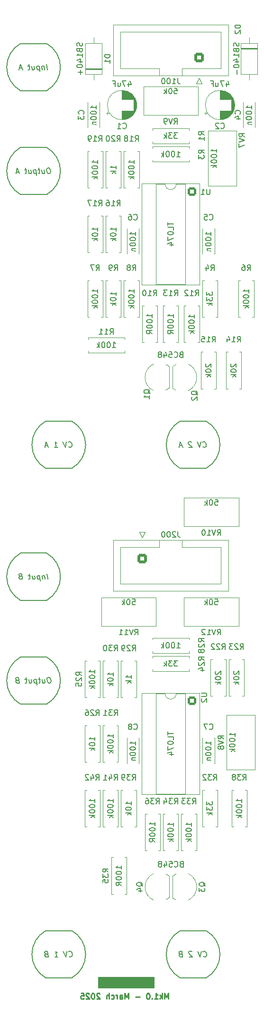
<source format=gbo>
%TF.GenerationSoftware,KiCad,Pcbnew,9.0.0*%
%TF.CreationDate,2025-03-16T11:49:47+01:00*%
%TF.ProjectId,DMH_Transistor_VCA_PCB,444d485f-5472-4616-9e73-6973746f725f,1*%
%TF.SameCoordinates,Original*%
%TF.FileFunction,Legend,Bot*%
%TF.FilePolarity,Positive*%
%FSLAX46Y46*%
G04 Gerber Fmt 4.6, Leading zero omitted, Abs format (unit mm)*
G04 Created by KiCad (PCBNEW 9.0.0) date 2025-03-16 11:49:47*
%MOMM*%
%LPD*%
G01*
G04 APERTURE LIST*
G04 Aperture macros list*
%AMRoundRect*
0 Rectangle with rounded corners*
0 $1 Rounding radius*
0 $2 $3 $4 $5 $6 $7 $8 $9 X,Y pos of 4 corners*
0 Add a 4 corners polygon primitive as box body*
4,1,4,$2,$3,$4,$5,$6,$7,$8,$9,$2,$3,0*
0 Add four circle primitives for the rounded corners*
1,1,$1+$1,$2,$3*
1,1,$1+$1,$4,$5*
1,1,$1+$1,$6,$7*
1,1,$1+$1,$8,$9*
0 Add four rect primitives between the rounded corners*
20,1,$1+$1,$2,$3,$4,$5,0*
20,1,$1+$1,$4,$5,$6,$7,0*
20,1,$1+$1,$6,$7,$8,$9,0*
20,1,$1+$1,$8,$9,$2,$3,0*%
%AMHorizOval*
0 Thick line with rounded ends*
0 $1 width*
0 $2 $3 position (X,Y) of the first rounded end (center of the circle)*
0 $4 $5 position (X,Y) of the second rounded end (center of the circle)*
0 Add line between two ends*
20,1,$1,$2,$3,$4,$5,0*
0 Add two circle primitives to create the rounded ends*
1,1,$1,$2,$3*
1,1,$1,$4,$5*%
G04 Aperture macros list end*
%ADD10C,0.100000*%
%ADD11C,0.250000*%
%ADD12C,0.150000*%
%ADD13C,0.120000*%
%ADD14RoundRect,0.250000X0.550000X0.550000X-0.550000X0.550000X-0.550000X-0.550000X0.550000X-0.550000X0*%
%ADD15C,1.600000*%
%ADD16R,1.700000X1.700000*%
%ADD17O,1.700000X1.700000*%
%ADD18HorizOval,1.508000X-0.533159X-0.533159X0.533159X0.533159X0*%
%ADD19O,1.508000X3.016000*%
%ADD20O,3.016000X1.508000*%
%ADD21O,1.600000X1.600000*%
%ADD22R,2.200000X2.200000*%
%ADD23O,2.200000X2.200000*%
%ADD24R,1.600000X1.600000*%
%ADD25R,1.500000X1.500000*%
%ADD26C,1.500000*%
%ADD27C,1.440000*%
%ADD28RoundRect,0.250000X-0.600000X0.600000X-0.600000X-0.600000X0.600000X-0.600000X0.600000X0.600000X0*%
%ADD29C,1.700000*%
%ADD30RoundRect,0.250000X0.600000X-0.600000X0.600000X0.600000X-0.600000X0.600000X-0.600000X-0.600000X0*%
G04 APERTURE END LIST*
D10*
X70000000Y-212750000D02*
X80000000Y-212750000D01*
X80000000Y-214750000D01*
X70000000Y-214750000D01*
X70000000Y-212750000D01*
G36*
X70000000Y-212750000D02*
G01*
X80000000Y-212750000D01*
X80000000Y-214750000D01*
X70000000Y-214750000D01*
X70000000Y-212750000D01*
G37*
D11*
X82559523Y-216699619D02*
X82559523Y-215699619D01*
X82559523Y-215699619D02*
X82226190Y-216413904D01*
X82226190Y-216413904D02*
X81892857Y-215699619D01*
X81892857Y-215699619D02*
X81892857Y-216699619D01*
X81416666Y-216699619D02*
X81416666Y-215699619D01*
X81321428Y-216318666D02*
X81035714Y-216699619D01*
X81035714Y-216032952D02*
X81416666Y-216413904D01*
X80083333Y-216699619D02*
X80654761Y-216699619D01*
X80369047Y-216699619D02*
X80369047Y-215699619D01*
X80369047Y-215699619D02*
X80464285Y-215842476D01*
X80464285Y-215842476D02*
X80559523Y-215937714D01*
X80559523Y-215937714D02*
X80654761Y-215985333D01*
X79654761Y-216604380D02*
X79607142Y-216652000D01*
X79607142Y-216652000D02*
X79654761Y-216699619D01*
X79654761Y-216699619D02*
X79702380Y-216652000D01*
X79702380Y-216652000D02*
X79654761Y-216604380D01*
X79654761Y-216604380D02*
X79654761Y-216699619D01*
X78988095Y-215699619D02*
X78892857Y-215699619D01*
X78892857Y-215699619D02*
X78797619Y-215747238D01*
X78797619Y-215747238D02*
X78750000Y-215794857D01*
X78750000Y-215794857D02*
X78702381Y-215890095D01*
X78702381Y-215890095D02*
X78654762Y-216080571D01*
X78654762Y-216080571D02*
X78654762Y-216318666D01*
X78654762Y-216318666D02*
X78702381Y-216509142D01*
X78702381Y-216509142D02*
X78750000Y-216604380D01*
X78750000Y-216604380D02*
X78797619Y-216652000D01*
X78797619Y-216652000D02*
X78892857Y-216699619D01*
X78892857Y-216699619D02*
X78988095Y-216699619D01*
X78988095Y-216699619D02*
X79083333Y-216652000D01*
X79083333Y-216652000D02*
X79130952Y-216604380D01*
X79130952Y-216604380D02*
X79178571Y-216509142D01*
X79178571Y-216509142D02*
X79226190Y-216318666D01*
X79226190Y-216318666D02*
X79226190Y-216080571D01*
X79226190Y-216080571D02*
X79178571Y-215890095D01*
X79178571Y-215890095D02*
X79130952Y-215794857D01*
X79130952Y-215794857D02*
X79083333Y-215747238D01*
X79083333Y-215747238D02*
X78988095Y-215699619D01*
X77464285Y-216318666D02*
X76702381Y-216318666D01*
X75464285Y-216699619D02*
X75464285Y-215699619D01*
X75464285Y-215699619D02*
X75130952Y-216413904D01*
X75130952Y-216413904D02*
X74797619Y-215699619D01*
X74797619Y-215699619D02*
X74797619Y-216699619D01*
X73892857Y-216699619D02*
X73892857Y-216175809D01*
X73892857Y-216175809D02*
X73940476Y-216080571D01*
X73940476Y-216080571D02*
X74035714Y-216032952D01*
X74035714Y-216032952D02*
X74226190Y-216032952D01*
X74226190Y-216032952D02*
X74321428Y-216080571D01*
X73892857Y-216652000D02*
X73988095Y-216699619D01*
X73988095Y-216699619D02*
X74226190Y-216699619D01*
X74226190Y-216699619D02*
X74321428Y-216652000D01*
X74321428Y-216652000D02*
X74369047Y-216556761D01*
X74369047Y-216556761D02*
X74369047Y-216461523D01*
X74369047Y-216461523D02*
X74321428Y-216366285D01*
X74321428Y-216366285D02*
X74226190Y-216318666D01*
X74226190Y-216318666D02*
X73988095Y-216318666D01*
X73988095Y-216318666D02*
X73892857Y-216271047D01*
X73416666Y-216699619D02*
X73416666Y-216032952D01*
X73416666Y-216223428D02*
X73369047Y-216128190D01*
X73369047Y-216128190D02*
X73321428Y-216080571D01*
X73321428Y-216080571D02*
X73226190Y-216032952D01*
X73226190Y-216032952D02*
X73130952Y-216032952D01*
X72369047Y-216652000D02*
X72464285Y-216699619D01*
X72464285Y-216699619D02*
X72654761Y-216699619D01*
X72654761Y-216699619D02*
X72749999Y-216652000D01*
X72749999Y-216652000D02*
X72797618Y-216604380D01*
X72797618Y-216604380D02*
X72845237Y-216509142D01*
X72845237Y-216509142D02*
X72845237Y-216223428D01*
X72845237Y-216223428D02*
X72797618Y-216128190D01*
X72797618Y-216128190D02*
X72749999Y-216080571D01*
X72749999Y-216080571D02*
X72654761Y-216032952D01*
X72654761Y-216032952D02*
X72464285Y-216032952D01*
X72464285Y-216032952D02*
X72369047Y-216080571D01*
X71940475Y-216699619D02*
X71940475Y-215699619D01*
X71511904Y-216699619D02*
X71511904Y-216175809D01*
X71511904Y-216175809D02*
X71559523Y-216080571D01*
X71559523Y-216080571D02*
X71654761Y-216032952D01*
X71654761Y-216032952D02*
X71797618Y-216032952D01*
X71797618Y-216032952D02*
X71892856Y-216080571D01*
X71892856Y-216080571D02*
X71940475Y-216128190D01*
X70321427Y-215794857D02*
X70273808Y-215747238D01*
X70273808Y-215747238D02*
X70178570Y-215699619D01*
X70178570Y-215699619D02*
X69940475Y-215699619D01*
X69940475Y-215699619D02*
X69845237Y-215747238D01*
X69845237Y-215747238D02*
X69797618Y-215794857D01*
X69797618Y-215794857D02*
X69749999Y-215890095D01*
X69749999Y-215890095D02*
X69749999Y-215985333D01*
X69749999Y-215985333D02*
X69797618Y-216128190D01*
X69797618Y-216128190D02*
X70369046Y-216699619D01*
X70369046Y-216699619D02*
X69749999Y-216699619D01*
X69130951Y-215699619D02*
X69035713Y-215699619D01*
X69035713Y-215699619D02*
X68940475Y-215747238D01*
X68940475Y-215747238D02*
X68892856Y-215794857D01*
X68892856Y-215794857D02*
X68845237Y-215890095D01*
X68845237Y-215890095D02*
X68797618Y-216080571D01*
X68797618Y-216080571D02*
X68797618Y-216318666D01*
X68797618Y-216318666D02*
X68845237Y-216509142D01*
X68845237Y-216509142D02*
X68892856Y-216604380D01*
X68892856Y-216604380D02*
X68940475Y-216652000D01*
X68940475Y-216652000D02*
X69035713Y-216699619D01*
X69035713Y-216699619D02*
X69130951Y-216699619D01*
X69130951Y-216699619D02*
X69226189Y-216652000D01*
X69226189Y-216652000D02*
X69273808Y-216604380D01*
X69273808Y-216604380D02*
X69321427Y-216509142D01*
X69321427Y-216509142D02*
X69369046Y-216318666D01*
X69369046Y-216318666D02*
X69369046Y-216080571D01*
X69369046Y-216080571D02*
X69321427Y-215890095D01*
X69321427Y-215890095D02*
X69273808Y-215794857D01*
X69273808Y-215794857D02*
X69226189Y-215747238D01*
X69226189Y-215747238D02*
X69130951Y-215699619D01*
X68416665Y-215794857D02*
X68369046Y-215747238D01*
X68369046Y-215747238D02*
X68273808Y-215699619D01*
X68273808Y-215699619D02*
X68035713Y-215699619D01*
X68035713Y-215699619D02*
X67940475Y-215747238D01*
X67940475Y-215747238D02*
X67892856Y-215794857D01*
X67892856Y-215794857D02*
X67845237Y-215890095D01*
X67845237Y-215890095D02*
X67845237Y-215985333D01*
X67845237Y-215985333D02*
X67892856Y-216128190D01*
X67892856Y-216128190D02*
X68464284Y-216699619D01*
X68464284Y-216699619D02*
X67845237Y-216699619D01*
X66940475Y-215699619D02*
X67416665Y-215699619D01*
X67416665Y-215699619D02*
X67464284Y-216175809D01*
X67464284Y-216175809D02*
X67416665Y-216128190D01*
X67416665Y-216128190D02*
X67321427Y-216080571D01*
X67321427Y-216080571D02*
X67083332Y-216080571D01*
X67083332Y-216080571D02*
X66988094Y-216128190D01*
X66988094Y-216128190D02*
X66940475Y-216175809D01*
X66940475Y-216175809D02*
X66892856Y-216271047D01*
X66892856Y-216271047D02*
X66892856Y-216509142D01*
X66892856Y-216509142D02*
X66940475Y-216604380D01*
X66940475Y-216604380D02*
X66988094Y-216652000D01*
X66988094Y-216652000D02*
X67083332Y-216699619D01*
X67083332Y-216699619D02*
X67321427Y-216699619D01*
X67321427Y-216699619D02*
X67416665Y-216652000D01*
X67416665Y-216652000D02*
X67464284Y-216604380D01*
D12*
X90011904Y-72454819D02*
X90011904Y-73264342D01*
X90011904Y-73264342D02*
X89964285Y-73359580D01*
X89964285Y-73359580D02*
X89916666Y-73407200D01*
X89916666Y-73407200D02*
X89821428Y-73454819D01*
X89821428Y-73454819D02*
X89630952Y-73454819D01*
X89630952Y-73454819D02*
X89535714Y-73407200D01*
X89535714Y-73407200D02*
X89488095Y-73359580D01*
X89488095Y-73359580D02*
X89440476Y-73264342D01*
X89440476Y-73264342D02*
X89440476Y-72454819D01*
X88440476Y-73454819D02*
X89011904Y-73454819D01*
X88726190Y-73454819D02*
X88726190Y-72454819D01*
X88726190Y-72454819D02*
X88821428Y-72597676D01*
X88821428Y-72597676D02*
X88916666Y-72692914D01*
X88916666Y-72692914D02*
X89011904Y-72740533D01*
X82454819Y-78380952D02*
X82454819Y-78952380D01*
X83454819Y-78666666D02*
X82454819Y-78666666D01*
X83454819Y-79761904D02*
X83454819Y-79285714D01*
X83454819Y-79285714D02*
X82454819Y-79285714D01*
X82454819Y-80285714D02*
X82454819Y-80380952D01*
X82454819Y-80380952D02*
X82502438Y-80476190D01*
X82502438Y-80476190D02*
X82550057Y-80523809D01*
X82550057Y-80523809D02*
X82645295Y-80571428D01*
X82645295Y-80571428D02*
X82835771Y-80619047D01*
X82835771Y-80619047D02*
X83073866Y-80619047D01*
X83073866Y-80619047D02*
X83264342Y-80571428D01*
X83264342Y-80571428D02*
X83359580Y-80523809D01*
X83359580Y-80523809D02*
X83407200Y-80476190D01*
X83407200Y-80476190D02*
X83454819Y-80380952D01*
X83454819Y-80380952D02*
X83454819Y-80285714D01*
X83454819Y-80285714D02*
X83407200Y-80190476D01*
X83407200Y-80190476D02*
X83359580Y-80142857D01*
X83359580Y-80142857D02*
X83264342Y-80095238D01*
X83264342Y-80095238D02*
X83073866Y-80047619D01*
X83073866Y-80047619D02*
X82835771Y-80047619D01*
X82835771Y-80047619D02*
X82645295Y-80095238D01*
X82645295Y-80095238D02*
X82550057Y-80142857D01*
X82550057Y-80142857D02*
X82502438Y-80190476D01*
X82502438Y-80190476D02*
X82454819Y-80285714D01*
X82454819Y-80952381D02*
X82454819Y-81619047D01*
X82454819Y-81619047D02*
X83454819Y-81190476D01*
X82788152Y-82428571D02*
X83454819Y-82428571D01*
X82407200Y-82190476D02*
X83121485Y-81952381D01*
X83121485Y-81952381D02*
X83121485Y-82571428D01*
X88454819Y-162238095D02*
X89264342Y-162238095D01*
X89264342Y-162238095D02*
X89359580Y-162285714D01*
X89359580Y-162285714D02*
X89407200Y-162333333D01*
X89407200Y-162333333D02*
X89454819Y-162428571D01*
X89454819Y-162428571D02*
X89454819Y-162619047D01*
X89454819Y-162619047D02*
X89407200Y-162714285D01*
X89407200Y-162714285D02*
X89359580Y-162761904D01*
X89359580Y-162761904D02*
X89264342Y-162809523D01*
X89264342Y-162809523D02*
X88454819Y-162809523D01*
X88550057Y-163238095D02*
X88502438Y-163285714D01*
X88502438Y-163285714D02*
X88454819Y-163380952D01*
X88454819Y-163380952D02*
X88454819Y-163619047D01*
X88454819Y-163619047D02*
X88502438Y-163714285D01*
X88502438Y-163714285D02*
X88550057Y-163761904D01*
X88550057Y-163761904D02*
X88645295Y-163809523D01*
X88645295Y-163809523D02*
X88740533Y-163809523D01*
X88740533Y-163809523D02*
X88883390Y-163761904D01*
X88883390Y-163761904D02*
X89454819Y-163190476D01*
X89454819Y-163190476D02*
X89454819Y-163809523D01*
X82454819Y-169130952D02*
X82454819Y-169702380D01*
X83454819Y-169416666D02*
X82454819Y-169416666D01*
X83454819Y-170511904D02*
X83454819Y-170035714D01*
X83454819Y-170035714D02*
X82454819Y-170035714D01*
X82454819Y-171035714D02*
X82454819Y-171130952D01*
X82454819Y-171130952D02*
X82502438Y-171226190D01*
X82502438Y-171226190D02*
X82550057Y-171273809D01*
X82550057Y-171273809D02*
X82645295Y-171321428D01*
X82645295Y-171321428D02*
X82835771Y-171369047D01*
X82835771Y-171369047D02*
X83073866Y-171369047D01*
X83073866Y-171369047D02*
X83264342Y-171321428D01*
X83264342Y-171321428D02*
X83359580Y-171273809D01*
X83359580Y-171273809D02*
X83407200Y-171226190D01*
X83407200Y-171226190D02*
X83454819Y-171130952D01*
X83454819Y-171130952D02*
X83454819Y-171035714D01*
X83454819Y-171035714D02*
X83407200Y-170940476D01*
X83407200Y-170940476D02*
X83359580Y-170892857D01*
X83359580Y-170892857D02*
X83264342Y-170845238D01*
X83264342Y-170845238D02*
X83073866Y-170797619D01*
X83073866Y-170797619D02*
X82835771Y-170797619D01*
X82835771Y-170797619D02*
X82645295Y-170845238D01*
X82645295Y-170845238D02*
X82550057Y-170892857D01*
X82550057Y-170892857D02*
X82502438Y-170940476D01*
X82502438Y-170940476D02*
X82454819Y-171035714D01*
X82454819Y-171702381D02*
X82454819Y-172369047D01*
X82454819Y-172369047D02*
X83454819Y-171940476D01*
X82788152Y-173178571D02*
X83454819Y-173178571D01*
X82407200Y-172940476D02*
X83121485Y-172702381D01*
X83121485Y-172702381D02*
X83121485Y-173321428D01*
X60958333Y-51204819D02*
X60833333Y-50204819D01*
X60398809Y-50538152D02*
X60482143Y-51204819D01*
X60410714Y-50633390D02*
X60357143Y-50585771D01*
X60357143Y-50585771D02*
X60255952Y-50538152D01*
X60255952Y-50538152D02*
X60113095Y-50538152D01*
X60113095Y-50538152D02*
X60023809Y-50585771D01*
X60023809Y-50585771D02*
X59988095Y-50681009D01*
X59988095Y-50681009D02*
X60053571Y-51204819D01*
X59494047Y-50538152D02*
X59619047Y-51538152D01*
X59500000Y-50585771D02*
X59398809Y-50538152D01*
X59398809Y-50538152D02*
X59208333Y-50538152D01*
X59208333Y-50538152D02*
X59119047Y-50585771D01*
X59119047Y-50585771D02*
X59077381Y-50633390D01*
X59077381Y-50633390D02*
X59041666Y-50728628D01*
X59041666Y-50728628D02*
X59077381Y-51014342D01*
X59077381Y-51014342D02*
X59136904Y-51109580D01*
X59136904Y-51109580D02*
X59190476Y-51157200D01*
X59190476Y-51157200D02*
X59291666Y-51204819D01*
X59291666Y-51204819D02*
X59482143Y-51204819D01*
X59482143Y-51204819D02*
X59571428Y-51157200D01*
X58160714Y-50538152D02*
X58244047Y-51204819D01*
X58589285Y-50538152D02*
X58654762Y-51061961D01*
X58654762Y-51061961D02*
X58619047Y-51157200D01*
X58619047Y-51157200D02*
X58529762Y-51204819D01*
X58529762Y-51204819D02*
X58386904Y-51204819D01*
X58386904Y-51204819D02*
X58285714Y-51157200D01*
X58285714Y-51157200D02*
X58232142Y-51109580D01*
X57827380Y-50538152D02*
X57446428Y-50538152D01*
X57642857Y-50204819D02*
X57750000Y-51061961D01*
X57750000Y-51061961D02*
X57714285Y-51157200D01*
X57714285Y-51157200D02*
X57625000Y-51204819D01*
X57625000Y-51204819D02*
X57529761Y-51204819D01*
X56446427Y-50919104D02*
X55970237Y-50919104D01*
X56577380Y-51204819D02*
X56119046Y-50204819D01*
X56119046Y-50204819D02*
X55910713Y-51204819D01*
X64779761Y-118359580D02*
X64833333Y-118407200D01*
X64833333Y-118407200D02*
X64982142Y-118454819D01*
X64982142Y-118454819D02*
X65077380Y-118454819D01*
X65077380Y-118454819D02*
X65214285Y-118407200D01*
X65214285Y-118407200D02*
X65297618Y-118311961D01*
X65297618Y-118311961D02*
X65333333Y-118216723D01*
X65333333Y-118216723D02*
X65357142Y-118026247D01*
X65357142Y-118026247D02*
X65339285Y-117883390D01*
X65339285Y-117883390D02*
X65267857Y-117692914D01*
X65267857Y-117692914D02*
X65208333Y-117597676D01*
X65208333Y-117597676D02*
X65101190Y-117502438D01*
X65101190Y-117502438D02*
X64952380Y-117454819D01*
X64952380Y-117454819D02*
X64857142Y-117454819D01*
X64857142Y-117454819D02*
X64720238Y-117502438D01*
X64720238Y-117502438D02*
X64678571Y-117550057D01*
X64380952Y-117454819D02*
X64172618Y-118454819D01*
X64172618Y-118454819D02*
X63714285Y-117454819D01*
X62220237Y-118454819D02*
X62791666Y-118454819D01*
X62505951Y-118454819D02*
X62380951Y-117454819D01*
X62380951Y-117454819D02*
X62494047Y-117597676D01*
X62494047Y-117597676D02*
X62601190Y-117692914D01*
X62601190Y-117692914D02*
X62702380Y-117740533D01*
X61041665Y-118169104D02*
X60565475Y-118169104D01*
X61172618Y-118454819D02*
X60714284Y-117454819D01*
X60714284Y-117454819D02*
X60505951Y-118454819D01*
X61029762Y-141954819D02*
X60904762Y-140954819D01*
X60470238Y-141288152D02*
X60553572Y-141954819D01*
X60482143Y-141383390D02*
X60428572Y-141335771D01*
X60428572Y-141335771D02*
X60327381Y-141288152D01*
X60327381Y-141288152D02*
X60184524Y-141288152D01*
X60184524Y-141288152D02*
X60095238Y-141335771D01*
X60095238Y-141335771D02*
X60059524Y-141431009D01*
X60059524Y-141431009D02*
X60125000Y-141954819D01*
X59565476Y-141288152D02*
X59690476Y-142288152D01*
X59571429Y-141335771D02*
X59470238Y-141288152D01*
X59470238Y-141288152D02*
X59279762Y-141288152D01*
X59279762Y-141288152D02*
X59190476Y-141335771D01*
X59190476Y-141335771D02*
X59148810Y-141383390D01*
X59148810Y-141383390D02*
X59113095Y-141478628D01*
X59113095Y-141478628D02*
X59148810Y-141764342D01*
X59148810Y-141764342D02*
X59208333Y-141859580D01*
X59208333Y-141859580D02*
X59261905Y-141907200D01*
X59261905Y-141907200D02*
X59363095Y-141954819D01*
X59363095Y-141954819D02*
X59553572Y-141954819D01*
X59553572Y-141954819D02*
X59642857Y-141907200D01*
X58232143Y-141288152D02*
X58315476Y-141954819D01*
X58660714Y-141288152D02*
X58726191Y-141811961D01*
X58726191Y-141811961D02*
X58690476Y-141907200D01*
X58690476Y-141907200D02*
X58601191Y-141954819D01*
X58601191Y-141954819D02*
X58458333Y-141954819D01*
X58458333Y-141954819D02*
X58357143Y-141907200D01*
X58357143Y-141907200D02*
X58303571Y-141859580D01*
X57898809Y-141288152D02*
X57517857Y-141288152D01*
X57714286Y-140954819D02*
X57821429Y-141811961D01*
X57821429Y-141811961D02*
X57785714Y-141907200D01*
X57785714Y-141907200D02*
X57696429Y-141954819D01*
X57696429Y-141954819D02*
X57601190Y-141954819D01*
X56107142Y-141431009D02*
X55970237Y-141478628D01*
X55970237Y-141478628D02*
X55928571Y-141526247D01*
X55928571Y-141526247D02*
X55892856Y-141621485D01*
X55892856Y-141621485D02*
X55910714Y-141764342D01*
X55910714Y-141764342D02*
X55970237Y-141859580D01*
X55970237Y-141859580D02*
X56023809Y-141907200D01*
X56023809Y-141907200D02*
X56124999Y-141954819D01*
X56124999Y-141954819D02*
X56505952Y-141954819D01*
X56505952Y-141954819D02*
X56380952Y-140954819D01*
X56380952Y-140954819D02*
X56047618Y-140954819D01*
X56047618Y-140954819D02*
X55958333Y-141002438D01*
X55958333Y-141002438D02*
X55916666Y-141050057D01*
X55916666Y-141050057D02*
X55880952Y-141145295D01*
X55880952Y-141145295D02*
X55892856Y-141240533D01*
X55892856Y-141240533D02*
X55952380Y-141335771D01*
X55952380Y-141335771D02*
X56005952Y-141383390D01*
X56005952Y-141383390D02*
X56107142Y-141431009D01*
X56107142Y-141431009D02*
X56440475Y-141431009D01*
X64851190Y-209109580D02*
X64904762Y-209157200D01*
X64904762Y-209157200D02*
X65053571Y-209204819D01*
X65053571Y-209204819D02*
X65148809Y-209204819D01*
X65148809Y-209204819D02*
X65285714Y-209157200D01*
X65285714Y-209157200D02*
X65369047Y-209061961D01*
X65369047Y-209061961D02*
X65404762Y-208966723D01*
X65404762Y-208966723D02*
X65428571Y-208776247D01*
X65428571Y-208776247D02*
X65410714Y-208633390D01*
X65410714Y-208633390D02*
X65339286Y-208442914D01*
X65339286Y-208442914D02*
X65279762Y-208347676D01*
X65279762Y-208347676D02*
X65172619Y-208252438D01*
X65172619Y-208252438D02*
X65023809Y-208204819D01*
X65023809Y-208204819D02*
X64928571Y-208204819D01*
X64928571Y-208204819D02*
X64791667Y-208252438D01*
X64791667Y-208252438D02*
X64750000Y-208300057D01*
X64452381Y-208204819D02*
X64244047Y-209204819D01*
X64244047Y-209204819D02*
X63785714Y-208204819D01*
X62291666Y-209204819D02*
X62863095Y-209204819D01*
X62577380Y-209204819D02*
X62452380Y-208204819D01*
X62452380Y-208204819D02*
X62565476Y-208347676D01*
X62565476Y-208347676D02*
X62672619Y-208442914D01*
X62672619Y-208442914D02*
X62773809Y-208490533D01*
X60702380Y-208681009D02*
X60565475Y-208728628D01*
X60565475Y-208728628D02*
X60523809Y-208776247D01*
X60523809Y-208776247D02*
X60488094Y-208871485D01*
X60488094Y-208871485D02*
X60505952Y-209014342D01*
X60505952Y-209014342D02*
X60565475Y-209109580D01*
X60565475Y-209109580D02*
X60619047Y-209157200D01*
X60619047Y-209157200D02*
X60720237Y-209204819D01*
X60720237Y-209204819D02*
X61101190Y-209204819D01*
X61101190Y-209204819D02*
X60976190Y-208204819D01*
X60976190Y-208204819D02*
X60642856Y-208204819D01*
X60642856Y-208204819D02*
X60553571Y-208252438D01*
X60553571Y-208252438D02*
X60511904Y-208300057D01*
X60511904Y-208300057D02*
X60476190Y-208395295D01*
X60476190Y-208395295D02*
X60488094Y-208490533D01*
X60488094Y-208490533D02*
X60547618Y-208585771D01*
X60547618Y-208585771D02*
X60601190Y-208633390D01*
X60601190Y-208633390D02*
X60702380Y-208681009D01*
X60702380Y-208681009D02*
X61035713Y-208681009D01*
X61285714Y-159454819D02*
X61095238Y-159454819D01*
X61095238Y-159454819D02*
X61005953Y-159502438D01*
X61005953Y-159502438D02*
X60922619Y-159597676D01*
X60922619Y-159597676D02*
X60898810Y-159788152D01*
X60898810Y-159788152D02*
X60940476Y-160121485D01*
X60940476Y-160121485D02*
X61011905Y-160311961D01*
X61011905Y-160311961D02*
X61119048Y-160407200D01*
X61119048Y-160407200D02*
X61220238Y-160454819D01*
X61220238Y-160454819D02*
X61410714Y-160454819D01*
X61410714Y-160454819D02*
X61500000Y-160407200D01*
X61500000Y-160407200D02*
X61583334Y-160311961D01*
X61583334Y-160311961D02*
X61607143Y-160121485D01*
X61607143Y-160121485D02*
X61565476Y-159788152D01*
X61565476Y-159788152D02*
X61494048Y-159597676D01*
X61494048Y-159597676D02*
X61386905Y-159502438D01*
X61386905Y-159502438D02*
X61285714Y-159454819D01*
X60041667Y-159788152D02*
X60125000Y-160454819D01*
X60470238Y-159788152D02*
X60535715Y-160311961D01*
X60535715Y-160311961D02*
X60500000Y-160407200D01*
X60500000Y-160407200D02*
X60410715Y-160454819D01*
X60410715Y-160454819D02*
X60267857Y-160454819D01*
X60267857Y-160454819D02*
X60166667Y-160407200D01*
X60166667Y-160407200D02*
X60113095Y-160359580D01*
X59708333Y-159788152D02*
X59327381Y-159788152D01*
X59523810Y-159454819D02*
X59630953Y-160311961D01*
X59630953Y-160311961D02*
X59595238Y-160407200D01*
X59595238Y-160407200D02*
X59505953Y-160454819D01*
X59505953Y-160454819D02*
X59410714Y-160454819D01*
X58994047Y-159788152D02*
X59119047Y-160788152D01*
X59000000Y-159835771D02*
X58898809Y-159788152D01*
X58898809Y-159788152D02*
X58708333Y-159788152D01*
X58708333Y-159788152D02*
X58619047Y-159835771D01*
X58619047Y-159835771D02*
X58577381Y-159883390D01*
X58577381Y-159883390D02*
X58541666Y-159978628D01*
X58541666Y-159978628D02*
X58577381Y-160264342D01*
X58577381Y-160264342D02*
X58636904Y-160359580D01*
X58636904Y-160359580D02*
X58690476Y-160407200D01*
X58690476Y-160407200D02*
X58791666Y-160454819D01*
X58791666Y-160454819D02*
X58982143Y-160454819D01*
X58982143Y-160454819D02*
X59071428Y-160407200D01*
X57660714Y-159788152D02*
X57744047Y-160454819D01*
X58089285Y-159788152D02*
X58154762Y-160311961D01*
X58154762Y-160311961D02*
X58119047Y-160407200D01*
X58119047Y-160407200D02*
X58029762Y-160454819D01*
X58029762Y-160454819D02*
X57886904Y-160454819D01*
X57886904Y-160454819D02*
X57785714Y-160407200D01*
X57785714Y-160407200D02*
X57732142Y-160359580D01*
X57327380Y-159788152D02*
X56946428Y-159788152D01*
X57142857Y-159454819D02*
X57250000Y-160311961D01*
X57250000Y-160311961D02*
X57214285Y-160407200D01*
X57214285Y-160407200D02*
X57125000Y-160454819D01*
X57125000Y-160454819D02*
X57029761Y-160454819D01*
X55535713Y-159931009D02*
X55398808Y-159978628D01*
X55398808Y-159978628D02*
X55357142Y-160026247D01*
X55357142Y-160026247D02*
X55321427Y-160121485D01*
X55321427Y-160121485D02*
X55339285Y-160264342D01*
X55339285Y-160264342D02*
X55398808Y-160359580D01*
X55398808Y-160359580D02*
X55452380Y-160407200D01*
X55452380Y-160407200D02*
X55553570Y-160454819D01*
X55553570Y-160454819D02*
X55934523Y-160454819D01*
X55934523Y-160454819D02*
X55809523Y-159454819D01*
X55809523Y-159454819D02*
X55476189Y-159454819D01*
X55476189Y-159454819D02*
X55386904Y-159502438D01*
X55386904Y-159502438D02*
X55345237Y-159550057D01*
X55345237Y-159550057D02*
X55309523Y-159645295D01*
X55309523Y-159645295D02*
X55321427Y-159740533D01*
X55321427Y-159740533D02*
X55380951Y-159835771D01*
X55380951Y-159835771D02*
X55434523Y-159883390D01*
X55434523Y-159883390D02*
X55535713Y-159931009D01*
X55535713Y-159931009D02*
X55869046Y-159931009D01*
X88851190Y-209109580D02*
X88904762Y-209157200D01*
X88904762Y-209157200D02*
X89053571Y-209204819D01*
X89053571Y-209204819D02*
X89148809Y-209204819D01*
X89148809Y-209204819D02*
X89285714Y-209157200D01*
X89285714Y-209157200D02*
X89369047Y-209061961D01*
X89369047Y-209061961D02*
X89404762Y-208966723D01*
X89404762Y-208966723D02*
X89428571Y-208776247D01*
X89428571Y-208776247D02*
X89410714Y-208633390D01*
X89410714Y-208633390D02*
X89339286Y-208442914D01*
X89339286Y-208442914D02*
X89279762Y-208347676D01*
X89279762Y-208347676D02*
X89172619Y-208252438D01*
X89172619Y-208252438D02*
X89023809Y-208204819D01*
X89023809Y-208204819D02*
X88928571Y-208204819D01*
X88928571Y-208204819D02*
X88791667Y-208252438D01*
X88791667Y-208252438D02*
X88750000Y-208300057D01*
X88452381Y-208204819D02*
X88244047Y-209204819D01*
X88244047Y-209204819D02*
X87785714Y-208204819D01*
X86749999Y-208300057D02*
X86696428Y-208252438D01*
X86696428Y-208252438D02*
X86595238Y-208204819D01*
X86595238Y-208204819D02*
X86357142Y-208204819D01*
X86357142Y-208204819D02*
X86267857Y-208252438D01*
X86267857Y-208252438D02*
X86226190Y-208300057D01*
X86226190Y-208300057D02*
X86190476Y-208395295D01*
X86190476Y-208395295D02*
X86202380Y-208490533D01*
X86202380Y-208490533D02*
X86267857Y-208633390D01*
X86267857Y-208633390D02*
X86910714Y-209204819D01*
X86910714Y-209204819D02*
X86291666Y-209204819D01*
X84702380Y-208681009D02*
X84565475Y-208728628D01*
X84565475Y-208728628D02*
X84523809Y-208776247D01*
X84523809Y-208776247D02*
X84488094Y-208871485D01*
X84488094Y-208871485D02*
X84505952Y-209014342D01*
X84505952Y-209014342D02*
X84565475Y-209109580D01*
X84565475Y-209109580D02*
X84619047Y-209157200D01*
X84619047Y-209157200D02*
X84720237Y-209204819D01*
X84720237Y-209204819D02*
X85101190Y-209204819D01*
X85101190Y-209204819D02*
X84976190Y-208204819D01*
X84976190Y-208204819D02*
X84642856Y-208204819D01*
X84642856Y-208204819D02*
X84553571Y-208252438D01*
X84553571Y-208252438D02*
X84511904Y-208300057D01*
X84511904Y-208300057D02*
X84476190Y-208395295D01*
X84476190Y-208395295D02*
X84488094Y-208490533D01*
X84488094Y-208490533D02*
X84547618Y-208585771D01*
X84547618Y-208585771D02*
X84601190Y-208633390D01*
X84601190Y-208633390D02*
X84702380Y-208681009D01*
X84702380Y-208681009D02*
X85035713Y-208681009D01*
X61214285Y-68704819D02*
X61023809Y-68704819D01*
X61023809Y-68704819D02*
X60934524Y-68752438D01*
X60934524Y-68752438D02*
X60851190Y-68847676D01*
X60851190Y-68847676D02*
X60827381Y-69038152D01*
X60827381Y-69038152D02*
X60869047Y-69371485D01*
X60869047Y-69371485D02*
X60940476Y-69561961D01*
X60940476Y-69561961D02*
X61047619Y-69657200D01*
X61047619Y-69657200D02*
X61148809Y-69704819D01*
X61148809Y-69704819D02*
X61339285Y-69704819D01*
X61339285Y-69704819D02*
X61428571Y-69657200D01*
X61428571Y-69657200D02*
X61511905Y-69561961D01*
X61511905Y-69561961D02*
X61535714Y-69371485D01*
X61535714Y-69371485D02*
X61494047Y-69038152D01*
X61494047Y-69038152D02*
X61422619Y-68847676D01*
X61422619Y-68847676D02*
X61315476Y-68752438D01*
X61315476Y-68752438D02*
X61214285Y-68704819D01*
X59970238Y-69038152D02*
X60053571Y-69704819D01*
X60398809Y-69038152D02*
X60464286Y-69561961D01*
X60464286Y-69561961D02*
X60428571Y-69657200D01*
X60428571Y-69657200D02*
X60339286Y-69704819D01*
X60339286Y-69704819D02*
X60196428Y-69704819D01*
X60196428Y-69704819D02*
X60095238Y-69657200D01*
X60095238Y-69657200D02*
X60041666Y-69609580D01*
X59636904Y-69038152D02*
X59255952Y-69038152D01*
X59452381Y-68704819D02*
X59559524Y-69561961D01*
X59559524Y-69561961D02*
X59523809Y-69657200D01*
X59523809Y-69657200D02*
X59434524Y-69704819D01*
X59434524Y-69704819D02*
X59339285Y-69704819D01*
X58922618Y-69038152D02*
X59047618Y-70038152D01*
X58928571Y-69085771D02*
X58827380Y-69038152D01*
X58827380Y-69038152D02*
X58636904Y-69038152D01*
X58636904Y-69038152D02*
X58547618Y-69085771D01*
X58547618Y-69085771D02*
X58505952Y-69133390D01*
X58505952Y-69133390D02*
X58470237Y-69228628D01*
X58470237Y-69228628D02*
X58505952Y-69514342D01*
X58505952Y-69514342D02*
X58565475Y-69609580D01*
X58565475Y-69609580D02*
X58619047Y-69657200D01*
X58619047Y-69657200D02*
X58720237Y-69704819D01*
X58720237Y-69704819D02*
X58910714Y-69704819D01*
X58910714Y-69704819D02*
X58999999Y-69657200D01*
X57589285Y-69038152D02*
X57672618Y-69704819D01*
X58017856Y-69038152D02*
X58083333Y-69561961D01*
X58083333Y-69561961D02*
X58047618Y-69657200D01*
X58047618Y-69657200D02*
X57958333Y-69704819D01*
X57958333Y-69704819D02*
X57815475Y-69704819D01*
X57815475Y-69704819D02*
X57714285Y-69657200D01*
X57714285Y-69657200D02*
X57660713Y-69609580D01*
X57255951Y-69038152D02*
X56874999Y-69038152D01*
X57071428Y-68704819D02*
X57178571Y-69561961D01*
X57178571Y-69561961D02*
X57142856Y-69657200D01*
X57142856Y-69657200D02*
X57053571Y-69704819D01*
X57053571Y-69704819D02*
X56958332Y-69704819D01*
X55874998Y-69419104D02*
X55398808Y-69419104D01*
X56005951Y-69704819D02*
X55547617Y-68704819D01*
X55547617Y-68704819D02*
X55339284Y-69704819D01*
X88779761Y-118359580D02*
X88833333Y-118407200D01*
X88833333Y-118407200D02*
X88982142Y-118454819D01*
X88982142Y-118454819D02*
X89077380Y-118454819D01*
X89077380Y-118454819D02*
X89214285Y-118407200D01*
X89214285Y-118407200D02*
X89297618Y-118311961D01*
X89297618Y-118311961D02*
X89333333Y-118216723D01*
X89333333Y-118216723D02*
X89357142Y-118026247D01*
X89357142Y-118026247D02*
X89339285Y-117883390D01*
X89339285Y-117883390D02*
X89267857Y-117692914D01*
X89267857Y-117692914D02*
X89208333Y-117597676D01*
X89208333Y-117597676D02*
X89101190Y-117502438D01*
X89101190Y-117502438D02*
X88952380Y-117454819D01*
X88952380Y-117454819D02*
X88857142Y-117454819D01*
X88857142Y-117454819D02*
X88720238Y-117502438D01*
X88720238Y-117502438D02*
X88678571Y-117550057D01*
X88380952Y-117454819D02*
X88172618Y-118454819D01*
X88172618Y-118454819D02*
X87714285Y-117454819D01*
X86678570Y-117550057D02*
X86624999Y-117502438D01*
X86624999Y-117502438D02*
X86523809Y-117454819D01*
X86523809Y-117454819D02*
X86285713Y-117454819D01*
X86285713Y-117454819D02*
X86196428Y-117502438D01*
X86196428Y-117502438D02*
X86154761Y-117550057D01*
X86154761Y-117550057D02*
X86119047Y-117645295D01*
X86119047Y-117645295D02*
X86130951Y-117740533D01*
X86130951Y-117740533D02*
X86196428Y-117883390D01*
X86196428Y-117883390D02*
X86839285Y-118454819D01*
X86839285Y-118454819D02*
X86220237Y-118454819D01*
X85041665Y-118169104D02*
X84565475Y-118169104D01*
X85172618Y-118454819D02*
X84714284Y-117454819D01*
X84714284Y-117454819D02*
X84505951Y-118454819D01*
X69642857Y-166204819D02*
X69976190Y-165728628D01*
X70214285Y-166204819D02*
X70214285Y-165204819D01*
X70214285Y-165204819D02*
X69833333Y-165204819D01*
X69833333Y-165204819D02*
X69738095Y-165252438D01*
X69738095Y-165252438D02*
X69690476Y-165300057D01*
X69690476Y-165300057D02*
X69642857Y-165395295D01*
X69642857Y-165395295D02*
X69642857Y-165538152D01*
X69642857Y-165538152D02*
X69690476Y-165633390D01*
X69690476Y-165633390D02*
X69738095Y-165681009D01*
X69738095Y-165681009D02*
X69833333Y-165728628D01*
X69833333Y-165728628D02*
X70214285Y-165728628D01*
X69261904Y-165300057D02*
X69214285Y-165252438D01*
X69214285Y-165252438D02*
X69119047Y-165204819D01*
X69119047Y-165204819D02*
X68880952Y-165204819D01*
X68880952Y-165204819D02*
X68785714Y-165252438D01*
X68785714Y-165252438D02*
X68738095Y-165300057D01*
X68738095Y-165300057D02*
X68690476Y-165395295D01*
X68690476Y-165395295D02*
X68690476Y-165490533D01*
X68690476Y-165490533D02*
X68738095Y-165633390D01*
X68738095Y-165633390D02*
X69309523Y-166204819D01*
X69309523Y-166204819D02*
X68690476Y-166204819D01*
X67833333Y-165204819D02*
X68023809Y-165204819D01*
X68023809Y-165204819D02*
X68119047Y-165252438D01*
X68119047Y-165252438D02*
X68166666Y-165300057D01*
X68166666Y-165300057D02*
X68261904Y-165442914D01*
X68261904Y-165442914D02*
X68309523Y-165633390D01*
X68309523Y-165633390D02*
X68309523Y-166014342D01*
X68309523Y-166014342D02*
X68261904Y-166109580D01*
X68261904Y-166109580D02*
X68214285Y-166157200D01*
X68214285Y-166157200D02*
X68119047Y-166204819D01*
X68119047Y-166204819D02*
X67928571Y-166204819D01*
X67928571Y-166204819D02*
X67833333Y-166157200D01*
X67833333Y-166157200D02*
X67785714Y-166109580D01*
X67785714Y-166109580D02*
X67738095Y-166014342D01*
X67738095Y-166014342D02*
X67738095Y-165776247D01*
X67738095Y-165776247D02*
X67785714Y-165681009D01*
X67785714Y-165681009D02*
X67833333Y-165633390D01*
X67833333Y-165633390D02*
X67928571Y-165585771D01*
X67928571Y-165585771D02*
X68119047Y-165585771D01*
X68119047Y-165585771D02*
X68214285Y-165633390D01*
X68214285Y-165633390D02*
X68261904Y-165681009D01*
X68261904Y-165681009D02*
X68309523Y-165776247D01*
X69454819Y-170654761D02*
X69454819Y-170083333D01*
X69454819Y-170369047D02*
X68454819Y-170369047D01*
X68454819Y-170369047D02*
X68597676Y-170273809D01*
X68597676Y-170273809D02*
X68692914Y-170178571D01*
X68692914Y-170178571D02*
X68740533Y-170083333D01*
X68454819Y-171273809D02*
X68454819Y-171369047D01*
X68454819Y-171369047D02*
X68502438Y-171464285D01*
X68502438Y-171464285D02*
X68550057Y-171511904D01*
X68550057Y-171511904D02*
X68645295Y-171559523D01*
X68645295Y-171559523D02*
X68835771Y-171607142D01*
X68835771Y-171607142D02*
X69073866Y-171607142D01*
X69073866Y-171607142D02*
X69264342Y-171559523D01*
X69264342Y-171559523D02*
X69359580Y-171511904D01*
X69359580Y-171511904D02*
X69407200Y-171464285D01*
X69407200Y-171464285D02*
X69454819Y-171369047D01*
X69454819Y-171369047D02*
X69454819Y-171273809D01*
X69454819Y-171273809D02*
X69407200Y-171178571D01*
X69407200Y-171178571D02*
X69359580Y-171130952D01*
X69359580Y-171130952D02*
X69264342Y-171083333D01*
X69264342Y-171083333D02*
X69073866Y-171035714D01*
X69073866Y-171035714D02*
X68835771Y-171035714D01*
X68835771Y-171035714D02*
X68645295Y-171083333D01*
X68645295Y-171083333D02*
X68550057Y-171130952D01*
X68550057Y-171130952D02*
X68502438Y-171178571D01*
X68502438Y-171178571D02*
X68454819Y-171273809D01*
X69454819Y-172035714D02*
X68454819Y-172035714D01*
X69073866Y-172130952D02*
X69454819Y-172416666D01*
X68788152Y-172416666D02*
X69169104Y-172035714D01*
X95454819Y-43261905D02*
X94454819Y-43261905D01*
X94454819Y-43261905D02*
X94454819Y-43500000D01*
X94454819Y-43500000D02*
X94502438Y-43642857D01*
X94502438Y-43642857D02*
X94597676Y-43738095D01*
X94597676Y-43738095D02*
X94692914Y-43785714D01*
X94692914Y-43785714D02*
X94883390Y-43833333D01*
X94883390Y-43833333D02*
X95026247Y-43833333D01*
X95026247Y-43833333D02*
X95216723Y-43785714D01*
X95216723Y-43785714D02*
X95311961Y-43738095D01*
X95311961Y-43738095D02*
X95407200Y-43642857D01*
X95407200Y-43642857D02*
X95454819Y-43500000D01*
X95454819Y-43500000D02*
X95454819Y-43261905D01*
X94550057Y-44214286D02*
X94502438Y-44261905D01*
X94502438Y-44261905D02*
X94454819Y-44357143D01*
X94454819Y-44357143D02*
X94454819Y-44595238D01*
X94454819Y-44595238D02*
X94502438Y-44690476D01*
X94502438Y-44690476D02*
X94550057Y-44738095D01*
X94550057Y-44738095D02*
X94645295Y-44785714D01*
X94645295Y-44785714D02*
X94740533Y-44785714D01*
X94740533Y-44785714D02*
X94883390Y-44738095D01*
X94883390Y-44738095D02*
X95454819Y-44166667D01*
X95454819Y-44166667D02*
X95454819Y-44785714D01*
X95157200Y-46416667D02*
X95204819Y-46559524D01*
X95204819Y-46559524D02*
X95204819Y-46797619D01*
X95204819Y-46797619D02*
X95157200Y-46892857D01*
X95157200Y-46892857D02*
X95109580Y-46940476D01*
X95109580Y-46940476D02*
X95014342Y-46988095D01*
X95014342Y-46988095D02*
X94919104Y-46988095D01*
X94919104Y-46988095D02*
X94823866Y-46940476D01*
X94823866Y-46940476D02*
X94776247Y-46892857D01*
X94776247Y-46892857D02*
X94728628Y-46797619D01*
X94728628Y-46797619D02*
X94681009Y-46607143D01*
X94681009Y-46607143D02*
X94633390Y-46511905D01*
X94633390Y-46511905D02*
X94585771Y-46464286D01*
X94585771Y-46464286D02*
X94490533Y-46416667D01*
X94490533Y-46416667D02*
X94395295Y-46416667D01*
X94395295Y-46416667D02*
X94300057Y-46464286D01*
X94300057Y-46464286D02*
X94252438Y-46511905D01*
X94252438Y-46511905D02*
X94204819Y-46607143D01*
X94204819Y-46607143D02*
X94204819Y-46845238D01*
X94204819Y-46845238D02*
X94252438Y-46988095D01*
X94681009Y-47750000D02*
X94728628Y-47892857D01*
X94728628Y-47892857D02*
X94776247Y-47940476D01*
X94776247Y-47940476D02*
X94871485Y-47988095D01*
X94871485Y-47988095D02*
X95014342Y-47988095D01*
X95014342Y-47988095D02*
X95109580Y-47940476D01*
X95109580Y-47940476D02*
X95157200Y-47892857D01*
X95157200Y-47892857D02*
X95204819Y-47797619D01*
X95204819Y-47797619D02*
X95204819Y-47416667D01*
X95204819Y-47416667D02*
X94204819Y-47416667D01*
X94204819Y-47416667D02*
X94204819Y-47750000D01*
X94204819Y-47750000D02*
X94252438Y-47845238D01*
X94252438Y-47845238D02*
X94300057Y-47892857D01*
X94300057Y-47892857D02*
X94395295Y-47940476D01*
X94395295Y-47940476D02*
X94490533Y-47940476D01*
X94490533Y-47940476D02*
X94585771Y-47892857D01*
X94585771Y-47892857D02*
X94633390Y-47845238D01*
X94633390Y-47845238D02*
X94681009Y-47750000D01*
X94681009Y-47750000D02*
X94681009Y-47416667D01*
X95204819Y-48940476D02*
X95204819Y-48369048D01*
X95204819Y-48654762D02*
X94204819Y-48654762D01*
X94204819Y-48654762D02*
X94347676Y-48559524D01*
X94347676Y-48559524D02*
X94442914Y-48464286D01*
X94442914Y-48464286D02*
X94490533Y-48369048D01*
X94538152Y-49797619D02*
X95204819Y-49797619D01*
X94157200Y-49559524D02*
X94871485Y-49321429D01*
X94871485Y-49321429D02*
X94871485Y-49940476D01*
X94204819Y-50511905D02*
X94204819Y-50607143D01*
X94204819Y-50607143D02*
X94252438Y-50702381D01*
X94252438Y-50702381D02*
X94300057Y-50750000D01*
X94300057Y-50750000D02*
X94395295Y-50797619D01*
X94395295Y-50797619D02*
X94585771Y-50845238D01*
X94585771Y-50845238D02*
X94823866Y-50845238D01*
X94823866Y-50845238D02*
X95014342Y-50797619D01*
X95014342Y-50797619D02*
X95109580Y-50750000D01*
X95109580Y-50750000D02*
X95157200Y-50702381D01*
X95157200Y-50702381D02*
X95204819Y-50607143D01*
X95204819Y-50607143D02*
X95204819Y-50511905D01*
X95204819Y-50511905D02*
X95157200Y-50416667D01*
X95157200Y-50416667D02*
X95109580Y-50369048D01*
X95109580Y-50369048D02*
X95014342Y-50321429D01*
X95014342Y-50321429D02*
X94823866Y-50273810D01*
X94823866Y-50273810D02*
X94585771Y-50273810D01*
X94585771Y-50273810D02*
X94395295Y-50321429D01*
X94395295Y-50321429D02*
X94300057Y-50369048D01*
X94300057Y-50369048D02*
X94252438Y-50416667D01*
X94252438Y-50416667D02*
X94204819Y-50511905D01*
X94823866Y-51273810D02*
X94823866Y-52035715D01*
X91961554Y-61609580D02*
X92009173Y-61657200D01*
X92009173Y-61657200D02*
X92152030Y-61704819D01*
X92152030Y-61704819D02*
X92247268Y-61704819D01*
X92247268Y-61704819D02*
X92390125Y-61657200D01*
X92390125Y-61657200D02*
X92485363Y-61561961D01*
X92485363Y-61561961D02*
X92532982Y-61466723D01*
X92532982Y-61466723D02*
X92580601Y-61276247D01*
X92580601Y-61276247D02*
X92580601Y-61133390D01*
X92580601Y-61133390D02*
X92532982Y-60942914D01*
X92532982Y-60942914D02*
X92485363Y-60847676D01*
X92485363Y-60847676D02*
X92390125Y-60752438D01*
X92390125Y-60752438D02*
X92247268Y-60704819D01*
X92247268Y-60704819D02*
X92152030Y-60704819D01*
X92152030Y-60704819D02*
X92009173Y-60752438D01*
X92009173Y-60752438D02*
X91961554Y-60800057D01*
X91580601Y-60800057D02*
X91532982Y-60752438D01*
X91532982Y-60752438D02*
X91437744Y-60704819D01*
X91437744Y-60704819D02*
X91199649Y-60704819D01*
X91199649Y-60704819D02*
X91104411Y-60752438D01*
X91104411Y-60752438D02*
X91056792Y-60800057D01*
X91056792Y-60800057D02*
X91009173Y-60895295D01*
X91009173Y-60895295D02*
X91009173Y-60990533D01*
X91009173Y-60990533D02*
X91056792Y-61133390D01*
X91056792Y-61133390D02*
X91628220Y-61704819D01*
X91628220Y-61704819D02*
X91009173Y-61704819D01*
X92961554Y-53538152D02*
X92961554Y-54204819D01*
X93199649Y-53157200D02*
X93437744Y-53871485D01*
X93437744Y-53871485D02*
X92818697Y-53871485D01*
X92532982Y-53204819D02*
X91866316Y-53204819D01*
X91866316Y-53204819D02*
X92294887Y-54204819D01*
X91056792Y-53538152D02*
X91056792Y-54204819D01*
X91485363Y-53538152D02*
X91485363Y-54061961D01*
X91485363Y-54061961D02*
X91437744Y-54157200D01*
X91437744Y-54157200D02*
X91342506Y-54204819D01*
X91342506Y-54204819D02*
X91199649Y-54204819D01*
X91199649Y-54204819D02*
X91104411Y-54157200D01*
X91104411Y-54157200D02*
X91056792Y-54109580D01*
X90247268Y-53681009D02*
X90580601Y-53681009D01*
X90580601Y-54204819D02*
X90580601Y-53204819D01*
X90580601Y-53204819D02*
X90104411Y-53204819D01*
X72174819Y-48511905D02*
X71174819Y-48511905D01*
X71174819Y-48511905D02*
X71174819Y-48750000D01*
X71174819Y-48750000D02*
X71222438Y-48892857D01*
X71222438Y-48892857D02*
X71317676Y-48988095D01*
X71317676Y-48988095D02*
X71412914Y-49035714D01*
X71412914Y-49035714D02*
X71603390Y-49083333D01*
X71603390Y-49083333D02*
X71746247Y-49083333D01*
X71746247Y-49083333D02*
X71936723Y-49035714D01*
X71936723Y-49035714D02*
X72031961Y-48988095D01*
X72031961Y-48988095D02*
X72127200Y-48892857D01*
X72127200Y-48892857D02*
X72174819Y-48750000D01*
X72174819Y-48750000D02*
X72174819Y-48511905D01*
X72174819Y-50035714D02*
X72174819Y-49464286D01*
X72174819Y-49750000D02*
X71174819Y-49750000D01*
X71174819Y-49750000D02*
X71317676Y-49654762D01*
X71317676Y-49654762D02*
X71412914Y-49559524D01*
X71412914Y-49559524D02*
X71460533Y-49464286D01*
X67187200Y-46416667D02*
X67234819Y-46559524D01*
X67234819Y-46559524D02*
X67234819Y-46797619D01*
X67234819Y-46797619D02*
X67187200Y-46892857D01*
X67187200Y-46892857D02*
X67139580Y-46940476D01*
X67139580Y-46940476D02*
X67044342Y-46988095D01*
X67044342Y-46988095D02*
X66949104Y-46988095D01*
X66949104Y-46988095D02*
X66853866Y-46940476D01*
X66853866Y-46940476D02*
X66806247Y-46892857D01*
X66806247Y-46892857D02*
X66758628Y-46797619D01*
X66758628Y-46797619D02*
X66711009Y-46607143D01*
X66711009Y-46607143D02*
X66663390Y-46511905D01*
X66663390Y-46511905D02*
X66615771Y-46464286D01*
X66615771Y-46464286D02*
X66520533Y-46416667D01*
X66520533Y-46416667D02*
X66425295Y-46416667D01*
X66425295Y-46416667D02*
X66330057Y-46464286D01*
X66330057Y-46464286D02*
X66282438Y-46511905D01*
X66282438Y-46511905D02*
X66234819Y-46607143D01*
X66234819Y-46607143D02*
X66234819Y-46845238D01*
X66234819Y-46845238D02*
X66282438Y-46988095D01*
X66711009Y-47750000D02*
X66758628Y-47892857D01*
X66758628Y-47892857D02*
X66806247Y-47940476D01*
X66806247Y-47940476D02*
X66901485Y-47988095D01*
X66901485Y-47988095D02*
X67044342Y-47988095D01*
X67044342Y-47988095D02*
X67139580Y-47940476D01*
X67139580Y-47940476D02*
X67187200Y-47892857D01*
X67187200Y-47892857D02*
X67234819Y-47797619D01*
X67234819Y-47797619D02*
X67234819Y-47416667D01*
X67234819Y-47416667D02*
X66234819Y-47416667D01*
X66234819Y-47416667D02*
X66234819Y-47750000D01*
X66234819Y-47750000D02*
X66282438Y-47845238D01*
X66282438Y-47845238D02*
X66330057Y-47892857D01*
X66330057Y-47892857D02*
X66425295Y-47940476D01*
X66425295Y-47940476D02*
X66520533Y-47940476D01*
X66520533Y-47940476D02*
X66615771Y-47892857D01*
X66615771Y-47892857D02*
X66663390Y-47845238D01*
X66663390Y-47845238D02*
X66711009Y-47750000D01*
X66711009Y-47750000D02*
X66711009Y-47416667D01*
X67234819Y-48940476D02*
X67234819Y-48369048D01*
X67234819Y-48654762D02*
X66234819Y-48654762D01*
X66234819Y-48654762D02*
X66377676Y-48559524D01*
X66377676Y-48559524D02*
X66472914Y-48464286D01*
X66472914Y-48464286D02*
X66520533Y-48369048D01*
X66568152Y-49797619D02*
X67234819Y-49797619D01*
X66187200Y-49559524D02*
X66901485Y-49321429D01*
X66901485Y-49321429D02*
X66901485Y-49940476D01*
X66234819Y-50511905D02*
X66234819Y-50607143D01*
X66234819Y-50607143D02*
X66282438Y-50702381D01*
X66282438Y-50702381D02*
X66330057Y-50750000D01*
X66330057Y-50750000D02*
X66425295Y-50797619D01*
X66425295Y-50797619D02*
X66615771Y-50845238D01*
X66615771Y-50845238D02*
X66853866Y-50845238D01*
X66853866Y-50845238D02*
X67044342Y-50797619D01*
X67044342Y-50797619D02*
X67139580Y-50750000D01*
X67139580Y-50750000D02*
X67187200Y-50702381D01*
X67187200Y-50702381D02*
X67234819Y-50607143D01*
X67234819Y-50607143D02*
X67234819Y-50511905D01*
X67234819Y-50511905D02*
X67187200Y-50416667D01*
X67187200Y-50416667D02*
X67139580Y-50369048D01*
X67139580Y-50369048D02*
X67044342Y-50321429D01*
X67044342Y-50321429D02*
X66853866Y-50273810D01*
X66853866Y-50273810D02*
X66615771Y-50273810D01*
X66615771Y-50273810D02*
X66425295Y-50321429D01*
X66425295Y-50321429D02*
X66330057Y-50369048D01*
X66330057Y-50369048D02*
X66282438Y-50416667D01*
X66282438Y-50416667D02*
X66234819Y-50511905D01*
X66853866Y-51273810D02*
X66853866Y-52035715D01*
X67234819Y-51654762D02*
X66472914Y-51654762D01*
X70142857Y-75454819D02*
X70476190Y-74978628D01*
X70714285Y-75454819D02*
X70714285Y-74454819D01*
X70714285Y-74454819D02*
X70333333Y-74454819D01*
X70333333Y-74454819D02*
X70238095Y-74502438D01*
X70238095Y-74502438D02*
X70190476Y-74550057D01*
X70190476Y-74550057D02*
X70142857Y-74645295D01*
X70142857Y-74645295D02*
X70142857Y-74788152D01*
X70142857Y-74788152D02*
X70190476Y-74883390D01*
X70190476Y-74883390D02*
X70238095Y-74931009D01*
X70238095Y-74931009D02*
X70333333Y-74978628D01*
X70333333Y-74978628D02*
X70714285Y-74978628D01*
X69190476Y-75454819D02*
X69761904Y-75454819D01*
X69476190Y-75454819D02*
X69476190Y-74454819D01*
X69476190Y-74454819D02*
X69571428Y-74597676D01*
X69571428Y-74597676D02*
X69666666Y-74692914D01*
X69666666Y-74692914D02*
X69761904Y-74740533D01*
X68857142Y-74454819D02*
X68190476Y-74454819D01*
X68190476Y-74454819D02*
X68619047Y-75454819D01*
X69954819Y-79904761D02*
X69954819Y-79333333D01*
X69954819Y-79619047D02*
X68954819Y-79619047D01*
X68954819Y-79619047D02*
X69097676Y-79523809D01*
X69097676Y-79523809D02*
X69192914Y-79428571D01*
X69192914Y-79428571D02*
X69240533Y-79333333D01*
X68954819Y-80523809D02*
X68954819Y-80619047D01*
X68954819Y-80619047D02*
X69002438Y-80714285D01*
X69002438Y-80714285D02*
X69050057Y-80761904D01*
X69050057Y-80761904D02*
X69145295Y-80809523D01*
X69145295Y-80809523D02*
X69335771Y-80857142D01*
X69335771Y-80857142D02*
X69573866Y-80857142D01*
X69573866Y-80857142D02*
X69764342Y-80809523D01*
X69764342Y-80809523D02*
X69859580Y-80761904D01*
X69859580Y-80761904D02*
X69907200Y-80714285D01*
X69907200Y-80714285D02*
X69954819Y-80619047D01*
X69954819Y-80619047D02*
X69954819Y-80523809D01*
X69954819Y-80523809D02*
X69907200Y-80428571D01*
X69907200Y-80428571D02*
X69859580Y-80380952D01*
X69859580Y-80380952D02*
X69764342Y-80333333D01*
X69764342Y-80333333D02*
X69573866Y-80285714D01*
X69573866Y-80285714D02*
X69335771Y-80285714D01*
X69335771Y-80285714D02*
X69145295Y-80333333D01*
X69145295Y-80333333D02*
X69050057Y-80380952D01*
X69050057Y-80380952D02*
X69002438Y-80428571D01*
X69002438Y-80428571D02*
X68954819Y-80523809D01*
X69954819Y-81285714D02*
X68954819Y-81285714D01*
X69573866Y-81380952D02*
X69954819Y-81666666D01*
X69288152Y-81666666D02*
X69669104Y-81285714D01*
X88954819Y-66083333D02*
X88478628Y-65750000D01*
X88954819Y-65511905D02*
X87954819Y-65511905D01*
X87954819Y-65511905D02*
X87954819Y-65892857D01*
X87954819Y-65892857D02*
X88002438Y-65988095D01*
X88002438Y-65988095D02*
X88050057Y-66035714D01*
X88050057Y-66035714D02*
X88145295Y-66083333D01*
X88145295Y-66083333D02*
X88288152Y-66083333D01*
X88288152Y-66083333D02*
X88383390Y-66035714D01*
X88383390Y-66035714D02*
X88431009Y-65988095D01*
X88431009Y-65988095D02*
X88478628Y-65892857D01*
X88478628Y-65892857D02*
X88478628Y-65511905D01*
X87954819Y-66416667D02*
X87954819Y-67035714D01*
X87954819Y-67035714D02*
X88335771Y-66702381D01*
X88335771Y-66702381D02*
X88335771Y-66845238D01*
X88335771Y-66845238D02*
X88383390Y-66940476D01*
X88383390Y-66940476D02*
X88431009Y-66988095D01*
X88431009Y-66988095D02*
X88526247Y-67035714D01*
X88526247Y-67035714D02*
X88764342Y-67035714D01*
X88764342Y-67035714D02*
X88859580Y-66988095D01*
X88859580Y-66988095D02*
X88907200Y-66940476D01*
X88907200Y-66940476D02*
X88954819Y-66845238D01*
X88954819Y-66845238D02*
X88954819Y-66559524D01*
X88954819Y-66559524D02*
X88907200Y-66464286D01*
X88907200Y-66464286D02*
X88859580Y-66416667D01*
X84071428Y-66704819D02*
X84642856Y-66704819D01*
X84357142Y-66704819D02*
X84357142Y-65704819D01*
X84357142Y-65704819D02*
X84452380Y-65847676D01*
X84452380Y-65847676D02*
X84547618Y-65942914D01*
X84547618Y-65942914D02*
X84642856Y-65990533D01*
X83452380Y-65704819D02*
X83357142Y-65704819D01*
X83357142Y-65704819D02*
X83261904Y-65752438D01*
X83261904Y-65752438D02*
X83214285Y-65800057D01*
X83214285Y-65800057D02*
X83166666Y-65895295D01*
X83166666Y-65895295D02*
X83119047Y-66085771D01*
X83119047Y-66085771D02*
X83119047Y-66323866D01*
X83119047Y-66323866D02*
X83166666Y-66514342D01*
X83166666Y-66514342D02*
X83214285Y-66609580D01*
X83214285Y-66609580D02*
X83261904Y-66657200D01*
X83261904Y-66657200D02*
X83357142Y-66704819D01*
X83357142Y-66704819D02*
X83452380Y-66704819D01*
X83452380Y-66704819D02*
X83547618Y-66657200D01*
X83547618Y-66657200D02*
X83595237Y-66609580D01*
X83595237Y-66609580D02*
X83642856Y-66514342D01*
X83642856Y-66514342D02*
X83690475Y-66323866D01*
X83690475Y-66323866D02*
X83690475Y-66085771D01*
X83690475Y-66085771D02*
X83642856Y-65895295D01*
X83642856Y-65895295D02*
X83595237Y-65800057D01*
X83595237Y-65800057D02*
X83547618Y-65752438D01*
X83547618Y-65752438D02*
X83452380Y-65704819D01*
X82499999Y-65704819D02*
X82404761Y-65704819D01*
X82404761Y-65704819D02*
X82309523Y-65752438D01*
X82309523Y-65752438D02*
X82261904Y-65800057D01*
X82261904Y-65800057D02*
X82214285Y-65895295D01*
X82214285Y-65895295D02*
X82166666Y-66085771D01*
X82166666Y-66085771D02*
X82166666Y-66323866D01*
X82166666Y-66323866D02*
X82214285Y-66514342D01*
X82214285Y-66514342D02*
X82261904Y-66609580D01*
X82261904Y-66609580D02*
X82309523Y-66657200D01*
X82309523Y-66657200D02*
X82404761Y-66704819D01*
X82404761Y-66704819D02*
X82499999Y-66704819D01*
X82499999Y-66704819D02*
X82595237Y-66657200D01*
X82595237Y-66657200D02*
X82642856Y-66609580D01*
X82642856Y-66609580D02*
X82690475Y-66514342D01*
X82690475Y-66514342D02*
X82738094Y-66323866D01*
X82738094Y-66323866D02*
X82738094Y-66085771D01*
X82738094Y-66085771D02*
X82690475Y-65895295D01*
X82690475Y-65895295D02*
X82642856Y-65800057D01*
X82642856Y-65800057D02*
X82595237Y-65752438D01*
X82595237Y-65752438D02*
X82499999Y-65704819D01*
X81738094Y-66704819D02*
X81738094Y-65704819D01*
X81642856Y-66323866D02*
X81357142Y-66704819D01*
X81357142Y-66038152D02*
X81738094Y-66419104D01*
X67084819Y-159107142D02*
X66608628Y-158773809D01*
X67084819Y-158535714D02*
X66084819Y-158535714D01*
X66084819Y-158535714D02*
X66084819Y-158916666D01*
X66084819Y-158916666D02*
X66132438Y-159011904D01*
X66132438Y-159011904D02*
X66180057Y-159059523D01*
X66180057Y-159059523D02*
X66275295Y-159107142D01*
X66275295Y-159107142D02*
X66418152Y-159107142D01*
X66418152Y-159107142D02*
X66513390Y-159059523D01*
X66513390Y-159059523D02*
X66561009Y-159011904D01*
X66561009Y-159011904D02*
X66608628Y-158916666D01*
X66608628Y-158916666D02*
X66608628Y-158535714D01*
X66180057Y-159488095D02*
X66132438Y-159535714D01*
X66132438Y-159535714D02*
X66084819Y-159630952D01*
X66084819Y-159630952D02*
X66084819Y-159869047D01*
X66084819Y-159869047D02*
X66132438Y-159964285D01*
X66132438Y-159964285D02*
X66180057Y-160011904D01*
X66180057Y-160011904D02*
X66275295Y-160059523D01*
X66275295Y-160059523D02*
X66370533Y-160059523D01*
X66370533Y-160059523D02*
X66513390Y-160011904D01*
X66513390Y-160011904D02*
X67084819Y-159440476D01*
X67084819Y-159440476D02*
X67084819Y-160059523D01*
X66084819Y-160964285D02*
X66084819Y-160488095D01*
X66084819Y-160488095D02*
X66561009Y-160440476D01*
X66561009Y-160440476D02*
X66513390Y-160488095D01*
X66513390Y-160488095D02*
X66465771Y-160583333D01*
X66465771Y-160583333D02*
X66465771Y-160821428D01*
X66465771Y-160821428D02*
X66513390Y-160916666D01*
X66513390Y-160916666D02*
X66561009Y-160964285D01*
X66561009Y-160964285D02*
X66656247Y-161011904D01*
X66656247Y-161011904D02*
X66894342Y-161011904D01*
X66894342Y-161011904D02*
X66989580Y-160964285D01*
X66989580Y-160964285D02*
X67037200Y-160916666D01*
X67037200Y-160916666D02*
X67084819Y-160821428D01*
X67084819Y-160821428D02*
X67084819Y-160583333D01*
X67084819Y-160583333D02*
X67037200Y-160488095D01*
X67037200Y-160488095D02*
X66989580Y-160440476D01*
X69454819Y-158678571D02*
X69454819Y-158107143D01*
X69454819Y-158392857D02*
X68454819Y-158392857D01*
X68454819Y-158392857D02*
X68597676Y-158297619D01*
X68597676Y-158297619D02*
X68692914Y-158202381D01*
X68692914Y-158202381D02*
X68740533Y-158107143D01*
X68454819Y-159297619D02*
X68454819Y-159392857D01*
X68454819Y-159392857D02*
X68502438Y-159488095D01*
X68502438Y-159488095D02*
X68550057Y-159535714D01*
X68550057Y-159535714D02*
X68645295Y-159583333D01*
X68645295Y-159583333D02*
X68835771Y-159630952D01*
X68835771Y-159630952D02*
X69073866Y-159630952D01*
X69073866Y-159630952D02*
X69264342Y-159583333D01*
X69264342Y-159583333D02*
X69359580Y-159535714D01*
X69359580Y-159535714D02*
X69407200Y-159488095D01*
X69407200Y-159488095D02*
X69454819Y-159392857D01*
X69454819Y-159392857D02*
X69454819Y-159297619D01*
X69454819Y-159297619D02*
X69407200Y-159202381D01*
X69407200Y-159202381D02*
X69359580Y-159154762D01*
X69359580Y-159154762D02*
X69264342Y-159107143D01*
X69264342Y-159107143D02*
X69073866Y-159059524D01*
X69073866Y-159059524D02*
X68835771Y-159059524D01*
X68835771Y-159059524D02*
X68645295Y-159107143D01*
X68645295Y-159107143D02*
X68550057Y-159154762D01*
X68550057Y-159154762D02*
X68502438Y-159202381D01*
X68502438Y-159202381D02*
X68454819Y-159297619D01*
X68454819Y-160250000D02*
X68454819Y-160345238D01*
X68454819Y-160345238D02*
X68502438Y-160440476D01*
X68502438Y-160440476D02*
X68550057Y-160488095D01*
X68550057Y-160488095D02*
X68645295Y-160535714D01*
X68645295Y-160535714D02*
X68835771Y-160583333D01*
X68835771Y-160583333D02*
X69073866Y-160583333D01*
X69073866Y-160583333D02*
X69264342Y-160535714D01*
X69264342Y-160535714D02*
X69359580Y-160488095D01*
X69359580Y-160488095D02*
X69407200Y-160440476D01*
X69407200Y-160440476D02*
X69454819Y-160345238D01*
X69454819Y-160345238D02*
X69454819Y-160250000D01*
X69454819Y-160250000D02*
X69407200Y-160154762D01*
X69407200Y-160154762D02*
X69359580Y-160107143D01*
X69359580Y-160107143D02*
X69264342Y-160059524D01*
X69264342Y-160059524D02*
X69073866Y-160011905D01*
X69073866Y-160011905D02*
X68835771Y-160011905D01*
X68835771Y-160011905D02*
X68645295Y-160059524D01*
X68645295Y-160059524D02*
X68550057Y-160107143D01*
X68550057Y-160107143D02*
X68502438Y-160154762D01*
X68502438Y-160154762D02*
X68454819Y-160250000D01*
X69454819Y-161011905D02*
X68454819Y-161011905D01*
X69073866Y-161107143D02*
X69454819Y-161392857D01*
X68788152Y-161392857D02*
X69169104Y-161011905D01*
X76416666Y-77859580D02*
X76464285Y-77907200D01*
X76464285Y-77907200D02*
X76607142Y-77954819D01*
X76607142Y-77954819D02*
X76702380Y-77954819D01*
X76702380Y-77954819D02*
X76845237Y-77907200D01*
X76845237Y-77907200D02*
X76940475Y-77811961D01*
X76940475Y-77811961D02*
X76988094Y-77716723D01*
X76988094Y-77716723D02*
X77035713Y-77526247D01*
X77035713Y-77526247D02*
X77035713Y-77383390D01*
X77035713Y-77383390D02*
X76988094Y-77192914D01*
X76988094Y-77192914D02*
X76940475Y-77097676D01*
X76940475Y-77097676D02*
X76845237Y-77002438D01*
X76845237Y-77002438D02*
X76702380Y-76954819D01*
X76702380Y-76954819D02*
X76607142Y-76954819D01*
X76607142Y-76954819D02*
X76464285Y-77002438D01*
X76464285Y-77002438D02*
X76416666Y-77050057D01*
X75559523Y-76954819D02*
X75749999Y-76954819D01*
X75749999Y-76954819D02*
X75845237Y-77002438D01*
X75845237Y-77002438D02*
X75892856Y-77050057D01*
X75892856Y-77050057D02*
X75988094Y-77192914D01*
X75988094Y-77192914D02*
X76035713Y-77383390D01*
X76035713Y-77383390D02*
X76035713Y-77764342D01*
X76035713Y-77764342D02*
X75988094Y-77859580D01*
X75988094Y-77859580D02*
X75940475Y-77907200D01*
X75940475Y-77907200D02*
X75845237Y-77954819D01*
X75845237Y-77954819D02*
X75654761Y-77954819D01*
X75654761Y-77954819D02*
X75559523Y-77907200D01*
X75559523Y-77907200D02*
X75511904Y-77859580D01*
X75511904Y-77859580D02*
X75464285Y-77764342D01*
X75464285Y-77764342D02*
X75464285Y-77526247D01*
X75464285Y-77526247D02*
X75511904Y-77431009D01*
X75511904Y-77431009D02*
X75559523Y-77383390D01*
X75559523Y-77383390D02*
X75654761Y-77335771D01*
X75654761Y-77335771D02*
X75845237Y-77335771D01*
X75845237Y-77335771D02*
X75940475Y-77383390D01*
X75940475Y-77383390D02*
X75988094Y-77431009D01*
X75988094Y-77431009D02*
X76035713Y-77526247D01*
X76704819Y-80702380D02*
X76704819Y-80130952D01*
X76704819Y-80416666D02*
X75704819Y-80416666D01*
X75704819Y-80416666D02*
X75847676Y-80321428D01*
X75847676Y-80321428D02*
X75942914Y-80226190D01*
X75942914Y-80226190D02*
X75990533Y-80130952D01*
X75704819Y-81321428D02*
X75704819Y-81416666D01*
X75704819Y-81416666D02*
X75752438Y-81511904D01*
X75752438Y-81511904D02*
X75800057Y-81559523D01*
X75800057Y-81559523D02*
X75895295Y-81607142D01*
X75895295Y-81607142D02*
X76085771Y-81654761D01*
X76085771Y-81654761D02*
X76323866Y-81654761D01*
X76323866Y-81654761D02*
X76514342Y-81607142D01*
X76514342Y-81607142D02*
X76609580Y-81559523D01*
X76609580Y-81559523D02*
X76657200Y-81511904D01*
X76657200Y-81511904D02*
X76704819Y-81416666D01*
X76704819Y-81416666D02*
X76704819Y-81321428D01*
X76704819Y-81321428D02*
X76657200Y-81226190D01*
X76657200Y-81226190D02*
X76609580Y-81178571D01*
X76609580Y-81178571D02*
X76514342Y-81130952D01*
X76514342Y-81130952D02*
X76323866Y-81083333D01*
X76323866Y-81083333D02*
X76085771Y-81083333D01*
X76085771Y-81083333D02*
X75895295Y-81130952D01*
X75895295Y-81130952D02*
X75800057Y-81178571D01*
X75800057Y-81178571D02*
X75752438Y-81226190D01*
X75752438Y-81226190D02*
X75704819Y-81321428D01*
X75704819Y-82273809D02*
X75704819Y-82369047D01*
X75704819Y-82369047D02*
X75752438Y-82464285D01*
X75752438Y-82464285D02*
X75800057Y-82511904D01*
X75800057Y-82511904D02*
X75895295Y-82559523D01*
X75895295Y-82559523D02*
X76085771Y-82607142D01*
X76085771Y-82607142D02*
X76323866Y-82607142D01*
X76323866Y-82607142D02*
X76514342Y-82559523D01*
X76514342Y-82559523D02*
X76609580Y-82511904D01*
X76609580Y-82511904D02*
X76657200Y-82464285D01*
X76657200Y-82464285D02*
X76704819Y-82369047D01*
X76704819Y-82369047D02*
X76704819Y-82273809D01*
X76704819Y-82273809D02*
X76657200Y-82178571D01*
X76657200Y-82178571D02*
X76609580Y-82130952D01*
X76609580Y-82130952D02*
X76514342Y-82083333D01*
X76514342Y-82083333D02*
X76323866Y-82035714D01*
X76323866Y-82035714D02*
X76085771Y-82035714D01*
X76085771Y-82035714D02*
X75895295Y-82083333D01*
X75895295Y-82083333D02*
X75800057Y-82130952D01*
X75800057Y-82130952D02*
X75752438Y-82178571D01*
X75752438Y-82178571D02*
X75704819Y-82273809D01*
X76038152Y-83035714D02*
X76704819Y-83035714D01*
X76133390Y-83035714D02*
X76085771Y-83083333D01*
X76085771Y-83083333D02*
X76038152Y-83178571D01*
X76038152Y-83178571D02*
X76038152Y-83321428D01*
X76038152Y-83321428D02*
X76085771Y-83416666D01*
X76085771Y-83416666D02*
X76181009Y-83464285D01*
X76181009Y-83464285D02*
X76704819Y-83464285D01*
X76181009Y-84273809D02*
X76181009Y-83940476D01*
X76704819Y-83940476D02*
X75704819Y-83940476D01*
X75704819Y-83940476D02*
X75704819Y-84416666D01*
X88954819Y-62833333D02*
X88478628Y-62500000D01*
X88954819Y-62261905D02*
X87954819Y-62261905D01*
X87954819Y-62261905D02*
X87954819Y-62642857D01*
X87954819Y-62642857D02*
X88002438Y-62738095D01*
X88002438Y-62738095D02*
X88050057Y-62785714D01*
X88050057Y-62785714D02*
X88145295Y-62833333D01*
X88145295Y-62833333D02*
X88288152Y-62833333D01*
X88288152Y-62833333D02*
X88383390Y-62785714D01*
X88383390Y-62785714D02*
X88431009Y-62738095D01*
X88431009Y-62738095D02*
X88478628Y-62642857D01*
X88478628Y-62642857D02*
X88478628Y-62261905D01*
X88954819Y-63785714D02*
X88954819Y-63214286D01*
X88954819Y-63500000D02*
X87954819Y-63500000D01*
X87954819Y-63500000D02*
X88097676Y-63404762D01*
X88097676Y-63404762D02*
X88192914Y-63309524D01*
X88192914Y-63309524D02*
X88240533Y-63214286D01*
X84214285Y-62454819D02*
X83595238Y-62454819D01*
X83595238Y-62454819D02*
X83928571Y-62835771D01*
X83928571Y-62835771D02*
X83785714Y-62835771D01*
X83785714Y-62835771D02*
X83690476Y-62883390D01*
X83690476Y-62883390D02*
X83642857Y-62931009D01*
X83642857Y-62931009D02*
X83595238Y-63026247D01*
X83595238Y-63026247D02*
X83595238Y-63264342D01*
X83595238Y-63264342D02*
X83642857Y-63359580D01*
X83642857Y-63359580D02*
X83690476Y-63407200D01*
X83690476Y-63407200D02*
X83785714Y-63454819D01*
X83785714Y-63454819D02*
X84071428Y-63454819D01*
X84071428Y-63454819D02*
X84166666Y-63407200D01*
X84166666Y-63407200D02*
X84214285Y-63359580D01*
X83261904Y-62454819D02*
X82642857Y-62454819D01*
X82642857Y-62454819D02*
X82976190Y-62835771D01*
X82976190Y-62835771D02*
X82833333Y-62835771D01*
X82833333Y-62835771D02*
X82738095Y-62883390D01*
X82738095Y-62883390D02*
X82690476Y-62931009D01*
X82690476Y-62931009D02*
X82642857Y-63026247D01*
X82642857Y-63026247D02*
X82642857Y-63264342D01*
X82642857Y-63264342D02*
X82690476Y-63359580D01*
X82690476Y-63359580D02*
X82738095Y-63407200D01*
X82738095Y-63407200D02*
X82833333Y-63454819D01*
X82833333Y-63454819D02*
X83119047Y-63454819D01*
X83119047Y-63454819D02*
X83214285Y-63407200D01*
X83214285Y-63407200D02*
X83261904Y-63359580D01*
X82214285Y-63454819D02*
X82214285Y-62454819D01*
X82119047Y-63073866D02*
X81833333Y-63454819D01*
X81833333Y-62788152D02*
X82214285Y-63169104D01*
X79300057Y-108904761D02*
X79252438Y-108809523D01*
X79252438Y-108809523D02*
X79157200Y-108714285D01*
X79157200Y-108714285D02*
X79014342Y-108571428D01*
X79014342Y-108571428D02*
X78966723Y-108476190D01*
X78966723Y-108476190D02*
X78966723Y-108380952D01*
X79204819Y-108428571D02*
X79157200Y-108333333D01*
X79157200Y-108333333D02*
X79061961Y-108238095D01*
X79061961Y-108238095D02*
X78871485Y-108190476D01*
X78871485Y-108190476D02*
X78538152Y-108190476D01*
X78538152Y-108190476D02*
X78347676Y-108238095D01*
X78347676Y-108238095D02*
X78252438Y-108333333D01*
X78252438Y-108333333D02*
X78204819Y-108428571D01*
X78204819Y-108428571D02*
X78204819Y-108619047D01*
X78204819Y-108619047D02*
X78252438Y-108714285D01*
X78252438Y-108714285D02*
X78347676Y-108809523D01*
X78347676Y-108809523D02*
X78538152Y-108857142D01*
X78538152Y-108857142D02*
X78871485Y-108857142D01*
X78871485Y-108857142D02*
X79061961Y-108809523D01*
X79061961Y-108809523D02*
X79157200Y-108714285D01*
X79157200Y-108714285D02*
X79204819Y-108619047D01*
X79204819Y-108619047D02*
X79204819Y-108428571D01*
X79204819Y-109809523D02*
X79204819Y-109238095D01*
X79204819Y-109523809D02*
X78204819Y-109523809D01*
X78204819Y-109523809D02*
X78347676Y-109428571D01*
X78347676Y-109428571D02*
X78442914Y-109333333D01*
X78442914Y-109333333D02*
X78490533Y-109238095D01*
X84857142Y-101931009D02*
X84714285Y-101978628D01*
X84714285Y-101978628D02*
X84666666Y-102026247D01*
X84666666Y-102026247D02*
X84619047Y-102121485D01*
X84619047Y-102121485D02*
X84619047Y-102264342D01*
X84619047Y-102264342D02*
X84666666Y-102359580D01*
X84666666Y-102359580D02*
X84714285Y-102407200D01*
X84714285Y-102407200D02*
X84809523Y-102454819D01*
X84809523Y-102454819D02*
X85190475Y-102454819D01*
X85190475Y-102454819D02*
X85190475Y-101454819D01*
X85190475Y-101454819D02*
X84857142Y-101454819D01*
X84857142Y-101454819D02*
X84761904Y-101502438D01*
X84761904Y-101502438D02*
X84714285Y-101550057D01*
X84714285Y-101550057D02*
X84666666Y-101645295D01*
X84666666Y-101645295D02*
X84666666Y-101740533D01*
X84666666Y-101740533D02*
X84714285Y-101835771D01*
X84714285Y-101835771D02*
X84761904Y-101883390D01*
X84761904Y-101883390D02*
X84857142Y-101931009D01*
X84857142Y-101931009D02*
X85190475Y-101931009D01*
X83619047Y-102359580D02*
X83666666Y-102407200D01*
X83666666Y-102407200D02*
X83809523Y-102454819D01*
X83809523Y-102454819D02*
X83904761Y-102454819D01*
X83904761Y-102454819D02*
X84047618Y-102407200D01*
X84047618Y-102407200D02*
X84142856Y-102311961D01*
X84142856Y-102311961D02*
X84190475Y-102216723D01*
X84190475Y-102216723D02*
X84238094Y-102026247D01*
X84238094Y-102026247D02*
X84238094Y-101883390D01*
X84238094Y-101883390D02*
X84190475Y-101692914D01*
X84190475Y-101692914D02*
X84142856Y-101597676D01*
X84142856Y-101597676D02*
X84047618Y-101502438D01*
X84047618Y-101502438D02*
X83904761Y-101454819D01*
X83904761Y-101454819D02*
X83809523Y-101454819D01*
X83809523Y-101454819D02*
X83666666Y-101502438D01*
X83666666Y-101502438D02*
X83619047Y-101550057D01*
X82714285Y-101454819D02*
X83190475Y-101454819D01*
X83190475Y-101454819D02*
X83238094Y-101931009D01*
X83238094Y-101931009D02*
X83190475Y-101883390D01*
X83190475Y-101883390D02*
X83095237Y-101835771D01*
X83095237Y-101835771D02*
X82857142Y-101835771D01*
X82857142Y-101835771D02*
X82761904Y-101883390D01*
X82761904Y-101883390D02*
X82714285Y-101931009D01*
X82714285Y-101931009D02*
X82666666Y-102026247D01*
X82666666Y-102026247D02*
X82666666Y-102264342D01*
X82666666Y-102264342D02*
X82714285Y-102359580D01*
X82714285Y-102359580D02*
X82761904Y-102407200D01*
X82761904Y-102407200D02*
X82857142Y-102454819D01*
X82857142Y-102454819D02*
X83095237Y-102454819D01*
X83095237Y-102454819D02*
X83190475Y-102407200D01*
X83190475Y-102407200D02*
X83238094Y-102359580D01*
X81809523Y-101788152D02*
X81809523Y-102454819D01*
X82047618Y-101407200D02*
X82285713Y-102121485D01*
X82285713Y-102121485D02*
X81666666Y-102121485D01*
X81142856Y-101883390D02*
X81238094Y-101835771D01*
X81238094Y-101835771D02*
X81285713Y-101788152D01*
X81285713Y-101788152D02*
X81333332Y-101692914D01*
X81333332Y-101692914D02*
X81333332Y-101645295D01*
X81333332Y-101645295D02*
X81285713Y-101550057D01*
X81285713Y-101550057D02*
X81238094Y-101502438D01*
X81238094Y-101502438D02*
X81142856Y-101454819D01*
X81142856Y-101454819D02*
X80952380Y-101454819D01*
X80952380Y-101454819D02*
X80857142Y-101502438D01*
X80857142Y-101502438D02*
X80809523Y-101550057D01*
X80809523Y-101550057D02*
X80761904Y-101645295D01*
X80761904Y-101645295D02*
X80761904Y-101692914D01*
X80761904Y-101692914D02*
X80809523Y-101788152D01*
X80809523Y-101788152D02*
X80857142Y-101835771D01*
X80857142Y-101835771D02*
X80952380Y-101883390D01*
X80952380Y-101883390D02*
X81142856Y-101883390D01*
X81142856Y-101883390D02*
X81238094Y-101931009D01*
X81238094Y-101931009D02*
X81285713Y-101978628D01*
X81285713Y-101978628D02*
X81333332Y-102073866D01*
X81333332Y-102073866D02*
X81333332Y-102264342D01*
X81333332Y-102264342D02*
X81285713Y-102359580D01*
X81285713Y-102359580D02*
X81238094Y-102407200D01*
X81238094Y-102407200D02*
X81142856Y-102454819D01*
X81142856Y-102454819D02*
X80952380Y-102454819D01*
X80952380Y-102454819D02*
X80857142Y-102407200D01*
X80857142Y-102407200D02*
X80809523Y-102359580D01*
X80809523Y-102359580D02*
X80761904Y-102264342D01*
X80761904Y-102264342D02*
X80761904Y-102073866D01*
X80761904Y-102073866D02*
X80809523Y-101978628D01*
X80809523Y-101978628D02*
X80857142Y-101931009D01*
X80857142Y-101931009D02*
X80952380Y-101883390D01*
X90642857Y-177704819D02*
X90976190Y-177228628D01*
X91214285Y-177704819D02*
X91214285Y-176704819D01*
X91214285Y-176704819D02*
X90833333Y-176704819D01*
X90833333Y-176704819D02*
X90738095Y-176752438D01*
X90738095Y-176752438D02*
X90690476Y-176800057D01*
X90690476Y-176800057D02*
X90642857Y-176895295D01*
X90642857Y-176895295D02*
X90642857Y-177038152D01*
X90642857Y-177038152D02*
X90690476Y-177133390D01*
X90690476Y-177133390D02*
X90738095Y-177181009D01*
X90738095Y-177181009D02*
X90833333Y-177228628D01*
X90833333Y-177228628D02*
X91214285Y-177228628D01*
X90309523Y-176704819D02*
X89690476Y-176704819D01*
X89690476Y-176704819D02*
X90023809Y-177085771D01*
X90023809Y-177085771D02*
X89880952Y-177085771D01*
X89880952Y-177085771D02*
X89785714Y-177133390D01*
X89785714Y-177133390D02*
X89738095Y-177181009D01*
X89738095Y-177181009D02*
X89690476Y-177276247D01*
X89690476Y-177276247D02*
X89690476Y-177514342D01*
X89690476Y-177514342D02*
X89738095Y-177609580D01*
X89738095Y-177609580D02*
X89785714Y-177657200D01*
X89785714Y-177657200D02*
X89880952Y-177704819D01*
X89880952Y-177704819D02*
X90166666Y-177704819D01*
X90166666Y-177704819D02*
X90261904Y-177657200D01*
X90261904Y-177657200D02*
X90309523Y-177609580D01*
X89309523Y-176800057D02*
X89261904Y-176752438D01*
X89261904Y-176752438D02*
X89166666Y-176704819D01*
X89166666Y-176704819D02*
X88928571Y-176704819D01*
X88928571Y-176704819D02*
X88833333Y-176752438D01*
X88833333Y-176752438D02*
X88785714Y-176800057D01*
X88785714Y-176800057D02*
X88738095Y-176895295D01*
X88738095Y-176895295D02*
X88738095Y-176990533D01*
X88738095Y-176990533D02*
X88785714Y-177133390D01*
X88785714Y-177133390D02*
X89357142Y-177704819D01*
X89357142Y-177704819D02*
X88738095Y-177704819D01*
X89454819Y-181535714D02*
X89454819Y-182154761D01*
X89454819Y-182154761D02*
X89835771Y-181821428D01*
X89835771Y-181821428D02*
X89835771Y-181964285D01*
X89835771Y-181964285D02*
X89883390Y-182059523D01*
X89883390Y-182059523D02*
X89931009Y-182107142D01*
X89931009Y-182107142D02*
X90026247Y-182154761D01*
X90026247Y-182154761D02*
X90264342Y-182154761D01*
X90264342Y-182154761D02*
X90359580Y-182107142D01*
X90359580Y-182107142D02*
X90407200Y-182059523D01*
X90407200Y-182059523D02*
X90454819Y-181964285D01*
X90454819Y-181964285D02*
X90454819Y-181678571D01*
X90454819Y-181678571D02*
X90407200Y-181583333D01*
X90407200Y-181583333D02*
X90359580Y-181535714D01*
X89454819Y-182488095D02*
X89454819Y-183107142D01*
X89454819Y-183107142D02*
X89835771Y-182773809D01*
X89835771Y-182773809D02*
X89835771Y-182916666D01*
X89835771Y-182916666D02*
X89883390Y-183011904D01*
X89883390Y-183011904D02*
X89931009Y-183059523D01*
X89931009Y-183059523D02*
X90026247Y-183107142D01*
X90026247Y-183107142D02*
X90264342Y-183107142D01*
X90264342Y-183107142D02*
X90359580Y-183059523D01*
X90359580Y-183059523D02*
X90407200Y-183011904D01*
X90407200Y-183011904D02*
X90454819Y-182916666D01*
X90454819Y-182916666D02*
X90454819Y-182630952D01*
X90454819Y-182630952D02*
X90407200Y-182535714D01*
X90407200Y-182535714D02*
X90359580Y-182488095D01*
X90454819Y-183535714D02*
X89454819Y-183535714D01*
X90073866Y-183630952D02*
X90454819Y-183916666D01*
X89788152Y-183916666D02*
X90169104Y-183535714D01*
X87800057Y-109154761D02*
X87752438Y-109059523D01*
X87752438Y-109059523D02*
X87657200Y-108964285D01*
X87657200Y-108964285D02*
X87514342Y-108821428D01*
X87514342Y-108821428D02*
X87466723Y-108726190D01*
X87466723Y-108726190D02*
X87466723Y-108630952D01*
X87704819Y-108678571D02*
X87657200Y-108583333D01*
X87657200Y-108583333D02*
X87561961Y-108488095D01*
X87561961Y-108488095D02*
X87371485Y-108440476D01*
X87371485Y-108440476D02*
X87038152Y-108440476D01*
X87038152Y-108440476D02*
X86847676Y-108488095D01*
X86847676Y-108488095D02*
X86752438Y-108583333D01*
X86752438Y-108583333D02*
X86704819Y-108678571D01*
X86704819Y-108678571D02*
X86704819Y-108869047D01*
X86704819Y-108869047D02*
X86752438Y-108964285D01*
X86752438Y-108964285D02*
X86847676Y-109059523D01*
X86847676Y-109059523D02*
X87038152Y-109107142D01*
X87038152Y-109107142D02*
X87371485Y-109107142D01*
X87371485Y-109107142D02*
X87561961Y-109059523D01*
X87561961Y-109059523D02*
X87657200Y-108964285D01*
X87657200Y-108964285D02*
X87704819Y-108869047D01*
X87704819Y-108869047D02*
X87704819Y-108678571D01*
X86800057Y-109488095D02*
X86752438Y-109535714D01*
X86752438Y-109535714D02*
X86704819Y-109630952D01*
X86704819Y-109630952D02*
X86704819Y-109869047D01*
X86704819Y-109869047D02*
X86752438Y-109964285D01*
X86752438Y-109964285D02*
X86800057Y-110011904D01*
X86800057Y-110011904D02*
X86895295Y-110059523D01*
X86895295Y-110059523D02*
X86990533Y-110059523D01*
X86990533Y-110059523D02*
X87133390Y-110011904D01*
X87133390Y-110011904D02*
X87704819Y-109440476D01*
X87704819Y-109440476D02*
X87704819Y-110059523D01*
X67409580Y-59083333D02*
X67457200Y-59035714D01*
X67457200Y-59035714D02*
X67504819Y-58892857D01*
X67504819Y-58892857D02*
X67504819Y-58797619D01*
X67504819Y-58797619D02*
X67457200Y-58654762D01*
X67457200Y-58654762D02*
X67361961Y-58559524D01*
X67361961Y-58559524D02*
X67266723Y-58511905D01*
X67266723Y-58511905D02*
X67076247Y-58464286D01*
X67076247Y-58464286D02*
X66933390Y-58464286D01*
X66933390Y-58464286D02*
X66742914Y-58511905D01*
X66742914Y-58511905D02*
X66647676Y-58559524D01*
X66647676Y-58559524D02*
X66552438Y-58654762D01*
X66552438Y-58654762D02*
X66504819Y-58797619D01*
X66504819Y-58797619D02*
X66504819Y-58892857D01*
X66504819Y-58892857D02*
X66552438Y-59035714D01*
X66552438Y-59035714D02*
X66600057Y-59083333D01*
X66504819Y-59416667D02*
X66504819Y-60035714D01*
X66504819Y-60035714D02*
X66885771Y-59702381D01*
X66885771Y-59702381D02*
X66885771Y-59845238D01*
X66885771Y-59845238D02*
X66933390Y-59940476D01*
X66933390Y-59940476D02*
X66981009Y-59988095D01*
X66981009Y-59988095D02*
X67076247Y-60035714D01*
X67076247Y-60035714D02*
X67314342Y-60035714D01*
X67314342Y-60035714D02*
X67409580Y-59988095D01*
X67409580Y-59988095D02*
X67457200Y-59940476D01*
X67457200Y-59940476D02*
X67504819Y-59845238D01*
X67504819Y-59845238D02*
X67504819Y-59559524D01*
X67504819Y-59559524D02*
X67457200Y-59464286D01*
X67457200Y-59464286D02*
X67409580Y-59416667D01*
X69704819Y-58202380D02*
X69704819Y-57630952D01*
X69704819Y-57916666D02*
X68704819Y-57916666D01*
X68704819Y-57916666D02*
X68847676Y-57821428D01*
X68847676Y-57821428D02*
X68942914Y-57726190D01*
X68942914Y-57726190D02*
X68990533Y-57630952D01*
X68704819Y-58821428D02*
X68704819Y-58916666D01*
X68704819Y-58916666D02*
X68752438Y-59011904D01*
X68752438Y-59011904D02*
X68800057Y-59059523D01*
X68800057Y-59059523D02*
X68895295Y-59107142D01*
X68895295Y-59107142D02*
X69085771Y-59154761D01*
X69085771Y-59154761D02*
X69323866Y-59154761D01*
X69323866Y-59154761D02*
X69514342Y-59107142D01*
X69514342Y-59107142D02*
X69609580Y-59059523D01*
X69609580Y-59059523D02*
X69657200Y-59011904D01*
X69657200Y-59011904D02*
X69704819Y-58916666D01*
X69704819Y-58916666D02*
X69704819Y-58821428D01*
X69704819Y-58821428D02*
X69657200Y-58726190D01*
X69657200Y-58726190D02*
X69609580Y-58678571D01*
X69609580Y-58678571D02*
X69514342Y-58630952D01*
X69514342Y-58630952D02*
X69323866Y-58583333D01*
X69323866Y-58583333D02*
X69085771Y-58583333D01*
X69085771Y-58583333D02*
X68895295Y-58630952D01*
X68895295Y-58630952D02*
X68800057Y-58678571D01*
X68800057Y-58678571D02*
X68752438Y-58726190D01*
X68752438Y-58726190D02*
X68704819Y-58821428D01*
X68704819Y-59773809D02*
X68704819Y-59869047D01*
X68704819Y-59869047D02*
X68752438Y-59964285D01*
X68752438Y-59964285D02*
X68800057Y-60011904D01*
X68800057Y-60011904D02*
X68895295Y-60059523D01*
X68895295Y-60059523D02*
X69085771Y-60107142D01*
X69085771Y-60107142D02*
X69323866Y-60107142D01*
X69323866Y-60107142D02*
X69514342Y-60059523D01*
X69514342Y-60059523D02*
X69609580Y-60011904D01*
X69609580Y-60011904D02*
X69657200Y-59964285D01*
X69657200Y-59964285D02*
X69704819Y-59869047D01*
X69704819Y-59869047D02*
X69704819Y-59773809D01*
X69704819Y-59773809D02*
X69657200Y-59678571D01*
X69657200Y-59678571D02*
X69609580Y-59630952D01*
X69609580Y-59630952D02*
X69514342Y-59583333D01*
X69514342Y-59583333D02*
X69323866Y-59535714D01*
X69323866Y-59535714D02*
X69085771Y-59535714D01*
X69085771Y-59535714D02*
X68895295Y-59583333D01*
X68895295Y-59583333D02*
X68800057Y-59630952D01*
X68800057Y-59630952D02*
X68752438Y-59678571D01*
X68752438Y-59678571D02*
X68704819Y-59773809D01*
X69038152Y-60535714D02*
X69704819Y-60535714D01*
X69133390Y-60535714D02*
X69085771Y-60583333D01*
X69085771Y-60583333D02*
X69038152Y-60678571D01*
X69038152Y-60678571D02*
X69038152Y-60821428D01*
X69038152Y-60821428D02*
X69085771Y-60916666D01*
X69085771Y-60916666D02*
X69181009Y-60964285D01*
X69181009Y-60964285D02*
X69704819Y-60964285D01*
X69181009Y-61773809D02*
X69181009Y-61440476D01*
X69704819Y-61440476D02*
X68704819Y-61440476D01*
X68704819Y-61440476D02*
X68704819Y-61916666D01*
X87392857Y-91454819D02*
X87726190Y-90978628D01*
X87964285Y-91454819D02*
X87964285Y-90454819D01*
X87964285Y-90454819D02*
X87583333Y-90454819D01*
X87583333Y-90454819D02*
X87488095Y-90502438D01*
X87488095Y-90502438D02*
X87440476Y-90550057D01*
X87440476Y-90550057D02*
X87392857Y-90645295D01*
X87392857Y-90645295D02*
X87392857Y-90788152D01*
X87392857Y-90788152D02*
X87440476Y-90883390D01*
X87440476Y-90883390D02*
X87488095Y-90931009D01*
X87488095Y-90931009D02*
X87583333Y-90978628D01*
X87583333Y-90978628D02*
X87964285Y-90978628D01*
X86440476Y-91454819D02*
X87011904Y-91454819D01*
X86726190Y-91454819D02*
X86726190Y-90454819D01*
X86726190Y-90454819D02*
X86821428Y-90597676D01*
X86821428Y-90597676D02*
X86916666Y-90692914D01*
X86916666Y-90692914D02*
X87011904Y-90740533D01*
X86059523Y-90550057D02*
X86011904Y-90502438D01*
X86011904Y-90502438D02*
X85916666Y-90454819D01*
X85916666Y-90454819D02*
X85678571Y-90454819D01*
X85678571Y-90454819D02*
X85583333Y-90502438D01*
X85583333Y-90502438D02*
X85535714Y-90550057D01*
X85535714Y-90550057D02*
X85488095Y-90645295D01*
X85488095Y-90645295D02*
X85488095Y-90740533D01*
X85488095Y-90740533D02*
X85535714Y-90883390D01*
X85535714Y-90883390D02*
X86107142Y-91454819D01*
X86107142Y-91454819D02*
X85488095Y-91454819D01*
X87204819Y-95428571D02*
X87204819Y-94857143D01*
X87204819Y-95142857D02*
X86204819Y-95142857D01*
X86204819Y-95142857D02*
X86347676Y-95047619D01*
X86347676Y-95047619D02*
X86442914Y-94952381D01*
X86442914Y-94952381D02*
X86490533Y-94857143D01*
X86204819Y-96047619D02*
X86204819Y-96142857D01*
X86204819Y-96142857D02*
X86252438Y-96238095D01*
X86252438Y-96238095D02*
X86300057Y-96285714D01*
X86300057Y-96285714D02*
X86395295Y-96333333D01*
X86395295Y-96333333D02*
X86585771Y-96380952D01*
X86585771Y-96380952D02*
X86823866Y-96380952D01*
X86823866Y-96380952D02*
X87014342Y-96333333D01*
X87014342Y-96333333D02*
X87109580Y-96285714D01*
X87109580Y-96285714D02*
X87157200Y-96238095D01*
X87157200Y-96238095D02*
X87204819Y-96142857D01*
X87204819Y-96142857D02*
X87204819Y-96047619D01*
X87204819Y-96047619D02*
X87157200Y-95952381D01*
X87157200Y-95952381D02*
X87109580Y-95904762D01*
X87109580Y-95904762D02*
X87014342Y-95857143D01*
X87014342Y-95857143D02*
X86823866Y-95809524D01*
X86823866Y-95809524D02*
X86585771Y-95809524D01*
X86585771Y-95809524D02*
X86395295Y-95857143D01*
X86395295Y-95857143D02*
X86300057Y-95904762D01*
X86300057Y-95904762D02*
X86252438Y-95952381D01*
X86252438Y-95952381D02*
X86204819Y-96047619D01*
X86204819Y-97000000D02*
X86204819Y-97095238D01*
X86204819Y-97095238D02*
X86252438Y-97190476D01*
X86252438Y-97190476D02*
X86300057Y-97238095D01*
X86300057Y-97238095D02*
X86395295Y-97285714D01*
X86395295Y-97285714D02*
X86585771Y-97333333D01*
X86585771Y-97333333D02*
X86823866Y-97333333D01*
X86823866Y-97333333D02*
X87014342Y-97285714D01*
X87014342Y-97285714D02*
X87109580Y-97238095D01*
X87109580Y-97238095D02*
X87157200Y-97190476D01*
X87157200Y-97190476D02*
X87204819Y-97095238D01*
X87204819Y-97095238D02*
X87204819Y-97000000D01*
X87204819Y-97000000D02*
X87157200Y-96904762D01*
X87157200Y-96904762D02*
X87109580Y-96857143D01*
X87109580Y-96857143D02*
X87014342Y-96809524D01*
X87014342Y-96809524D02*
X86823866Y-96761905D01*
X86823866Y-96761905D02*
X86585771Y-96761905D01*
X86585771Y-96761905D02*
X86395295Y-96809524D01*
X86395295Y-96809524D02*
X86300057Y-96857143D01*
X86300057Y-96857143D02*
X86252438Y-96904762D01*
X86252438Y-96904762D02*
X86204819Y-97000000D01*
X87204819Y-97761905D02*
X86204819Y-97761905D01*
X86823866Y-97857143D02*
X87204819Y-98142857D01*
X86538152Y-98142857D02*
X86919104Y-97761905D01*
X69642857Y-177704819D02*
X69976190Y-177228628D01*
X70214285Y-177704819D02*
X70214285Y-176704819D01*
X70214285Y-176704819D02*
X69833333Y-176704819D01*
X69833333Y-176704819D02*
X69738095Y-176752438D01*
X69738095Y-176752438D02*
X69690476Y-176800057D01*
X69690476Y-176800057D02*
X69642857Y-176895295D01*
X69642857Y-176895295D02*
X69642857Y-177038152D01*
X69642857Y-177038152D02*
X69690476Y-177133390D01*
X69690476Y-177133390D02*
X69738095Y-177181009D01*
X69738095Y-177181009D02*
X69833333Y-177228628D01*
X69833333Y-177228628D02*
X70214285Y-177228628D01*
X68785714Y-177038152D02*
X68785714Y-177704819D01*
X69023809Y-176657200D02*
X69261904Y-177371485D01*
X69261904Y-177371485D02*
X68642857Y-177371485D01*
X68309523Y-176800057D02*
X68261904Y-176752438D01*
X68261904Y-176752438D02*
X68166666Y-176704819D01*
X68166666Y-176704819D02*
X67928571Y-176704819D01*
X67928571Y-176704819D02*
X67833333Y-176752438D01*
X67833333Y-176752438D02*
X67785714Y-176800057D01*
X67785714Y-176800057D02*
X67738095Y-176895295D01*
X67738095Y-176895295D02*
X67738095Y-176990533D01*
X67738095Y-176990533D02*
X67785714Y-177133390D01*
X67785714Y-177133390D02*
X68357142Y-177704819D01*
X68357142Y-177704819D02*
X67738095Y-177704819D01*
X69454819Y-181678571D02*
X69454819Y-181107143D01*
X69454819Y-181392857D02*
X68454819Y-181392857D01*
X68454819Y-181392857D02*
X68597676Y-181297619D01*
X68597676Y-181297619D02*
X68692914Y-181202381D01*
X68692914Y-181202381D02*
X68740533Y-181107143D01*
X68454819Y-182297619D02*
X68454819Y-182392857D01*
X68454819Y-182392857D02*
X68502438Y-182488095D01*
X68502438Y-182488095D02*
X68550057Y-182535714D01*
X68550057Y-182535714D02*
X68645295Y-182583333D01*
X68645295Y-182583333D02*
X68835771Y-182630952D01*
X68835771Y-182630952D02*
X69073866Y-182630952D01*
X69073866Y-182630952D02*
X69264342Y-182583333D01*
X69264342Y-182583333D02*
X69359580Y-182535714D01*
X69359580Y-182535714D02*
X69407200Y-182488095D01*
X69407200Y-182488095D02*
X69454819Y-182392857D01*
X69454819Y-182392857D02*
X69454819Y-182297619D01*
X69454819Y-182297619D02*
X69407200Y-182202381D01*
X69407200Y-182202381D02*
X69359580Y-182154762D01*
X69359580Y-182154762D02*
X69264342Y-182107143D01*
X69264342Y-182107143D02*
X69073866Y-182059524D01*
X69073866Y-182059524D02*
X68835771Y-182059524D01*
X68835771Y-182059524D02*
X68645295Y-182107143D01*
X68645295Y-182107143D02*
X68550057Y-182154762D01*
X68550057Y-182154762D02*
X68502438Y-182202381D01*
X68502438Y-182202381D02*
X68454819Y-182297619D01*
X68454819Y-183250000D02*
X68454819Y-183345238D01*
X68454819Y-183345238D02*
X68502438Y-183440476D01*
X68502438Y-183440476D02*
X68550057Y-183488095D01*
X68550057Y-183488095D02*
X68645295Y-183535714D01*
X68645295Y-183535714D02*
X68835771Y-183583333D01*
X68835771Y-183583333D02*
X69073866Y-183583333D01*
X69073866Y-183583333D02*
X69264342Y-183535714D01*
X69264342Y-183535714D02*
X69359580Y-183488095D01*
X69359580Y-183488095D02*
X69407200Y-183440476D01*
X69407200Y-183440476D02*
X69454819Y-183345238D01*
X69454819Y-183345238D02*
X69454819Y-183250000D01*
X69454819Y-183250000D02*
X69407200Y-183154762D01*
X69407200Y-183154762D02*
X69359580Y-183107143D01*
X69359580Y-183107143D02*
X69264342Y-183059524D01*
X69264342Y-183059524D02*
X69073866Y-183011905D01*
X69073866Y-183011905D02*
X68835771Y-183011905D01*
X68835771Y-183011905D02*
X68645295Y-183059524D01*
X68645295Y-183059524D02*
X68550057Y-183107143D01*
X68550057Y-183107143D02*
X68502438Y-183154762D01*
X68502438Y-183154762D02*
X68454819Y-183250000D01*
X69454819Y-184011905D02*
X68454819Y-184011905D01*
X69073866Y-184107143D02*
X69454819Y-184392857D01*
X68788152Y-184392857D02*
X69169104Y-184011905D01*
X92454819Y-170404761D02*
X91978628Y-170071428D01*
X92454819Y-169833333D02*
X91454819Y-169833333D01*
X91454819Y-169833333D02*
X91454819Y-170214285D01*
X91454819Y-170214285D02*
X91502438Y-170309523D01*
X91502438Y-170309523D02*
X91550057Y-170357142D01*
X91550057Y-170357142D02*
X91645295Y-170404761D01*
X91645295Y-170404761D02*
X91788152Y-170404761D01*
X91788152Y-170404761D02*
X91883390Y-170357142D01*
X91883390Y-170357142D02*
X91931009Y-170309523D01*
X91931009Y-170309523D02*
X91978628Y-170214285D01*
X91978628Y-170214285D02*
X91978628Y-169833333D01*
X91454819Y-170690476D02*
X92454819Y-171023809D01*
X92454819Y-171023809D02*
X91454819Y-171357142D01*
X91883390Y-171833333D02*
X91835771Y-171738095D01*
X91835771Y-171738095D02*
X91788152Y-171690476D01*
X91788152Y-171690476D02*
X91692914Y-171642857D01*
X91692914Y-171642857D02*
X91645295Y-171642857D01*
X91645295Y-171642857D02*
X91550057Y-171690476D01*
X91550057Y-171690476D02*
X91502438Y-171738095D01*
X91502438Y-171738095D02*
X91454819Y-171833333D01*
X91454819Y-171833333D02*
X91454819Y-172023809D01*
X91454819Y-172023809D02*
X91502438Y-172119047D01*
X91502438Y-172119047D02*
X91550057Y-172166666D01*
X91550057Y-172166666D02*
X91645295Y-172214285D01*
X91645295Y-172214285D02*
X91692914Y-172214285D01*
X91692914Y-172214285D02*
X91788152Y-172166666D01*
X91788152Y-172166666D02*
X91835771Y-172119047D01*
X91835771Y-172119047D02*
X91883390Y-172023809D01*
X91883390Y-172023809D02*
X91883390Y-171833333D01*
X91883390Y-171833333D02*
X91931009Y-171738095D01*
X91931009Y-171738095D02*
X91978628Y-171690476D01*
X91978628Y-171690476D02*
X92073866Y-171642857D01*
X92073866Y-171642857D02*
X92264342Y-171642857D01*
X92264342Y-171642857D02*
X92359580Y-171690476D01*
X92359580Y-171690476D02*
X92407200Y-171738095D01*
X92407200Y-171738095D02*
X92454819Y-171833333D01*
X92454819Y-171833333D02*
X92454819Y-172023809D01*
X92454819Y-172023809D02*
X92407200Y-172119047D01*
X92407200Y-172119047D02*
X92359580Y-172166666D01*
X92359580Y-172166666D02*
X92264342Y-172214285D01*
X92264342Y-172214285D02*
X92073866Y-172214285D01*
X92073866Y-172214285D02*
X91978628Y-172166666D01*
X91978628Y-172166666D02*
X91931009Y-172119047D01*
X91931009Y-172119047D02*
X91883390Y-172023809D01*
X94454819Y-169928571D02*
X94454819Y-169357143D01*
X94454819Y-169642857D02*
X93454819Y-169642857D01*
X93454819Y-169642857D02*
X93597676Y-169547619D01*
X93597676Y-169547619D02*
X93692914Y-169452381D01*
X93692914Y-169452381D02*
X93740533Y-169357143D01*
X93454819Y-170547619D02*
X93454819Y-170642857D01*
X93454819Y-170642857D02*
X93502438Y-170738095D01*
X93502438Y-170738095D02*
X93550057Y-170785714D01*
X93550057Y-170785714D02*
X93645295Y-170833333D01*
X93645295Y-170833333D02*
X93835771Y-170880952D01*
X93835771Y-170880952D02*
X94073866Y-170880952D01*
X94073866Y-170880952D02*
X94264342Y-170833333D01*
X94264342Y-170833333D02*
X94359580Y-170785714D01*
X94359580Y-170785714D02*
X94407200Y-170738095D01*
X94407200Y-170738095D02*
X94454819Y-170642857D01*
X94454819Y-170642857D02*
X94454819Y-170547619D01*
X94454819Y-170547619D02*
X94407200Y-170452381D01*
X94407200Y-170452381D02*
X94359580Y-170404762D01*
X94359580Y-170404762D02*
X94264342Y-170357143D01*
X94264342Y-170357143D02*
X94073866Y-170309524D01*
X94073866Y-170309524D02*
X93835771Y-170309524D01*
X93835771Y-170309524D02*
X93645295Y-170357143D01*
X93645295Y-170357143D02*
X93550057Y-170404762D01*
X93550057Y-170404762D02*
X93502438Y-170452381D01*
X93502438Y-170452381D02*
X93454819Y-170547619D01*
X93454819Y-171500000D02*
X93454819Y-171595238D01*
X93454819Y-171595238D02*
X93502438Y-171690476D01*
X93502438Y-171690476D02*
X93550057Y-171738095D01*
X93550057Y-171738095D02*
X93645295Y-171785714D01*
X93645295Y-171785714D02*
X93835771Y-171833333D01*
X93835771Y-171833333D02*
X94073866Y-171833333D01*
X94073866Y-171833333D02*
X94264342Y-171785714D01*
X94264342Y-171785714D02*
X94359580Y-171738095D01*
X94359580Y-171738095D02*
X94407200Y-171690476D01*
X94407200Y-171690476D02*
X94454819Y-171595238D01*
X94454819Y-171595238D02*
X94454819Y-171500000D01*
X94454819Y-171500000D02*
X94407200Y-171404762D01*
X94407200Y-171404762D02*
X94359580Y-171357143D01*
X94359580Y-171357143D02*
X94264342Y-171309524D01*
X94264342Y-171309524D02*
X94073866Y-171261905D01*
X94073866Y-171261905D02*
X93835771Y-171261905D01*
X93835771Y-171261905D02*
X93645295Y-171309524D01*
X93645295Y-171309524D02*
X93550057Y-171357143D01*
X93550057Y-171357143D02*
X93502438Y-171404762D01*
X93502438Y-171404762D02*
X93454819Y-171500000D01*
X94454819Y-172261905D02*
X93454819Y-172261905D01*
X94073866Y-172357143D02*
X94454819Y-172642857D01*
X93788152Y-172642857D02*
X94169104Y-172261905D01*
X89916666Y-168609580D02*
X89964285Y-168657200D01*
X89964285Y-168657200D02*
X90107142Y-168704819D01*
X90107142Y-168704819D02*
X90202380Y-168704819D01*
X90202380Y-168704819D02*
X90345237Y-168657200D01*
X90345237Y-168657200D02*
X90440475Y-168561961D01*
X90440475Y-168561961D02*
X90488094Y-168466723D01*
X90488094Y-168466723D02*
X90535713Y-168276247D01*
X90535713Y-168276247D02*
X90535713Y-168133390D01*
X90535713Y-168133390D02*
X90488094Y-167942914D01*
X90488094Y-167942914D02*
X90440475Y-167847676D01*
X90440475Y-167847676D02*
X90345237Y-167752438D01*
X90345237Y-167752438D02*
X90202380Y-167704819D01*
X90202380Y-167704819D02*
X90107142Y-167704819D01*
X90107142Y-167704819D02*
X89964285Y-167752438D01*
X89964285Y-167752438D02*
X89916666Y-167800057D01*
X89583332Y-167704819D02*
X88916666Y-167704819D01*
X88916666Y-167704819D02*
X89345237Y-168704819D01*
X90204819Y-171452380D02*
X90204819Y-170880952D01*
X90204819Y-171166666D02*
X89204819Y-171166666D01*
X89204819Y-171166666D02*
X89347676Y-171071428D01*
X89347676Y-171071428D02*
X89442914Y-170976190D01*
X89442914Y-170976190D02*
X89490533Y-170880952D01*
X89204819Y-172071428D02*
X89204819Y-172166666D01*
X89204819Y-172166666D02*
X89252438Y-172261904D01*
X89252438Y-172261904D02*
X89300057Y-172309523D01*
X89300057Y-172309523D02*
X89395295Y-172357142D01*
X89395295Y-172357142D02*
X89585771Y-172404761D01*
X89585771Y-172404761D02*
X89823866Y-172404761D01*
X89823866Y-172404761D02*
X90014342Y-172357142D01*
X90014342Y-172357142D02*
X90109580Y-172309523D01*
X90109580Y-172309523D02*
X90157200Y-172261904D01*
X90157200Y-172261904D02*
X90204819Y-172166666D01*
X90204819Y-172166666D02*
X90204819Y-172071428D01*
X90204819Y-172071428D02*
X90157200Y-171976190D01*
X90157200Y-171976190D02*
X90109580Y-171928571D01*
X90109580Y-171928571D02*
X90014342Y-171880952D01*
X90014342Y-171880952D02*
X89823866Y-171833333D01*
X89823866Y-171833333D02*
X89585771Y-171833333D01*
X89585771Y-171833333D02*
X89395295Y-171880952D01*
X89395295Y-171880952D02*
X89300057Y-171928571D01*
X89300057Y-171928571D02*
X89252438Y-171976190D01*
X89252438Y-171976190D02*
X89204819Y-172071428D01*
X89204819Y-173023809D02*
X89204819Y-173119047D01*
X89204819Y-173119047D02*
X89252438Y-173214285D01*
X89252438Y-173214285D02*
X89300057Y-173261904D01*
X89300057Y-173261904D02*
X89395295Y-173309523D01*
X89395295Y-173309523D02*
X89585771Y-173357142D01*
X89585771Y-173357142D02*
X89823866Y-173357142D01*
X89823866Y-173357142D02*
X90014342Y-173309523D01*
X90014342Y-173309523D02*
X90109580Y-173261904D01*
X90109580Y-173261904D02*
X90157200Y-173214285D01*
X90157200Y-173214285D02*
X90204819Y-173119047D01*
X90204819Y-173119047D02*
X90204819Y-173023809D01*
X90204819Y-173023809D02*
X90157200Y-172928571D01*
X90157200Y-172928571D02*
X90109580Y-172880952D01*
X90109580Y-172880952D02*
X90014342Y-172833333D01*
X90014342Y-172833333D02*
X89823866Y-172785714D01*
X89823866Y-172785714D02*
X89585771Y-172785714D01*
X89585771Y-172785714D02*
X89395295Y-172833333D01*
X89395295Y-172833333D02*
X89300057Y-172880952D01*
X89300057Y-172880952D02*
X89252438Y-172928571D01*
X89252438Y-172928571D02*
X89204819Y-173023809D01*
X89538152Y-173785714D02*
X90204819Y-173785714D01*
X89633390Y-173785714D02*
X89585771Y-173833333D01*
X89585771Y-173833333D02*
X89538152Y-173928571D01*
X89538152Y-173928571D02*
X89538152Y-174071428D01*
X89538152Y-174071428D02*
X89585771Y-174166666D01*
X89585771Y-174166666D02*
X89681009Y-174214285D01*
X89681009Y-174214285D02*
X90204819Y-174214285D01*
X89681009Y-175023809D02*
X89681009Y-174690476D01*
X90204819Y-174690476D02*
X89204819Y-174690476D01*
X89204819Y-174690476D02*
X89204819Y-175166666D01*
X72892857Y-177704819D02*
X73226190Y-177228628D01*
X73464285Y-177704819D02*
X73464285Y-176704819D01*
X73464285Y-176704819D02*
X73083333Y-176704819D01*
X73083333Y-176704819D02*
X72988095Y-176752438D01*
X72988095Y-176752438D02*
X72940476Y-176800057D01*
X72940476Y-176800057D02*
X72892857Y-176895295D01*
X72892857Y-176895295D02*
X72892857Y-177038152D01*
X72892857Y-177038152D02*
X72940476Y-177133390D01*
X72940476Y-177133390D02*
X72988095Y-177181009D01*
X72988095Y-177181009D02*
X73083333Y-177228628D01*
X73083333Y-177228628D02*
X73464285Y-177228628D01*
X72035714Y-177038152D02*
X72035714Y-177704819D01*
X72273809Y-176657200D02*
X72511904Y-177371485D01*
X72511904Y-177371485D02*
X71892857Y-177371485D01*
X70988095Y-177704819D02*
X71559523Y-177704819D01*
X71273809Y-177704819D02*
X71273809Y-176704819D01*
X71273809Y-176704819D02*
X71369047Y-176847676D01*
X71369047Y-176847676D02*
X71464285Y-176942914D01*
X71464285Y-176942914D02*
X71559523Y-176990533D01*
X72704819Y-181678571D02*
X72704819Y-181107143D01*
X72704819Y-181392857D02*
X71704819Y-181392857D01*
X71704819Y-181392857D02*
X71847676Y-181297619D01*
X71847676Y-181297619D02*
X71942914Y-181202381D01*
X71942914Y-181202381D02*
X71990533Y-181107143D01*
X71704819Y-182297619D02*
X71704819Y-182392857D01*
X71704819Y-182392857D02*
X71752438Y-182488095D01*
X71752438Y-182488095D02*
X71800057Y-182535714D01*
X71800057Y-182535714D02*
X71895295Y-182583333D01*
X71895295Y-182583333D02*
X72085771Y-182630952D01*
X72085771Y-182630952D02*
X72323866Y-182630952D01*
X72323866Y-182630952D02*
X72514342Y-182583333D01*
X72514342Y-182583333D02*
X72609580Y-182535714D01*
X72609580Y-182535714D02*
X72657200Y-182488095D01*
X72657200Y-182488095D02*
X72704819Y-182392857D01*
X72704819Y-182392857D02*
X72704819Y-182297619D01*
X72704819Y-182297619D02*
X72657200Y-182202381D01*
X72657200Y-182202381D02*
X72609580Y-182154762D01*
X72609580Y-182154762D02*
X72514342Y-182107143D01*
X72514342Y-182107143D02*
X72323866Y-182059524D01*
X72323866Y-182059524D02*
X72085771Y-182059524D01*
X72085771Y-182059524D02*
X71895295Y-182107143D01*
X71895295Y-182107143D02*
X71800057Y-182154762D01*
X71800057Y-182154762D02*
X71752438Y-182202381D01*
X71752438Y-182202381D02*
X71704819Y-182297619D01*
X71704819Y-183250000D02*
X71704819Y-183345238D01*
X71704819Y-183345238D02*
X71752438Y-183440476D01*
X71752438Y-183440476D02*
X71800057Y-183488095D01*
X71800057Y-183488095D02*
X71895295Y-183535714D01*
X71895295Y-183535714D02*
X72085771Y-183583333D01*
X72085771Y-183583333D02*
X72323866Y-183583333D01*
X72323866Y-183583333D02*
X72514342Y-183535714D01*
X72514342Y-183535714D02*
X72609580Y-183488095D01*
X72609580Y-183488095D02*
X72657200Y-183440476D01*
X72657200Y-183440476D02*
X72704819Y-183345238D01*
X72704819Y-183345238D02*
X72704819Y-183250000D01*
X72704819Y-183250000D02*
X72657200Y-183154762D01*
X72657200Y-183154762D02*
X72609580Y-183107143D01*
X72609580Y-183107143D02*
X72514342Y-183059524D01*
X72514342Y-183059524D02*
X72323866Y-183011905D01*
X72323866Y-183011905D02*
X72085771Y-183011905D01*
X72085771Y-183011905D02*
X71895295Y-183059524D01*
X71895295Y-183059524D02*
X71800057Y-183107143D01*
X71800057Y-183107143D02*
X71752438Y-183154762D01*
X71752438Y-183154762D02*
X71704819Y-183250000D01*
X72704819Y-184011905D02*
X71704819Y-184011905D01*
X72323866Y-184107143D02*
X72704819Y-184392857D01*
X72038152Y-184392857D02*
X72419104Y-184011905D01*
X95359580Y-59083333D02*
X95407200Y-59035714D01*
X95407200Y-59035714D02*
X95454819Y-58892857D01*
X95454819Y-58892857D02*
X95454819Y-58797619D01*
X95454819Y-58797619D02*
X95407200Y-58654762D01*
X95407200Y-58654762D02*
X95311961Y-58559524D01*
X95311961Y-58559524D02*
X95216723Y-58511905D01*
X95216723Y-58511905D02*
X95026247Y-58464286D01*
X95026247Y-58464286D02*
X94883390Y-58464286D01*
X94883390Y-58464286D02*
X94692914Y-58511905D01*
X94692914Y-58511905D02*
X94597676Y-58559524D01*
X94597676Y-58559524D02*
X94502438Y-58654762D01*
X94502438Y-58654762D02*
X94454819Y-58797619D01*
X94454819Y-58797619D02*
X94454819Y-58892857D01*
X94454819Y-58892857D02*
X94502438Y-59035714D01*
X94502438Y-59035714D02*
X94550057Y-59083333D01*
X94788152Y-59940476D02*
X95454819Y-59940476D01*
X94407200Y-59702381D02*
X95121485Y-59464286D01*
X95121485Y-59464286D02*
X95121485Y-60083333D01*
X97454819Y-58202380D02*
X97454819Y-57630952D01*
X97454819Y-57916666D02*
X96454819Y-57916666D01*
X96454819Y-57916666D02*
X96597676Y-57821428D01*
X96597676Y-57821428D02*
X96692914Y-57726190D01*
X96692914Y-57726190D02*
X96740533Y-57630952D01*
X96454819Y-58821428D02*
X96454819Y-58916666D01*
X96454819Y-58916666D02*
X96502438Y-59011904D01*
X96502438Y-59011904D02*
X96550057Y-59059523D01*
X96550057Y-59059523D02*
X96645295Y-59107142D01*
X96645295Y-59107142D02*
X96835771Y-59154761D01*
X96835771Y-59154761D02*
X97073866Y-59154761D01*
X97073866Y-59154761D02*
X97264342Y-59107142D01*
X97264342Y-59107142D02*
X97359580Y-59059523D01*
X97359580Y-59059523D02*
X97407200Y-59011904D01*
X97407200Y-59011904D02*
X97454819Y-58916666D01*
X97454819Y-58916666D02*
X97454819Y-58821428D01*
X97454819Y-58821428D02*
X97407200Y-58726190D01*
X97407200Y-58726190D02*
X97359580Y-58678571D01*
X97359580Y-58678571D02*
X97264342Y-58630952D01*
X97264342Y-58630952D02*
X97073866Y-58583333D01*
X97073866Y-58583333D02*
X96835771Y-58583333D01*
X96835771Y-58583333D02*
X96645295Y-58630952D01*
X96645295Y-58630952D02*
X96550057Y-58678571D01*
X96550057Y-58678571D02*
X96502438Y-58726190D01*
X96502438Y-58726190D02*
X96454819Y-58821428D01*
X96454819Y-59773809D02*
X96454819Y-59869047D01*
X96454819Y-59869047D02*
X96502438Y-59964285D01*
X96502438Y-59964285D02*
X96550057Y-60011904D01*
X96550057Y-60011904D02*
X96645295Y-60059523D01*
X96645295Y-60059523D02*
X96835771Y-60107142D01*
X96835771Y-60107142D02*
X97073866Y-60107142D01*
X97073866Y-60107142D02*
X97264342Y-60059523D01*
X97264342Y-60059523D02*
X97359580Y-60011904D01*
X97359580Y-60011904D02*
X97407200Y-59964285D01*
X97407200Y-59964285D02*
X97454819Y-59869047D01*
X97454819Y-59869047D02*
X97454819Y-59773809D01*
X97454819Y-59773809D02*
X97407200Y-59678571D01*
X97407200Y-59678571D02*
X97359580Y-59630952D01*
X97359580Y-59630952D02*
X97264342Y-59583333D01*
X97264342Y-59583333D02*
X97073866Y-59535714D01*
X97073866Y-59535714D02*
X96835771Y-59535714D01*
X96835771Y-59535714D02*
X96645295Y-59583333D01*
X96645295Y-59583333D02*
X96550057Y-59630952D01*
X96550057Y-59630952D02*
X96502438Y-59678571D01*
X96502438Y-59678571D02*
X96454819Y-59773809D01*
X96788152Y-60535714D02*
X97454819Y-60535714D01*
X96883390Y-60535714D02*
X96835771Y-60583333D01*
X96835771Y-60583333D02*
X96788152Y-60678571D01*
X96788152Y-60678571D02*
X96788152Y-60821428D01*
X96788152Y-60821428D02*
X96835771Y-60916666D01*
X96835771Y-60916666D02*
X96931009Y-60964285D01*
X96931009Y-60964285D02*
X97454819Y-60964285D01*
X96931009Y-61773809D02*
X96931009Y-61440476D01*
X97454819Y-61440476D02*
X96454819Y-61440476D01*
X96454819Y-61440476D02*
X96454819Y-61916666D01*
X71834819Y-194107142D02*
X71358628Y-193773809D01*
X71834819Y-193535714D02*
X70834819Y-193535714D01*
X70834819Y-193535714D02*
X70834819Y-193916666D01*
X70834819Y-193916666D02*
X70882438Y-194011904D01*
X70882438Y-194011904D02*
X70930057Y-194059523D01*
X70930057Y-194059523D02*
X71025295Y-194107142D01*
X71025295Y-194107142D02*
X71168152Y-194107142D01*
X71168152Y-194107142D02*
X71263390Y-194059523D01*
X71263390Y-194059523D02*
X71311009Y-194011904D01*
X71311009Y-194011904D02*
X71358628Y-193916666D01*
X71358628Y-193916666D02*
X71358628Y-193535714D01*
X70834819Y-194440476D02*
X70834819Y-195059523D01*
X70834819Y-195059523D02*
X71215771Y-194726190D01*
X71215771Y-194726190D02*
X71215771Y-194869047D01*
X71215771Y-194869047D02*
X71263390Y-194964285D01*
X71263390Y-194964285D02*
X71311009Y-195011904D01*
X71311009Y-195011904D02*
X71406247Y-195059523D01*
X71406247Y-195059523D02*
X71644342Y-195059523D01*
X71644342Y-195059523D02*
X71739580Y-195011904D01*
X71739580Y-195011904D02*
X71787200Y-194964285D01*
X71787200Y-194964285D02*
X71834819Y-194869047D01*
X71834819Y-194869047D02*
X71834819Y-194583333D01*
X71834819Y-194583333D02*
X71787200Y-194488095D01*
X71787200Y-194488095D02*
X71739580Y-194440476D01*
X70834819Y-195964285D02*
X70834819Y-195488095D01*
X70834819Y-195488095D02*
X71311009Y-195440476D01*
X71311009Y-195440476D02*
X71263390Y-195488095D01*
X71263390Y-195488095D02*
X71215771Y-195583333D01*
X71215771Y-195583333D02*
X71215771Y-195821428D01*
X71215771Y-195821428D02*
X71263390Y-195916666D01*
X71263390Y-195916666D02*
X71311009Y-195964285D01*
X71311009Y-195964285D02*
X71406247Y-196011904D01*
X71406247Y-196011904D02*
X71644342Y-196011904D01*
X71644342Y-196011904D02*
X71739580Y-195964285D01*
X71739580Y-195964285D02*
X71787200Y-195916666D01*
X71787200Y-195916666D02*
X71834819Y-195821428D01*
X71834819Y-195821428D02*
X71834819Y-195583333D01*
X71834819Y-195583333D02*
X71787200Y-195488095D01*
X71787200Y-195488095D02*
X71739580Y-195440476D01*
X74204819Y-193583333D02*
X74204819Y-193011905D01*
X74204819Y-193297619D02*
X73204819Y-193297619D01*
X73204819Y-193297619D02*
X73347676Y-193202381D01*
X73347676Y-193202381D02*
X73442914Y-193107143D01*
X73442914Y-193107143D02*
X73490533Y-193011905D01*
X73204819Y-194202381D02*
X73204819Y-194297619D01*
X73204819Y-194297619D02*
X73252438Y-194392857D01*
X73252438Y-194392857D02*
X73300057Y-194440476D01*
X73300057Y-194440476D02*
X73395295Y-194488095D01*
X73395295Y-194488095D02*
X73585771Y-194535714D01*
X73585771Y-194535714D02*
X73823866Y-194535714D01*
X73823866Y-194535714D02*
X74014342Y-194488095D01*
X74014342Y-194488095D02*
X74109580Y-194440476D01*
X74109580Y-194440476D02*
X74157200Y-194392857D01*
X74157200Y-194392857D02*
X74204819Y-194297619D01*
X74204819Y-194297619D02*
X74204819Y-194202381D01*
X74204819Y-194202381D02*
X74157200Y-194107143D01*
X74157200Y-194107143D02*
X74109580Y-194059524D01*
X74109580Y-194059524D02*
X74014342Y-194011905D01*
X74014342Y-194011905D02*
X73823866Y-193964286D01*
X73823866Y-193964286D02*
X73585771Y-193964286D01*
X73585771Y-193964286D02*
X73395295Y-194011905D01*
X73395295Y-194011905D02*
X73300057Y-194059524D01*
X73300057Y-194059524D02*
X73252438Y-194107143D01*
X73252438Y-194107143D02*
X73204819Y-194202381D01*
X73204819Y-195154762D02*
X73204819Y-195250000D01*
X73204819Y-195250000D02*
X73252438Y-195345238D01*
X73252438Y-195345238D02*
X73300057Y-195392857D01*
X73300057Y-195392857D02*
X73395295Y-195440476D01*
X73395295Y-195440476D02*
X73585771Y-195488095D01*
X73585771Y-195488095D02*
X73823866Y-195488095D01*
X73823866Y-195488095D02*
X74014342Y-195440476D01*
X74014342Y-195440476D02*
X74109580Y-195392857D01*
X74109580Y-195392857D02*
X74157200Y-195345238D01*
X74157200Y-195345238D02*
X74204819Y-195250000D01*
X74204819Y-195250000D02*
X74204819Y-195154762D01*
X74204819Y-195154762D02*
X74157200Y-195059524D01*
X74157200Y-195059524D02*
X74109580Y-195011905D01*
X74109580Y-195011905D02*
X74014342Y-194964286D01*
X74014342Y-194964286D02*
X73823866Y-194916667D01*
X73823866Y-194916667D02*
X73585771Y-194916667D01*
X73585771Y-194916667D02*
X73395295Y-194964286D01*
X73395295Y-194964286D02*
X73300057Y-195011905D01*
X73300057Y-195011905D02*
X73252438Y-195059524D01*
X73252438Y-195059524D02*
X73204819Y-195154762D01*
X74204819Y-196488095D02*
X73728628Y-196154762D01*
X74204819Y-195916667D02*
X73204819Y-195916667D01*
X73204819Y-195916667D02*
X73204819Y-196297619D01*
X73204819Y-196297619D02*
X73252438Y-196392857D01*
X73252438Y-196392857D02*
X73300057Y-196440476D01*
X73300057Y-196440476D02*
X73395295Y-196488095D01*
X73395295Y-196488095D02*
X73538152Y-196488095D01*
X73538152Y-196488095D02*
X73633390Y-196440476D01*
X73633390Y-196440476D02*
X73681009Y-196392857D01*
X73681009Y-196392857D02*
X73728628Y-196297619D01*
X73728628Y-196297619D02*
X73728628Y-195916667D01*
X76416666Y-168609580D02*
X76464285Y-168657200D01*
X76464285Y-168657200D02*
X76607142Y-168704819D01*
X76607142Y-168704819D02*
X76702380Y-168704819D01*
X76702380Y-168704819D02*
X76845237Y-168657200D01*
X76845237Y-168657200D02*
X76940475Y-168561961D01*
X76940475Y-168561961D02*
X76988094Y-168466723D01*
X76988094Y-168466723D02*
X77035713Y-168276247D01*
X77035713Y-168276247D02*
X77035713Y-168133390D01*
X77035713Y-168133390D02*
X76988094Y-167942914D01*
X76988094Y-167942914D02*
X76940475Y-167847676D01*
X76940475Y-167847676D02*
X76845237Y-167752438D01*
X76845237Y-167752438D02*
X76702380Y-167704819D01*
X76702380Y-167704819D02*
X76607142Y-167704819D01*
X76607142Y-167704819D02*
X76464285Y-167752438D01*
X76464285Y-167752438D02*
X76416666Y-167800057D01*
X75845237Y-168133390D02*
X75940475Y-168085771D01*
X75940475Y-168085771D02*
X75988094Y-168038152D01*
X75988094Y-168038152D02*
X76035713Y-167942914D01*
X76035713Y-167942914D02*
X76035713Y-167895295D01*
X76035713Y-167895295D02*
X75988094Y-167800057D01*
X75988094Y-167800057D02*
X75940475Y-167752438D01*
X75940475Y-167752438D02*
X75845237Y-167704819D01*
X75845237Y-167704819D02*
X75654761Y-167704819D01*
X75654761Y-167704819D02*
X75559523Y-167752438D01*
X75559523Y-167752438D02*
X75511904Y-167800057D01*
X75511904Y-167800057D02*
X75464285Y-167895295D01*
X75464285Y-167895295D02*
X75464285Y-167942914D01*
X75464285Y-167942914D02*
X75511904Y-168038152D01*
X75511904Y-168038152D02*
X75559523Y-168085771D01*
X75559523Y-168085771D02*
X75654761Y-168133390D01*
X75654761Y-168133390D02*
X75845237Y-168133390D01*
X75845237Y-168133390D02*
X75940475Y-168181009D01*
X75940475Y-168181009D02*
X75988094Y-168228628D01*
X75988094Y-168228628D02*
X76035713Y-168323866D01*
X76035713Y-168323866D02*
X76035713Y-168514342D01*
X76035713Y-168514342D02*
X75988094Y-168609580D01*
X75988094Y-168609580D02*
X75940475Y-168657200D01*
X75940475Y-168657200D02*
X75845237Y-168704819D01*
X75845237Y-168704819D02*
X75654761Y-168704819D01*
X75654761Y-168704819D02*
X75559523Y-168657200D01*
X75559523Y-168657200D02*
X75511904Y-168609580D01*
X75511904Y-168609580D02*
X75464285Y-168514342D01*
X75464285Y-168514342D02*
X75464285Y-168323866D01*
X75464285Y-168323866D02*
X75511904Y-168228628D01*
X75511904Y-168228628D02*
X75559523Y-168181009D01*
X75559523Y-168181009D02*
X75654761Y-168133390D01*
X76704819Y-171452380D02*
X76704819Y-170880952D01*
X76704819Y-171166666D02*
X75704819Y-171166666D01*
X75704819Y-171166666D02*
X75847676Y-171071428D01*
X75847676Y-171071428D02*
X75942914Y-170976190D01*
X75942914Y-170976190D02*
X75990533Y-170880952D01*
X75704819Y-172071428D02*
X75704819Y-172166666D01*
X75704819Y-172166666D02*
X75752438Y-172261904D01*
X75752438Y-172261904D02*
X75800057Y-172309523D01*
X75800057Y-172309523D02*
X75895295Y-172357142D01*
X75895295Y-172357142D02*
X76085771Y-172404761D01*
X76085771Y-172404761D02*
X76323866Y-172404761D01*
X76323866Y-172404761D02*
X76514342Y-172357142D01*
X76514342Y-172357142D02*
X76609580Y-172309523D01*
X76609580Y-172309523D02*
X76657200Y-172261904D01*
X76657200Y-172261904D02*
X76704819Y-172166666D01*
X76704819Y-172166666D02*
X76704819Y-172071428D01*
X76704819Y-172071428D02*
X76657200Y-171976190D01*
X76657200Y-171976190D02*
X76609580Y-171928571D01*
X76609580Y-171928571D02*
X76514342Y-171880952D01*
X76514342Y-171880952D02*
X76323866Y-171833333D01*
X76323866Y-171833333D02*
X76085771Y-171833333D01*
X76085771Y-171833333D02*
X75895295Y-171880952D01*
X75895295Y-171880952D02*
X75800057Y-171928571D01*
X75800057Y-171928571D02*
X75752438Y-171976190D01*
X75752438Y-171976190D02*
X75704819Y-172071428D01*
X75704819Y-173023809D02*
X75704819Y-173119047D01*
X75704819Y-173119047D02*
X75752438Y-173214285D01*
X75752438Y-173214285D02*
X75800057Y-173261904D01*
X75800057Y-173261904D02*
X75895295Y-173309523D01*
X75895295Y-173309523D02*
X76085771Y-173357142D01*
X76085771Y-173357142D02*
X76323866Y-173357142D01*
X76323866Y-173357142D02*
X76514342Y-173309523D01*
X76514342Y-173309523D02*
X76609580Y-173261904D01*
X76609580Y-173261904D02*
X76657200Y-173214285D01*
X76657200Y-173214285D02*
X76704819Y-173119047D01*
X76704819Y-173119047D02*
X76704819Y-173023809D01*
X76704819Y-173023809D02*
X76657200Y-172928571D01*
X76657200Y-172928571D02*
X76609580Y-172880952D01*
X76609580Y-172880952D02*
X76514342Y-172833333D01*
X76514342Y-172833333D02*
X76323866Y-172785714D01*
X76323866Y-172785714D02*
X76085771Y-172785714D01*
X76085771Y-172785714D02*
X75895295Y-172833333D01*
X75895295Y-172833333D02*
X75800057Y-172880952D01*
X75800057Y-172880952D02*
X75752438Y-172928571D01*
X75752438Y-172928571D02*
X75704819Y-173023809D01*
X76038152Y-173785714D02*
X76704819Y-173785714D01*
X76133390Y-173785714D02*
X76085771Y-173833333D01*
X76085771Y-173833333D02*
X76038152Y-173928571D01*
X76038152Y-173928571D02*
X76038152Y-174071428D01*
X76038152Y-174071428D02*
X76085771Y-174166666D01*
X76085771Y-174166666D02*
X76181009Y-174214285D01*
X76181009Y-174214285D02*
X76704819Y-174214285D01*
X76181009Y-175023809D02*
X76181009Y-174690476D01*
X76704819Y-174690476D02*
X75704819Y-174690476D01*
X75704819Y-174690476D02*
X75704819Y-175166666D01*
X72892857Y-154704819D02*
X73226190Y-154228628D01*
X73464285Y-154704819D02*
X73464285Y-153704819D01*
X73464285Y-153704819D02*
X73083333Y-153704819D01*
X73083333Y-153704819D02*
X72988095Y-153752438D01*
X72988095Y-153752438D02*
X72940476Y-153800057D01*
X72940476Y-153800057D02*
X72892857Y-153895295D01*
X72892857Y-153895295D02*
X72892857Y-154038152D01*
X72892857Y-154038152D02*
X72940476Y-154133390D01*
X72940476Y-154133390D02*
X72988095Y-154181009D01*
X72988095Y-154181009D02*
X73083333Y-154228628D01*
X73083333Y-154228628D02*
X73464285Y-154228628D01*
X72559523Y-153704819D02*
X71940476Y-153704819D01*
X71940476Y-153704819D02*
X72273809Y-154085771D01*
X72273809Y-154085771D02*
X72130952Y-154085771D01*
X72130952Y-154085771D02*
X72035714Y-154133390D01*
X72035714Y-154133390D02*
X71988095Y-154181009D01*
X71988095Y-154181009D02*
X71940476Y-154276247D01*
X71940476Y-154276247D02*
X71940476Y-154514342D01*
X71940476Y-154514342D02*
X71988095Y-154609580D01*
X71988095Y-154609580D02*
X72035714Y-154657200D01*
X72035714Y-154657200D02*
X72130952Y-154704819D01*
X72130952Y-154704819D02*
X72416666Y-154704819D01*
X72416666Y-154704819D02*
X72511904Y-154657200D01*
X72511904Y-154657200D02*
X72559523Y-154609580D01*
X71321428Y-153704819D02*
X71226190Y-153704819D01*
X71226190Y-153704819D02*
X71130952Y-153752438D01*
X71130952Y-153752438D02*
X71083333Y-153800057D01*
X71083333Y-153800057D02*
X71035714Y-153895295D01*
X71035714Y-153895295D02*
X70988095Y-154085771D01*
X70988095Y-154085771D02*
X70988095Y-154323866D01*
X70988095Y-154323866D02*
X71035714Y-154514342D01*
X71035714Y-154514342D02*
X71083333Y-154609580D01*
X71083333Y-154609580D02*
X71130952Y-154657200D01*
X71130952Y-154657200D02*
X71226190Y-154704819D01*
X71226190Y-154704819D02*
X71321428Y-154704819D01*
X71321428Y-154704819D02*
X71416666Y-154657200D01*
X71416666Y-154657200D02*
X71464285Y-154609580D01*
X71464285Y-154609580D02*
X71511904Y-154514342D01*
X71511904Y-154514342D02*
X71559523Y-154323866D01*
X71559523Y-154323866D02*
X71559523Y-154085771D01*
X71559523Y-154085771D02*
X71511904Y-153895295D01*
X71511904Y-153895295D02*
X71464285Y-153800057D01*
X71464285Y-153800057D02*
X71416666Y-153752438D01*
X71416666Y-153752438D02*
X71321428Y-153704819D01*
X72704819Y-159154761D02*
X72704819Y-158583333D01*
X72704819Y-158869047D02*
X71704819Y-158869047D01*
X71704819Y-158869047D02*
X71847676Y-158773809D01*
X71847676Y-158773809D02*
X71942914Y-158678571D01*
X71942914Y-158678571D02*
X71990533Y-158583333D01*
X71704819Y-159773809D02*
X71704819Y-159869047D01*
X71704819Y-159869047D02*
X71752438Y-159964285D01*
X71752438Y-159964285D02*
X71800057Y-160011904D01*
X71800057Y-160011904D02*
X71895295Y-160059523D01*
X71895295Y-160059523D02*
X72085771Y-160107142D01*
X72085771Y-160107142D02*
X72323866Y-160107142D01*
X72323866Y-160107142D02*
X72514342Y-160059523D01*
X72514342Y-160059523D02*
X72609580Y-160011904D01*
X72609580Y-160011904D02*
X72657200Y-159964285D01*
X72657200Y-159964285D02*
X72704819Y-159869047D01*
X72704819Y-159869047D02*
X72704819Y-159773809D01*
X72704819Y-159773809D02*
X72657200Y-159678571D01*
X72657200Y-159678571D02*
X72609580Y-159630952D01*
X72609580Y-159630952D02*
X72514342Y-159583333D01*
X72514342Y-159583333D02*
X72323866Y-159535714D01*
X72323866Y-159535714D02*
X72085771Y-159535714D01*
X72085771Y-159535714D02*
X71895295Y-159583333D01*
X71895295Y-159583333D02*
X71800057Y-159630952D01*
X71800057Y-159630952D02*
X71752438Y-159678571D01*
X71752438Y-159678571D02*
X71704819Y-159773809D01*
X72704819Y-160535714D02*
X71704819Y-160535714D01*
X72323866Y-160630952D02*
X72704819Y-160916666D01*
X72038152Y-160916666D02*
X72419104Y-160535714D01*
X80392857Y-181954819D02*
X80726190Y-181478628D01*
X80964285Y-181954819D02*
X80964285Y-180954819D01*
X80964285Y-180954819D02*
X80583333Y-180954819D01*
X80583333Y-180954819D02*
X80488095Y-181002438D01*
X80488095Y-181002438D02*
X80440476Y-181050057D01*
X80440476Y-181050057D02*
X80392857Y-181145295D01*
X80392857Y-181145295D02*
X80392857Y-181288152D01*
X80392857Y-181288152D02*
X80440476Y-181383390D01*
X80440476Y-181383390D02*
X80488095Y-181431009D01*
X80488095Y-181431009D02*
X80583333Y-181478628D01*
X80583333Y-181478628D02*
X80964285Y-181478628D01*
X80059523Y-180954819D02*
X79440476Y-180954819D01*
X79440476Y-180954819D02*
X79773809Y-181335771D01*
X79773809Y-181335771D02*
X79630952Y-181335771D01*
X79630952Y-181335771D02*
X79535714Y-181383390D01*
X79535714Y-181383390D02*
X79488095Y-181431009D01*
X79488095Y-181431009D02*
X79440476Y-181526247D01*
X79440476Y-181526247D02*
X79440476Y-181764342D01*
X79440476Y-181764342D02*
X79488095Y-181859580D01*
X79488095Y-181859580D02*
X79535714Y-181907200D01*
X79535714Y-181907200D02*
X79630952Y-181954819D01*
X79630952Y-181954819D02*
X79916666Y-181954819D01*
X79916666Y-181954819D02*
X80011904Y-181907200D01*
X80011904Y-181907200D02*
X80059523Y-181859580D01*
X78583333Y-180954819D02*
X78773809Y-180954819D01*
X78773809Y-180954819D02*
X78869047Y-181002438D01*
X78869047Y-181002438D02*
X78916666Y-181050057D01*
X78916666Y-181050057D02*
X79011904Y-181192914D01*
X79011904Y-181192914D02*
X79059523Y-181383390D01*
X79059523Y-181383390D02*
X79059523Y-181764342D01*
X79059523Y-181764342D02*
X79011904Y-181859580D01*
X79011904Y-181859580D02*
X78964285Y-181907200D01*
X78964285Y-181907200D02*
X78869047Y-181954819D01*
X78869047Y-181954819D02*
X78678571Y-181954819D01*
X78678571Y-181954819D02*
X78583333Y-181907200D01*
X78583333Y-181907200D02*
X78535714Y-181859580D01*
X78535714Y-181859580D02*
X78488095Y-181764342D01*
X78488095Y-181764342D02*
X78488095Y-181526247D01*
X78488095Y-181526247D02*
X78535714Y-181431009D01*
X78535714Y-181431009D02*
X78583333Y-181383390D01*
X78583333Y-181383390D02*
X78678571Y-181335771D01*
X78678571Y-181335771D02*
X78869047Y-181335771D01*
X78869047Y-181335771D02*
X78964285Y-181383390D01*
X78964285Y-181383390D02*
X79011904Y-181431009D01*
X79011904Y-181431009D02*
X79059523Y-181526247D01*
X80204819Y-185833333D02*
X80204819Y-185261905D01*
X80204819Y-185547619D02*
X79204819Y-185547619D01*
X79204819Y-185547619D02*
X79347676Y-185452381D01*
X79347676Y-185452381D02*
X79442914Y-185357143D01*
X79442914Y-185357143D02*
X79490533Y-185261905D01*
X79204819Y-186452381D02*
X79204819Y-186547619D01*
X79204819Y-186547619D02*
X79252438Y-186642857D01*
X79252438Y-186642857D02*
X79300057Y-186690476D01*
X79300057Y-186690476D02*
X79395295Y-186738095D01*
X79395295Y-186738095D02*
X79585771Y-186785714D01*
X79585771Y-186785714D02*
X79823866Y-186785714D01*
X79823866Y-186785714D02*
X80014342Y-186738095D01*
X80014342Y-186738095D02*
X80109580Y-186690476D01*
X80109580Y-186690476D02*
X80157200Y-186642857D01*
X80157200Y-186642857D02*
X80204819Y-186547619D01*
X80204819Y-186547619D02*
X80204819Y-186452381D01*
X80204819Y-186452381D02*
X80157200Y-186357143D01*
X80157200Y-186357143D02*
X80109580Y-186309524D01*
X80109580Y-186309524D02*
X80014342Y-186261905D01*
X80014342Y-186261905D02*
X79823866Y-186214286D01*
X79823866Y-186214286D02*
X79585771Y-186214286D01*
X79585771Y-186214286D02*
X79395295Y-186261905D01*
X79395295Y-186261905D02*
X79300057Y-186309524D01*
X79300057Y-186309524D02*
X79252438Y-186357143D01*
X79252438Y-186357143D02*
X79204819Y-186452381D01*
X79204819Y-187404762D02*
X79204819Y-187500000D01*
X79204819Y-187500000D02*
X79252438Y-187595238D01*
X79252438Y-187595238D02*
X79300057Y-187642857D01*
X79300057Y-187642857D02*
X79395295Y-187690476D01*
X79395295Y-187690476D02*
X79585771Y-187738095D01*
X79585771Y-187738095D02*
X79823866Y-187738095D01*
X79823866Y-187738095D02*
X80014342Y-187690476D01*
X80014342Y-187690476D02*
X80109580Y-187642857D01*
X80109580Y-187642857D02*
X80157200Y-187595238D01*
X80157200Y-187595238D02*
X80204819Y-187500000D01*
X80204819Y-187500000D02*
X80204819Y-187404762D01*
X80204819Y-187404762D02*
X80157200Y-187309524D01*
X80157200Y-187309524D02*
X80109580Y-187261905D01*
X80109580Y-187261905D02*
X80014342Y-187214286D01*
X80014342Y-187214286D02*
X79823866Y-187166667D01*
X79823866Y-187166667D02*
X79585771Y-187166667D01*
X79585771Y-187166667D02*
X79395295Y-187214286D01*
X79395295Y-187214286D02*
X79300057Y-187261905D01*
X79300057Y-187261905D02*
X79252438Y-187309524D01*
X79252438Y-187309524D02*
X79204819Y-187404762D01*
X80204819Y-188738095D02*
X79728628Y-188404762D01*
X80204819Y-188166667D02*
X79204819Y-188166667D01*
X79204819Y-188166667D02*
X79204819Y-188547619D01*
X79204819Y-188547619D02*
X79252438Y-188642857D01*
X79252438Y-188642857D02*
X79300057Y-188690476D01*
X79300057Y-188690476D02*
X79395295Y-188738095D01*
X79395295Y-188738095D02*
X79538152Y-188738095D01*
X79538152Y-188738095D02*
X79633390Y-188690476D01*
X79633390Y-188690476D02*
X79681009Y-188642857D01*
X79681009Y-188642857D02*
X79728628Y-188547619D01*
X79728628Y-188547619D02*
X79728628Y-188166667D01*
X89160057Y-196654761D02*
X89112438Y-196559523D01*
X89112438Y-196559523D02*
X89017200Y-196464285D01*
X89017200Y-196464285D02*
X88874342Y-196321428D01*
X88874342Y-196321428D02*
X88826723Y-196226190D01*
X88826723Y-196226190D02*
X88826723Y-196130952D01*
X89064819Y-196178571D02*
X89017200Y-196083333D01*
X89017200Y-196083333D02*
X88921961Y-195988095D01*
X88921961Y-195988095D02*
X88731485Y-195940476D01*
X88731485Y-195940476D02*
X88398152Y-195940476D01*
X88398152Y-195940476D02*
X88207676Y-195988095D01*
X88207676Y-195988095D02*
X88112438Y-196083333D01*
X88112438Y-196083333D02*
X88064819Y-196178571D01*
X88064819Y-196178571D02*
X88064819Y-196369047D01*
X88064819Y-196369047D02*
X88112438Y-196464285D01*
X88112438Y-196464285D02*
X88207676Y-196559523D01*
X88207676Y-196559523D02*
X88398152Y-196607142D01*
X88398152Y-196607142D02*
X88731485Y-196607142D01*
X88731485Y-196607142D02*
X88921961Y-196559523D01*
X88921961Y-196559523D02*
X89017200Y-196464285D01*
X89017200Y-196464285D02*
X89064819Y-196369047D01*
X89064819Y-196369047D02*
X89064819Y-196178571D01*
X88064819Y-196940476D02*
X88064819Y-197559523D01*
X88064819Y-197559523D02*
X88445771Y-197226190D01*
X88445771Y-197226190D02*
X88445771Y-197369047D01*
X88445771Y-197369047D02*
X88493390Y-197464285D01*
X88493390Y-197464285D02*
X88541009Y-197511904D01*
X88541009Y-197511904D02*
X88636247Y-197559523D01*
X88636247Y-197559523D02*
X88874342Y-197559523D01*
X88874342Y-197559523D02*
X88969580Y-197511904D01*
X88969580Y-197511904D02*
X89017200Y-197464285D01*
X89017200Y-197464285D02*
X89064819Y-197369047D01*
X89064819Y-197369047D02*
X89064819Y-197083333D01*
X89064819Y-197083333D02*
X89017200Y-196988095D01*
X89017200Y-196988095D02*
X88969580Y-196940476D01*
X95892857Y-177704819D02*
X96226190Y-177228628D01*
X96464285Y-177704819D02*
X96464285Y-176704819D01*
X96464285Y-176704819D02*
X96083333Y-176704819D01*
X96083333Y-176704819D02*
X95988095Y-176752438D01*
X95988095Y-176752438D02*
X95940476Y-176800057D01*
X95940476Y-176800057D02*
X95892857Y-176895295D01*
X95892857Y-176895295D02*
X95892857Y-177038152D01*
X95892857Y-177038152D02*
X95940476Y-177133390D01*
X95940476Y-177133390D02*
X95988095Y-177181009D01*
X95988095Y-177181009D02*
X96083333Y-177228628D01*
X96083333Y-177228628D02*
X96464285Y-177228628D01*
X95559523Y-176704819D02*
X94940476Y-176704819D01*
X94940476Y-176704819D02*
X95273809Y-177085771D01*
X95273809Y-177085771D02*
X95130952Y-177085771D01*
X95130952Y-177085771D02*
X95035714Y-177133390D01*
X95035714Y-177133390D02*
X94988095Y-177181009D01*
X94988095Y-177181009D02*
X94940476Y-177276247D01*
X94940476Y-177276247D02*
X94940476Y-177514342D01*
X94940476Y-177514342D02*
X94988095Y-177609580D01*
X94988095Y-177609580D02*
X95035714Y-177657200D01*
X95035714Y-177657200D02*
X95130952Y-177704819D01*
X95130952Y-177704819D02*
X95416666Y-177704819D01*
X95416666Y-177704819D02*
X95511904Y-177657200D01*
X95511904Y-177657200D02*
X95559523Y-177609580D01*
X94369047Y-177133390D02*
X94464285Y-177085771D01*
X94464285Y-177085771D02*
X94511904Y-177038152D01*
X94511904Y-177038152D02*
X94559523Y-176942914D01*
X94559523Y-176942914D02*
X94559523Y-176895295D01*
X94559523Y-176895295D02*
X94511904Y-176800057D01*
X94511904Y-176800057D02*
X94464285Y-176752438D01*
X94464285Y-176752438D02*
X94369047Y-176704819D01*
X94369047Y-176704819D02*
X94178571Y-176704819D01*
X94178571Y-176704819D02*
X94083333Y-176752438D01*
X94083333Y-176752438D02*
X94035714Y-176800057D01*
X94035714Y-176800057D02*
X93988095Y-176895295D01*
X93988095Y-176895295D02*
X93988095Y-176942914D01*
X93988095Y-176942914D02*
X94035714Y-177038152D01*
X94035714Y-177038152D02*
X94083333Y-177085771D01*
X94083333Y-177085771D02*
X94178571Y-177133390D01*
X94178571Y-177133390D02*
X94369047Y-177133390D01*
X94369047Y-177133390D02*
X94464285Y-177181009D01*
X94464285Y-177181009D02*
X94511904Y-177228628D01*
X94511904Y-177228628D02*
X94559523Y-177323866D01*
X94559523Y-177323866D02*
X94559523Y-177514342D01*
X94559523Y-177514342D02*
X94511904Y-177609580D01*
X94511904Y-177609580D02*
X94464285Y-177657200D01*
X94464285Y-177657200D02*
X94369047Y-177704819D01*
X94369047Y-177704819D02*
X94178571Y-177704819D01*
X94178571Y-177704819D02*
X94083333Y-177657200D01*
X94083333Y-177657200D02*
X94035714Y-177609580D01*
X94035714Y-177609580D02*
X93988095Y-177514342D01*
X93988095Y-177514342D02*
X93988095Y-177323866D01*
X93988095Y-177323866D02*
X94035714Y-177228628D01*
X94035714Y-177228628D02*
X94083333Y-177181009D01*
X94083333Y-177181009D02*
X94178571Y-177133390D01*
X95704819Y-181678571D02*
X95704819Y-181107143D01*
X95704819Y-181392857D02*
X94704819Y-181392857D01*
X94704819Y-181392857D02*
X94847676Y-181297619D01*
X94847676Y-181297619D02*
X94942914Y-181202381D01*
X94942914Y-181202381D02*
X94990533Y-181107143D01*
X94704819Y-182297619D02*
X94704819Y-182392857D01*
X94704819Y-182392857D02*
X94752438Y-182488095D01*
X94752438Y-182488095D02*
X94800057Y-182535714D01*
X94800057Y-182535714D02*
X94895295Y-182583333D01*
X94895295Y-182583333D02*
X95085771Y-182630952D01*
X95085771Y-182630952D02*
X95323866Y-182630952D01*
X95323866Y-182630952D02*
X95514342Y-182583333D01*
X95514342Y-182583333D02*
X95609580Y-182535714D01*
X95609580Y-182535714D02*
X95657200Y-182488095D01*
X95657200Y-182488095D02*
X95704819Y-182392857D01*
X95704819Y-182392857D02*
X95704819Y-182297619D01*
X95704819Y-182297619D02*
X95657200Y-182202381D01*
X95657200Y-182202381D02*
X95609580Y-182154762D01*
X95609580Y-182154762D02*
X95514342Y-182107143D01*
X95514342Y-182107143D02*
X95323866Y-182059524D01*
X95323866Y-182059524D02*
X95085771Y-182059524D01*
X95085771Y-182059524D02*
X94895295Y-182107143D01*
X94895295Y-182107143D02*
X94800057Y-182154762D01*
X94800057Y-182154762D02*
X94752438Y-182202381D01*
X94752438Y-182202381D02*
X94704819Y-182297619D01*
X94704819Y-183250000D02*
X94704819Y-183345238D01*
X94704819Y-183345238D02*
X94752438Y-183440476D01*
X94752438Y-183440476D02*
X94800057Y-183488095D01*
X94800057Y-183488095D02*
X94895295Y-183535714D01*
X94895295Y-183535714D02*
X95085771Y-183583333D01*
X95085771Y-183583333D02*
X95323866Y-183583333D01*
X95323866Y-183583333D02*
X95514342Y-183535714D01*
X95514342Y-183535714D02*
X95609580Y-183488095D01*
X95609580Y-183488095D02*
X95657200Y-183440476D01*
X95657200Y-183440476D02*
X95704819Y-183345238D01*
X95704819Y-183345238D02*
X95704819Y-183250000D01*
X95704819Y-183250000D02*
X95657200Y-183154762D01*
X95657200Y-183154762D02*
X95609580Y-183107143D01*
X95609580Y-183107143D02*
X95514342Y-183059524D01*
X95514342Y-183059524D02*
X95323866Y-183011905D01*
X95323866Y-183011905D02*
X95085771Y-183011905D01*
X95085771Y-183011905D02*
X94895295Y-183059524D01*
X94895295Y-183059524D02*
X94800057Y-183107143D01*
X94800057Y-183107143D02*
X94752438Y-183154762D01*
X94752438Y-183154762D02*
X94704819Y-183250000D01*
X95704819Y-184011905D02*
X94704819Y-184011905D01*
X95323866Y-184107143D02*
X95704819Y-184392857D01*
X95038152Y-184392857D02*
X95419104Y-184011905D01*
X91331428Y-134114819D02*
X91664761Y-133638628D01*
X91902856Y-134114819D02*
X91902856Y-133114819D01*
X91902856Y-133114819D02*
X91521904Y-133114819D01*
X91521904Y-133114819D02*
X91426666Y-133162438D01*
X91426666Y-133162438D02*
X91379047Y-133210057D01*
X91379047Y-133210057D02*
X91331428Y-133305295D01*
X91331428Y-133305295D02*
X91331428Y-133448152D01*
X91331428Y-133448152D02*
X91379047Y-133543390D01*
X91379047Y-133543390D02*
X91426666Y-133591009D01*
X91426666Y-133591009D02*
X91521904Y-133638628D01*
X91521904Y-133638628D02*
X91902856Y-133638628D01*
X91045713Y-133114819D02*
X90712380Y-134114819D01*
X90712380Y-134114819D02*
X90379047Y-133114819D01*
X89521904Y-134114819D02*
X90093332Y-134114819D01*
X89807618Y-134114819D02*
X89807618Y-133114819D01*
X89807618Y-133114819D02*
X89902856Y-133257676D01*
X89902856Y-133257676D02*
X89998094Y-133352914D01*
X89998094Y-133352914D02*
X90093332Y-133400533D01*
X88902856Y-133114819D02*
X88807618Y-133114819D01*
X88807618Y-133114819D02*
X88712380Y-133162438D01*
X88712380Y-133162438D02*
X88664761Y-133210057D01*
X88664761Y-133210057D02*
X88617142Y-133305295D01*
X88617142Y-133305295D02*
X88569523Y-133495771D01*
X88569523Y-133495771D02*
X88569523Y-133733866D01*
X88569523Y-133733866D02*
X88617142Y-133924342D01*
X88617142Y-133924342D02*
X88664761Y-134019580D01*
X88664761Y-134019580D02*
X88712380Y-134067200D01*
X88712380Y-134067200D02*
X88807618Y-134114819D01*
X88807618Y-134114819D02*
X88902856Y-134114819D01*
X88902856Y-134114819D02*
X88998094Y-134067200D01*
X88998094Y-134067200D02*
X89045713Y-134019580D01*
X89045713Y-134019580D02*
X89093332Y-133924342D01*
X89093332Y-133924342D02*
X89140951Y-133733866D01*
X89140951Y-133733866D02*
X89140951Y-133495771D01*
X89140951Y-133495771D02*
X89093332Y-133305295D01*
X89093332Y-133305295D02*
X89045713Y-133210057D01*
X89045713Y-133210057D02*
X88998094Y-133162438D01*
X88998094Y-133162438D02*
X88902856Y-133114819D01*
X90902857Y-127754819D02*
X91379047Y-127754819D01*
X91379047Y-127754819D02*
X91426666Y-128231009D01*
X91426666Y-128231009D02*
X91379047Y-128183390D01*
X91379047Y-128183390D02*
X91283809Y-128135771D01*
X91283809Y-128135771D02*
X91045714Y-128135771D01*
X91045714Y-128135771D02*
X90950476Y-128183390D01*
X90950476Y-128183390D02*
X90902857Y-128231009D01*
X90902857Y-128231009D02*
X90855238Y-128326247D01*
X90855238Y-128326247D02*
X90855238Y-128564342D01*
X90855238Y-128564342D02*
X90902857Y-128659580D01*
X90902857Y-128659580D02*
X90950476Y-128707200D01*
X90950476Y-128707200D02*
X91045714Y-128754819D01*
X91045714Y-128754819D02*
X91283809Y-128754819D01*
X91283809Y-128754819D02*
X91379047Y-128707200D01*
X91379047Y-128707200D02*
X91426666Y-128659580D01*
X90236190Y-127754819D02*
X90140952Y-127754819D01*
X90140952Y-127754819D02*
X90045714Y-127802438D01*
X90045714Y-127802438D02*
X89998095Y-127850057D01*
X89998095Y-127850057D02*
X89950476Y-127945295D01*
X89950476Y-127945295D02*
X89902857Y-128135771D01*
X89902857Y-128135771D02*
X89902857Y-128373866D01*
X89902857Y-128373866D02*
X89950476Y-128564342D01*
X89950476Y-128564342D02*
X89998095Y-128659580D01*
X89998095Y-128659580D02*
X90045714Y-128707200D01*
X90045714Y-128707200D02*
X90140952Y-128754819D01*
X90140952Y-128754819D02*
X90236190Y-128754819D01*
X90236190Y-128754819D02*
X90331428Y-128707200D01*
X90331428Y-128707200D02*
X90379047Y-128659580D01*
X90379047Y-128659580D02*
X90426666Y-128564342D01*
X90426666Y-128564342D02*
X90474285Y-128373866D01*
X90474285Y-128373866D02*
X90474285Y-128135771D01*
X90474285Y-128135771D02*
X90426666Y-127945295D01*
X90426666Y-127945295D02*
X90379047Y-127850057D01*
X90379047Y-127850057D02*
X90331428Y-127802438D01*
X90331428Y-127802438D02*
X90236190Y-127754819D01*
X89474285Y-128754819D02*
X89474285Y-127754819D01*
X89379047Y-128373866D02*
X89093333Y-128754819D01*
X89093333Y-128088152D02*
X89474285Y-128469104D01*
X90392857Y-99704819D02*
X90726190Y-99228628D01*
X90964285Y-99704819D02*
X90964285Y-98704819D01*
X90964285Y-98704819D02*
X90583333Y-98704819D01*
X90583333Y-98704819D02*
X90488095Y-98752438D01*
X90488095Y-98752438D02*
X90440476Y-98800057D01*
X90440476Y-98800057D02*
X90392857Y-98895295D01*
X90392857Y-98895295D02*
X90392857Y-99038152D01*
X90392857Y-99038152D02*
X90440476Y-99133390D01*
X90440476Y-99133390D02*
X90488095Y-99181009D01*
X90488095Y-99181009D02*
X90583333Y-99228628D01*
X90583333Y-99228628D02*
X90964285Y-99228628D01*
X89440476Y-99704819D02*
X90011904Y-99704819D01*
X89726190Y-99704819D02*
X89726190Y-98704819D01*
X89726190Y-98704819D02*
X89821428Y-98847676D01*
X89821428Y-98847676D02*
X89916666Y-98942914D01*
X89916666Y-98942914D02*
X90011904Y-98990533D01*
X88535714Y-98704819D02*
X89011904Y-98704819D01*
X89011904Y-98704819D02*
X89059523Y-99181009D01*
X89059523Y-99181009D02*
X89011904Y-99133390D01*
X89011904Y-99133390D02*
X88916666Y-99085771D01*
X88916666Y-99085771D02*
X88678571Y-99085771D01*
X88678571Y-99085771D02*
X88583333Y-99133390D01*
X88583333Y-99133390D02*
X88535714Y-99181009D01*
X88535714Y-99181009D02*
X88488095Y-99276247D01*
X88488095Y-99276247D02*
X88488095Y-99514342D01*
X88488095Y-99514342D02*
X88535714Y-99609580D01*
X88535714Y-99609580D02*
X88583333Y-99657200D01*
X88583333Y-99657200D02*
X88678571Y-99704819D01*
X88678571Y-99704819D02*
X88916666Y-99704819D01*
X88916666Y-99704819D02*
X89011904Y-99657200D01*
X89011904Y-99657200D02*
X89059523Y-99609580D01*
X89300057Y-103583333D02*
X89252438Y-103630952D01*
X89252438Y-103630952D02*
X89204819Y-103726190D01*
X89204819Y-103726190D02*
X89204819Y-103964285D01*
X89204819Y-103964285D02*
X89252438Y-104059523D01*
X89252438Y-104059523D02*
X89300057Y-104107142D01*
X89300057Y-104107142D02*
X89395295Y-104154761D01*
X89395295Y-104154761D02*
X89490533Y-104154761D01*
X89490533Y-104154761D02*
X89633390Y-104107142D01*
X89633390Y-104107142D02*
X90204819Y-103535714D01*
X90204819Y-103535714D02*
X90204819Y-104154761D01*
X89204819Y-104773809D02*
X89204819Y-104869047D01*
X89204819Y-104869047D02*
X89252438Y-104964285D01*
X89252438Y-104964285D02*
X89300057Y-105011904D01*
X89300057Y-105011904D02*
X89395295Y-105059523D01*
X89395295Y-105059523D02*
X89585771Y-105107142D01*
X89585771Y-105107142D02*
X89823866Y-105107142D01*
X89823866Y-105107142D02*
X90014342Y-105059523D01*
X90014342Y-105059523D02*
X90109580Y-105011904D01*
X90109580Y-105011904D02*
X90157200Y-104964285D01*
X90157200Y-104964285D02*
X90204819Y-104869047D01*
X90204819Y-104869047D02*
X90204819Y-104773809D01*
X90204819Y-104773809D02*
X90157200Y-104678571D01*
X90157200Y-104678571D02*
X90109580Y-104630952D01*
X90109580Y-104630952D02*
X90014342Y-104583333D01*
X90014342Y-104583333D02*
X89823866Y-104535714D01*
X89823866Y-104535714D02*
X89585771Y-104535714D01*
X89585771Y-104535714D02*
X89395295Y-104583333D01*
X89395295Y-104583333D02*
X89300057Y-104630952D01*
X89300057Y-104630952D02*
X89252438Y-104678571D01*
X89252438Y-104678571D02*
X89204819Y-104773809D01*
X90204819Y-105535714D02*
X89204819Y-105535714D01*
X89823866Y-105630952D02*
X90204819Y-105916666D01*
X89538152Y-105916666D02*
X89919104Y-105535714D01*
X90166666Y-86954819D02*
X90499999Y-86478628D01*
X90738094Y-86954819D02*
X90738094Y-85954819D01*
X90738094Y-85954819D02*
X90357142Y-85954819D01*
X90357142Y-85954819D02*
X90261904Y-86002438D01*
X90261904Y-86002438D02*
X90214285Y-86050057D01*
X90214285Y-86050057D02*
X90166666Y-86145295D01*
X90166666Y-86145295D02*
X90166666Y-86288152D01*
X90166666Y-86288152D02*
X90214285Y-86383390D01*
X90214285Y-86383390D02*
X90261904Y-86431009D01*
X90261904Y-86431009D02*
X90357142Y-86478628D01*
X90357142Y-86478628D02*
X90738094Y-86478628D01*
X89309523Y-86288152D02*
X89309523Y-86954819D01*
X89547618Y-85907200D02*
X89785713Y-86621485D01*
X89785713Y-86621485D02*
X89166666Y-86621485D01*
X89454819Y-90785714D02*
X89454819Y-91404761D01*
X89454819Y-91404761D02*
X89835771Y-91071428D01*
X89835771Y-91071428D02*
X89835771Y-91214285D01*
X89835771Y-91214285D02*
X89883390Y-91309523D01*
X89883390Y-91309523D02*
X89931009Y-91357142D01*
X89931009Y-91357142D02*
X90026247Y-91404761D01*
X90026247Y-91404761D02*
X90264342Y-91404761D01*
X90264342Y-91404761D02*
X90359580Y-91357142D01*
X90359580Y-91357142D02*
X90407200Y-91309523D01*
X90407200Y-91309523D02*
X90454819Y-91214285D01*
X90454819Y-91214285D02*
X90454819Y-90928571D01*
X90454819Y-90928571D02*
X90407200Y-90833333D01*
X90407200Y-90833333D02*
X90359580Y-90785714D01*
X89454819Y-91738095D02*
X89454819Y-92357142D01*
X89454819Y-92357142D02*
X89835771Y-92023809D01*
X89835771Y-92023809D02*
X89835771Y-92166666D01*
X89835771Y-92166666D02*
X89883390Y-92261904D01*
X89883390Y-92261904D02*
X89931009Y-92309523D01*
X89931009Y-92309523D02*
X90026247Y-92357142D01*
X90026247Y-92357142D02*
X90264342Y-92357142D01*
X90264342Y-92357142D02*
X90359580Y-92309523D01*
X90359580Y-92309523D02*
X90407200Y-92261904D01*
X90407200Y-92261904D02*
X90454819Y-92166666D01*
X90454819Y-92166666D02*
X90454819Y-91880952D01*
X90454819Y-91880952D02*
X90407200Y-91785714D01*
X90407200Y-91785714D02*
X90359580Y-91738095D01*
X90454819Y-92785714D02*
X89454819Y-92785714D01*
X90073866Y-92880952D02*
X90454819Y-93166666D01*
X89788152Y-93166666D02*
X90169104Y-92785714D01*
X91321428Y-151864819D02*
X91654761Y-151388628D01*
X91892856Y-151864819D02*
X91892856Y-150864819D01*
X91892856Y-150864819D02*
X91511904Y-150864819D01*
X91511904Y-150864819D02*
X91416666Y-150912438D01*
X91416666Y-150912438D02*
X91369047Y-150960057D01*
X91369047Y-150960057D02*
X91321428Y-151055295D01*
X91321428Y-151055295D02*
X91321428Y-151198152D01*
X91321428Y-151198152D02*
X91369047Y-151293390D01*
X91369047Y-151293390D02*
X91416666Y-151341009D01*
X91416666Y-151341009D02*
X91511904Y-151388628D01*
X91511904Y-151388628D02*
X91892856Y-151388628D01*
X91035713Y-150864819D02*
X90702380Y-151864819D01*
X90702380Y-151864819D02*
X90369047Y-150864819D01*
X89511904Y-151864819D02*
X90083332Y-151864819D01*
X89797618Y-151864819D02*
X89797618Y-150864819D01*
X89797618Y-150864819D02*
X89892856Y-151007676D01*
X89892856Y-151007676D02*
X89988094Y-151102914D01*
X89988094Y-151102914D02*
X90083332Y-151150533D01*
X89130951Y-150960057D02*
X89083332Y-150912438D01*
X89083332Y-150912438D02*
X88988094Y-150864819D01*
X88988094Y-150864819D02*
X88749999Y-150864819D01*
X88749999Y-150864819D02*
X88654761Y-150912438D01*
X88654761Y-150912438D02*
X88607142Y-150960057D01*
X88607142Y-150960057D02*
X88559523Y-151055295D01*
X88559523Y-151055295D02*
X88559523Y-151150533D01*
X88559523Y-151150533D02*
X88607142Y-151293390D01*
X88607142Y-151293390D02*
X89178570Y-151864819D01*
X89178570Y-151864819D02*
X88559523Y-151864819D01*
X90892857Y-145504819D02*
X91369047Y-145504819D01*
X91369047Y-145504819D02*
X91416666Y-145981009D01*
X91416666Y-145981009D02*
X91369047Y-145933390D01*
X91369047Y-145933390D02*
X91273809Y-145885771D01*
X91273809Y-145885771D02*
X91035714Y-145885771D01*
X91035714Y-145885771D02*
X90940476Y-145933390D01*
X90940476Y-145933390D02*
X90892857Y-145981009D01*
X90892857Y-145981009D02*
X90845238Y-146076247D01*
X90845238Y-146076247D02*
X90845238Y-146314342D01*
X90845238Y-146314342D02*
X90892857Y-146409580D01*
X90892857Y-146409580D02*
X90940476Y-146457200D01*
X90940476Y-146457200D02*
X91035714Y-146504819D01*
X91035714Y-146504819D02*
X91273809Y-146504819D01*
X91273809Y-146504819D02*
X91369047Y-146457200D01*
X91369047Y-146457200D02*
X91416666Y-146409580D01*
X90226190Y-145504819D02*
X90130952Y-145504819D01*
X90130952Y-145504819D02*
X90035714Y-145552438D01*
X90035714Y-145552438D02*
X89988095Y-145600057D01*
X89988095Y-145600057D02*
X89940476Y-145695295D01*
X89940476Y-145695295D02*
X89892857Y-145885771D01*
X89892857Y-145885771D02*
X89892857Y-146123866D01*
X89892857Y-146123866D02*
X89940476Y-146314342D01*
X89940476Y-146314342D02*
X89988095Y-146409580D01*
X89988095Y-146409580D02*
X90035714Y-146457200D01*
X90035714Y-146457200D02*
X90130952Y-146504819D01*
X90130952Y-146504819D02*
X90226190Y-146504819D01*
X90226190Y-146504819D02*
X90321428Y-146457200D01*
X90321428Y-146457200D02*
X90369047Y-146409580D01*
X90369047Y-146409580D02*
X90416666Y-146314342D01*
X90416666Y-146314342D02*
X90464285Y-146123866D01*
X90464285Y-146123866D02*
X90464285Y-145885771D01*
X90464285Y-145885771D02*
X90416666Y-145695295D01*
X90416666Y-145695295D02*
X90369047Y-145600057D01*
X90369047Y-145600057D02*
X90321428Y-145552438D01*
X90321428Y-145552438D02*
X90226190Y-145504819D01*
X89464285Y-146504819D02*
X89464285Y-145504819D01*
X89369047Y-146123866D02*
X89083333Y-146504819D01*
X89083333Y-145838152D02*
X89464285Y-146219104D01*
X72892857Y-166204819D02*
X73226190Y-165728628D01*
X73464285Y-166204819D02*
X73464285Y-165204819D01*
X73464285Y-165204819D02*
X73083333Y-165204819D01*
X73083333Y-165204819D02*
X72988095Y-165252438D01*
X72988095Y-165252438D02*
X72940476Y-165300057D01*
X72940476Y-165300057D02*
X72892857Y-165395295D01*
X72892857Y-165395295D02*
X72892857Y-165538152D01*
X72892857Y-165538152D02*
X72940476Y-165633390D01*
X72940476Y-165633390D02*
X72988095Y-165681009D01*
X72988095Y-165681009D02*
X73083333Y-165728628D01*
X73083333Y-165728628D02*
X73464285Y-165728628D01*
X72559523Y-165204819D02*
X71940476Y-165204819D01*
X71940476Y-165204819D02*
X72273809Y-165585771D01*
X72273809Y-165585771D02*
X72130952Y-165585771D01*
X72130952Y-165585771D02*
X72035714Y-165633390D01*
X72035714Y-165633390D02*
X71988095Y-165681009D01*
X71988095Y-165681009D02*
X71940476Y-165776247D01*
X71940476Y-165776247D02*
X71940476Y-166014342D01*
X71940476Y-166014342D02*
X71988095Y-166109580D01*
X71988095Y-166109580D02*
X72035714Y-166157200D01*
X72035714Y-166157200D02*
X72130952Y-166204819D01*
X72130952Y-166204819D02*
X72416666Y-166204819D01*
X72416666Y-166204819D02*
X72511904Y-166157200D01*
X72511904Y-166157200D02*
X72559523Y-166109580D01*
X70988095Y-166204819D02*
X71559523Y-166204819D01*
X71273809Y-166204819D02*
X71273809Y-165204819D01*
X71273809Y-165204819D02*
X71369047Y-165347676D01*
X71369047Y-165347676D02*
X71464285Y-165442914D01*
X71464285Y-165442914D02*
X71559523Y-165490533D01*
X72704819Y-170178571D02*
X72704819Y-169607143D01*
X72704819Y-169892857D02*
X71704819Y-169892857D01*
X71704819Y-169892857D02*
X71847676Y-169797619D01*
X71847676Y-169797619D02*
X71942914Y-169702381D01*
X71942914Y-169702381D02*
X71990533Y-169607143D01*
X71704819Y-170797619D02*
X71704819Y-170892857D01*
X71704819Y-170892857D02*
X71752438Y-170988095D01*
X71752438Y-170988095D02*
X71800057Y-171035714D01*
X71800057Y-171035714D02*
X71895295Y-171083333D01*
X71895295Y-171083333D02*
X72085771Y-171130952D01*
X72085771Y-171130952D02*
X72323866Y-171130952D01*
X72323866Y-171130952D02*
X72514342Y-171083333D01*
X72514342Y-171083333D02*
X72609580Y-171035714D01*
X72609580Y-171035714D02*
X72657200Y-170988095D01*
X72657200Y-170988095D02*
X72704819Y-170892857D01*
X72704819Y-170892857D02*
X72704819Y-170797619D01*
X72704819Y-170797619D02*
X72657200Y-170702381D01*
X72657200Y-170702381D02*
X72609580Y-170654762D01*
X72609580Y-170654762D02*
X72514342Y-170607143D01*
X72514342Y-170607143D02*
X72323866Y-170559524D01*
X72323866Y-170559524D02*
X72085771Y-170559524D01*
X72085771Y-170559524D02*
X71895295Y-170607143D01*
X71895295Y-170607143D02*
X71800057Y-170654762D01*
X71800057Y-170654762D02*
X71752438Y-170702381D01*
X71752438Y-170702381D02*
X71704819Y-170797619D01*
X71704819Y-171750000D02*
X71704819Y-171845238D01*
X71704819Y-171845238D02*
X71752438Y-171940476D01*
X71752438Y-171940476D02*
X71800057Y-171988095D01*
X71800057Y-171988095D02*
X71895295Y-172035714D01*
X71895295Y-172035714D02*
X72085771Y-172083333D01*
X72085771Y-172083333D02*
X72323866Y-172083333D01*
X72323866Y-172083333D02*
X72514342Y-172035714D01*
X72514342Y-172035714D02*
X72609580Y-171988095D01*
X72609580Y-171988095D02*
X72657200Y-171940476D01*
X72657200Y-171940476D02*
X72704819Y-171845238D01*
X72704819Y-171845238D02*
X72704819Y-171750000D01*
X72704819Y-171750000D02*
X72657200Y-171654762D01*
X72657200Y-171654762D02*
X72609580Y-171607143D01*
X72609580Y-171607143D02*
X72514342Y-171559524D01*
X72514342Y-171559524D02*
X72323866Y-171511905D01*
X72323866Y-171511905D02*
X72085771Y-171511905D01*
X72085771Y-171511905D02*
X71895295Y-171559524D01*
X71895295Y-171559524D02*
X71800057Y-171607143D01*
X71800057Y-171607143D02*
X71752438Y-171654762D01*
X71752438Y-171654762D02*
X71704819Y-171750000D01*
X72704819Y-172511905D02*
X71704819Y-172511905D01*
X72323866Y-172607143D02*
X72704819Y-172892857D01*
X72038152Y-172892857D02*
X72419104Y-172511905D01*
X89916666Y-77859580D02*
X89964285Y-77907200D01*
X89964285Y-77907200D02*
X90107142Y-77954819D01*
X90107142Y-77954819D02*
X90202380Y-77954819D01*
X90202380Y-77954819D02*
X90345237Y-77907200D01*
X90345237Y-77907200D02*
X90440475Y-77811961D01*
X90440475Y-77811961D02*
X90488094Y-77716723D01*
X90488094Y-77716723D02*
X90535713Y-77526247D01*
X90535713Y-77526247D02*
X90535713Y-77383390D01*
X90535713Y-77383390D02*
X90488094Y-77192914D01*
X90488094Y-77192914D02*
X90440475Y-77097676D01*
X90440475Y-77097676D02*
X90345237Y-77002438D01*
X90345237Y-77002438D02*
X90202380Y-76954819D01*
X90202380Y-76954819D02*
X90107142Y-76954819D01*
X90107142Y-76954819D02*
X89964285Y-77002438D01*
X89964285Y-77002438D02*
X89916666Y-77050057D01*
X89011904Y-76954819D02*
X89488094Y-76954819D01*
X89488094Y-76954819D02*
X89535713Y-77431009D01*
X89535713Y-77431009D02*
X89488094Y-77383390D01*
X89488094Y-77383390D02*
X89392856Y-77335771D01*
X89392856Y-77335771D02*
X89154761Y-77335771D01*
X89154761Y-77335771D02*
X89059523Y-77383390D01*
X89059523Y-77383390D02*
X89011904Y-77431009D01*
X89011904Y-77431009D02*
X88964285Y-77526247D01*
X88964285Y-77526247D02*
X88964285Y-77764342D01*
X88964285Y-77764342D02*
X89011904Y-77859580D01*
X89011904Y-77859580D02*
X89059523Y-77907200D01*
X89059523Y-77907200D02*
X89154761Y-77954819D01*
X89154761Y-77954819D02*
X89392856Y-77954819D01*
X89392856Y-77954819D02*
X89488094Y-77907200D01*
X89488094Y-77907200D02*
X89535713Y-77859580D01*
X90204819Y-80702380D02*
X90204819Y-80130952D01*
X90204819Y-80416666D02*
X89204819Y-80416666D01*
X89204819Y-80416666D02*
X89347676Y-80321428D01*
X89347676Y-80321428D02*
X89442914Y-80226190D01*
X89442914Y-80226190D02*
X89490533Y-80130952D01*
X89204819Y-81321428D02*
X89204819Y-81416666D01*
X89204819Y-81416666D02*
X89252438Y-81511904D01*
X89252438Y-81511904D02*
X89300057Y-81559523D01*
X89300057Y-81559523D02*
X89395295Y-81607142D01*
X89395295Y-81607142D02*
X89585771Y-81654761D01*
X89585771Y-81654761D02*
X89823866Y-81654761D01*
X89823866Y-81654761D02*
X90014342Y-81607142D01*
X90014342Y-81607142D02*
X90109580Y-81559523D01*
X90109580Y-81559523D02*
X90157200Y-81511904D01*
X90157200Y-81511904D02*
X90204819Y-81416666D01*
X90204819Y-81416666D02*
X90204819Y-81321428D01*
X90204819Y-81321428D02*
X90157200Y-81226190D01*
X90157200Y-81226190D02*
X90109580Y-81178571D01*
X90109580Y-81178571D02*
X90014342Y-81130952D01*
X90014342Y-81130952D02*
X89823866Y-81083333D01*
X89823866Y-81083333D02*
X89585771Y-81083333D01*
X89585771Y-81083333D02*
X89395295Y-81130952D01*
X89395295Y-81130952D02*
X89300057Y-81178571D01*
X89300057Y-81178571D02*
X89252438Y-81226190D01*
X89252438Y-81226190D02*
X89204819Y-81321428D01*
X89204819Y-82273809D02*
X89204819Y-82369047D01*
X89204819Y-82369047D02*
X89252438Y-82464285D01*
X89252438Y-82464285D02*
X89300057Y-82511904D01*
X89300057Y-82511904D02*
X89395295Y-82559523D01*
X89395295Y-82559523D02*
X89585771Y-82607142D01*
X89585771Y-82607142D02*
X89823866Y-82607142D01*
X89823866Y-82607142D02*
X90014342Y-82559523D01*
X90014342Y-82559523D02*
X90109580Y-82511904D01*
X90109580Y-82511904D02*
X90157200Y-82464285D01*
X90157200Y-82464285D02*
X90204819Y-82369047D01*
X90204819Y-82369047D02*
X90204819Y-82273809D01*
X90204819Y-82273809D02*
X90157200Y-82178571D01*
X90157200Y-82178571D02*
X90109580Y-82130952D01*
X90109580Y-82130952D02*
X90014342Y-82083333D01*
X90014342Y-82083333D02*
X89823866Y-82035714D01*
X89823866Y-82035714D02*
X89585771Y-82035714D01*
X89585771Y-82035714D02*
X89395295Y-82083333D01*
X89395295Y-82083333D02*
X89300057Y-82130952D01*
X89300057Y-82130952D02*
X89252438Y-82178571D01*
X89252438Y-82178571D02*
X89204819Y-82273809D01*
X89538152Y-83035714D02*
X90204819Y-83035714D01*
X89633390Y-83035714D02*
X89585771Y-83083333D01*
X89585771Y-83083333D02*
X89538152Y-83178571D01*
X89538152Y-83178571D02*
X89538152Y-83321428D01*
X89538152Y-83321428D02*
X89585771Y-83416666D01*
X89585771Y-83416666D02*
X89681009Y-83464285D01*
X89681009Y-83464285D02*
X90204819Y-83464285D01*
X89681009Y-84273809D02*
X89681009Y-83940476D01*
X90204819Y-83940476D02*
X89204819Y-83940476D01*
X89204819Y-83940476D02*
X89204819Y-84416666D01*
X74461554Y-61609580D02*
X74509173Y-61657200D01*
X74509173Y-61657200D02*
X74652030Y-61704819D01*
X74652030Y-61704819D02*
X74747268Y-61704819D01*
X74747268Y-61704819D02*
X74890125Y-61657200D01*
X74890125Y-61657200D02*
X74985363Y-61561961D01*
X74985363Y-61561961D02*
X75032982Y-61466723D01*
X75032982Y-61466723D02*
X75080601Y-61276247D01*
X75080601Y-61276247D02*
X75080601Y-61133390D01*
X75080601Y-61133390D02*
X75032982Y-60942914D01*
X75032982Y-60942914D02*
X74985363Y-60847676D01*
X74985363Y-60847676D02*
X74890125Y-60752438D01*
X74890125Y-60752438D02*
X74747268Y-60704819D01*
X74747268Y-60704819D02*
X74652030Y-60704819D01*
X74652030Y-60704819D02*
X74509173Y-60752438D01*
X74509173Y-60752438D02*
X74461554Y-60800057D01*
X73509173Y-61704819D02*
X74080601Y-61704819D01*
X73794887Y-61704819D02*
X73794887Y-60704819D01*
X73794887Y-60704819D02*
X73890125Y-60847676D01*
X73890125Y-60847676D02*
X73985363Y-60942914D01*
X73985363Y-60942914D02*
X74080601Y-60990533D01*
X75461554Y-53538152D02*
X75461554Y-54204819D01*
X75699649Y-53157200D02*
X75937744Y-53871485D01*
X75937744Y-53871485D02*
X75318697Y-53871485D01*
X75032982Y-53204819D02*
X74366316Y-53204819D01*
X74366316Y-53204819D02*
X74794887Y-54204819D01*
X73556792Y-53538152D02*
X73556792Y-54204819D01*
X73985363Y-53538152D02*
X73985363Y-54061961D01*
X73985363Y-54061961D02*
X73937744Y-54157200D01*
X73937744Y-54157200D02*
X73842506Y-54204819D01*
X73842506Y-54204819D02*
X73699649Y-54204819D01*
X73699649Y-54204819D02*
X73604411Y-54157200D01*
X73604411Y-54157200D02*
X73556792Y-54109580D01*
X72747268Y-53681009D02*
X73080601Y-53681009D01*
X73080601Y-54204819D02*
X73080601Y-53204819D01*
X73080601Y-53204819D02*
X72604411Y-53204819D01*
X76142857Y-177704819D02*
X76476190Y-177228628D01*
X76714285Y-177704819D02*
X76714285Y-176704819D01*
X76714285Y-176704819D02*
X76333333Y-176704819D01*
X76333333Y-176704819D02*
X76238095Y-176752438D01*
X76238095Y-176752438D02*
X76190476Y-176800057D01*
X76190476Y-176800057D02*
X76142857Y-176895295D01*
X76142857Y-176895295D02*
X76142857Y-177038152D01*
X76142857Y-177038152D02*
X76190476Y-177133390D01*
X76190476Y-177133390D02*
X76238095Y-177181009D01*
X76238095Y-177181009D02*
X76333333Y-177228628D01*
X76333333Y-177228628D02*
X76714285Y-177228628D01*
X75809523Y-176704819D02*
X75190476Y-176704819D01*
X75190476Y-176704819D02*
X75523809Y-177085771D01*
X75523809Y-177085771D02*
X75380952Y-177085771D01*
X75380952Y-177085771D02*
X75285714Y-177133390D01*
X75285714Y-177133390D02*
X75238095Y-177181009D01*
X75238095Y-177181009D02*
X75190476Y-177276247D01*
X75190476Y-177276247D02*
X75190476Y-177514342D01*
X75190476Y-177514342D02*
X75238095Y-177609580D01*
X75238095Y-177609580D02*
X75285714Y-177657200D01*
X75285714Y-177657200D02*
X75380952Y-177704819D01*
X75380952Y-177704819D02*
X75666666Y-177704819D01*
X75666666Y-177704819D02*
X75761904Y-177657200D01*
X75761904Y-177657200D02*
X75809523Y-177609580D01*
X74714285Y-177704819D02*
X74523809Y-177704819D01*
X74523809Y-177704819D02*
X74428571Y-177657200D01*
X74428571Y-177657200D02*
X74380952Y-177609580D01*
X74380952Y-177609580D02*
X74285714Y-177466723D01*
X74285714Y-177466723D02*
X74238095Y-177276247D01*
X74238095Y-177276247D02*
X74238095Y-176895295D01*
X74238095Y-176895295D02*
X74285714Y-176800057D01*
X74285714Y-176800057D02*
X74333333Y-176752438D01*
X74333333Y-176752438D02*
X74428571Y-176704819D01*
X74428571Y-176704819D02*
X74619047Y-176704819D01*
X74619047Y-176704819D02*
X74714285Y-176752438D01*
X74714285Y-176752438D02*
X74761904Y-176800057D01*
X74761904Y-176800057D02*
X74809523Y-176895295D01*
X74809523Y-176895295D02*
X74809523Y-177133390D01*
X74809523Y-177133390D02*
X74761904Y-177228628D01*
X74761904Y-177228628D02*
X74714285Y-177276247D01*
X74714285Y-177276247D02*
X74619047Y-177323866D01*
X74619047Y-177323866D02*
X74428571Y-177323866D01*
X74428571Y-177323866D02*
X74333333Y-177276247D01*
X74333333Y-177276247D02*
X74285714Y-177228628D01*
X74285714Y-177228628D02*
X74238095Y-177133390D01*
X75954819Y-182154761D02*
X75954819Y-181583333D01*
X75954819Y-181869047D02*
X74954819Y-181869047D01*
X74954819Y-181869047D02*
X75097676Y-181773809D01*
X75097676Y-181773809D02*
X75192914Y-181678571D01*
X75192914Y-181678571D02*
X75240533Y-181583333D01*
X74954819Y-182773809D02*
X74954819Y-182869047D01*
X74954819Y-182869047D02*
X75002438Y-182964285D01*
X75002438Y-182964285D02*
X75050057Y-183011904D01*
X75050057Y-183011904D02*
X75145295Y-183059523D01*
X75145295Y-183059523D02*
X75335771Y-183107142D01*
X75335771Y-183107142D02*
X75573866Y-183107142D01*
X75573866Y-183107142D02*
X75764342Y-183059523D01*
X75764342Y-183059523D02*
X75859580Y-183011904D01*
X75859580Y-183011904D02*
X75907200Y-182964285D01*
X75907200Y-182964285D02*
X75954819Y-182869047D01*
X75954819Y-182869047D02*
X75954819Y-182773809D01*
X75954819Y-182773809D02*
X75907200Y-182678571D01*
X75907200Y-182678571D02*
X75859580Y-182630952D01*
X75859580Y-182630952D02*
X75764342Y-182583333D01*
X75764342Y-182583333D02*
X75573866Y-182535714D01*
X75573866Y-182535714D02*
X75335771Y-182535714D01*
X75335771Y-182535714D02*
X75145295Y-182583333D01*
X75145295Y-182583333D02*
X75050057Y-182630952D01*
X75050057Y-182630952D02*
X75002438Y-182678571D01*
X75002438Y-182678571D02*
X74954819Y-182773809D01*
X75954819Y-183535714D02*
X74954819Y-183535714D01*
X75573866Y-183630952D02*
X75954819Y-183916666D01*
X75288152Y-183916666D02*
X75669104Y-183535714D01*
X69666666Y-86954819D02*
X69999999Y-86478628D01*
X70238094Y-86954819D02*
X70238094Y-85954819D01*
X70238094Y-85954819D02*
X69857142Y-85954819D01*
X69857142Y-85954819D02*
X69761904Y-86002438D01*
X69761904Y-86002438D02*
X69714285Y-86050057D01*
X69714285Y-86050057D02*
X69666666Y-86145295D01*
X69666666Y-86145295D02*
X69666666Y-86288152D01*
X69666666Y-86288152D02*
X69714285Y-86383390D01*
X69714285Y-86383390D02*
X69761904Y-86431009D01*
X69761904Y-86431009D02*
X69857142Y-86478628D01*
X69857142Y-86478628D02*
X70238094Y-86478628D01*
X69333332Y-85954819D02*
X68666666Y-85954819D01*
X68666666Y-85954819D02*
X69095237Y-86954819D01*
X69954819Y-90928571D02*
X69954819Y-90357143D01*
X69954819Y-90642857D02*
X68954819Y-90642857D01*
X68954819Y-90642857D02*
X69097676Y-90547619D01*
X69097676Y-90547619D02*
X69192914Y-90452381D01*
X69192914Y-90452381D02*
X69240533Y-90357143D01*
X68954819Y-91547619D02*
X68954819Y-91642857D01*
X68954819Y-91642857D02*
X69002438Y-91738095D01*
X69002438Y-91738095D02*
X69050057Y-91785714D01*
X69050057Y-91785714D02*
X69145295Y-91833333D01*
X69145295Y-91833333D02*
X69335771Y-91880952D01*
X69335771Y-91880952D02*
X69573866Y-91880952D01*
X69573866Y-91880952D02*
X69764342Y-91833333D01*
X69764342Y-91833333D02*
X69859580Y-91785714D01*
X69859580Y-91785714D02*
X69907200Y-91738095D01*
X69907200Y-91738095D02*
X69954819Y-91642857D01*
X69954819Y-91642857D02*
X69954819Y-91547619D01*
X69954819Y-91547619D02*
X69907200Y-91452381D01*
X69907200Y-91452381D02*
X69859580Y-91404762D01*
X69859580Y-91404762D02*
X69764342Y-91357143D01*
X69764342Y-91357143D02*
X69573866Y-91309524D01*
X69573866Y-91309524D02*
X69335771Y-91309524D01*
X69335771Y-91309524D02*
X69145295Y-91357143D01*
X69145295Y-91357143D02*
X69050057Y-91404762D01*
X69050057Y-91404762D02*
X69002438Y-91452381D01*
X69002438Y-91452381D02*
X68954819Y-91547619D01*
X68954819Y-92500000D02*
X68954819Y-92595238D01*
X68954819Y-92595238D02*
X69002438Y-92690476D01*
X69002438Y-92690476D02*
X69050057Y-92738095D01*
X69050057Y-92738095D02*
X69145295Y-92785714D01*
X69145295Y-92785714D02*
X69335771Y-92833333D01*
X69335771Y-92833333D02*
X69573866Y-92833333D01*
X69573866Y-92833333D02*
X69764342Y-92785714D01*
X69764342Y-92785714D02*
X69859580Y-92738095D01*
X69859580Y-92738095D02*
X69907200Y-92690476D01*
X69907200Y-92690476D02*
X69954819Y-92595238D01*
X69954819Y-92595238D02*
X69954819Y-92500000D01*
X69954819Y-92500000D02*
X69907200Y-92404762D01*
X69907200Y-92404762D02*
X69859580Y-92357143D01*
X69859580Y-92357143D02*
X69764342Y-92309524D01*
X69764342Y-92309524D02*
X69573866Y-92261905D01*
X69573866Y-92261905D02*
X69335771Y-92261905D01*
X69335771Y-92261905D02*
X69145295Y-92309524D01*
X69145295Y-92309524D02*
X69050057Y-92357143D01*
X69050057Y-92357143D02*
X69002438Y-92404762D01*
X69002438Y-92404762D02*
X68954819Y-92500000D01*
X69954819Y-93261905D02*
X68954819Y-93261905D01*
X69573866Y-93357143D02*
X69954819Y-93642857D01*
X69288152Y-93642857D02*
X69669104Y-93261905D01*
X73392857Y-75454819D02*
X73726190Y-74978628D01*
X73964285Y-75454819D02*
X73964285Y-74454819D01*
X73964285Y-74454819D02*
X73583333Y-74454819D01*
X73583333Y-74454819D02*
X73488095Y-74502438D01*
X73488095Y-74502438D02*
X73440476Y-74550057D01*
X73440476Y-74550057D02*
X73392857Y-74645295D01*
X73392857Y-74645295D02*
X73392857Y-74788152D01*
X73392857Y-74788152D02*
X73440476Y-74883390D01*
X73440476Y-74883390D02*
X73488095Y-74931009D01*
X73488095Y-74931009D02*
X73583333Y-74978628D01*
X73583333Y-74978628D02*
X73964285Y-74978628D01*
X72440476Y-75454819D02*
X73011904Y-75454819D01*
X72726190Y-75454819D02*
X72726190Y-74454819D01*
X72726190Y-74454819D02*
X72821428Y-74597676D01*
X72821428Y-74597676D02*
X72916666Y-74692914D01*
X72916666Y-74692914D02*
X73011904Y-74740533D01*
X71583333Y-74454819D02*
X71773809Y-74454819D01*
X71773809Y-74454819D02*
X71869047Y-74502438D01*
X71869047Y-74502438D02*
X71916666Y-74550057D01*
X71916666Y-74550057D02*
X72011904Y-74692914D01*
X72011904Y-74692914D02*
X72059523Y-74883390D01*
X72059523Y-74883390D02*
X72059523Y-75264342D01*
X72059523Y-75264342D02*
X72011904Y-75359580D01*
X72011904Y-75359580D02*
X71964285Y-75407200D01*
X71964285Y-75407200D02*
X71869047Y-75454819D01*
X71869047Y-75454819D02*
X71678571Y-75454819D01*
X71678571Y-75454819D02*
X71583333Y-75407200D01*
X71583333Y-75407200D02*
X71535714Y-75359580D01*
X71535714Y-75359580D02*
X71488095Y-75264342D01*
X71488095Y-75264342D02*
X71488095Y-75026247D01*
X71488095Y-75026247D02*
X71535714Y-74931009D01*
X71535714Y-74931009D02*
X71583333Y-74883390D01*
X71583333Y-74883390D02*
X71678571Y-74835771D01*
X71678571Y-74835771D02*
X71869047Y-74835771D01*
X71869047Y-74835771D02*
X71964285Y-74883390D01*
X71964285Y-74883390D02*
X72011904Y-74931009D01*
X72011904Y-74931009D02*
X72059523Y-75026247D01*
X73204819Y-79904761D02*
X73204819Y-79333333D01*
X73204819Y-79619047D02*
X72204819Y-79619047D01*
X72204819Y-79619047D02*
X72347676Y-79523809D01*
X72347676Y-79523809D02*
X72442914Y-79428571D01*
X72442914Y-79428571D02*
X72490533Y-79333333D01*
X72204819Y-80523809D02*
X72204819Y-80619047D01*
X72204819Y-80619047D02*
X72252438Y-80714285D01*
X72252438Y-80714285D02*
X72300057Y-80761904D01*
X72300057Y-80761904D02*
X72395295Y-80809523D01*
X72395295Y-80809523D02*
X72585771Y-80857142D01*
X72585771Y-80857142D02*
X72823866Y-80857142D01*
X72823866Y-80857142D02*
X73014342Y-80809523D01*
X73014342Y-80809523D02*
X73109580Y-80761904D01*
X73109580Y-80761904D02*
X73157200Y-80714285D01*
X73157200Y-80714285D02*
X73204819Y-80619047D01*
X73204819Y-80619047D02*
X73204819Y-80523809D01*
X73204819Y-80523809D02*
X73157200Y-80428571D01*
X73157200Y-80428571D02*
X73109580Y-80380952D01*
X73109580Y-80380952D02*
X73014342Y-80333333D01*
X73014342Y-80333333D02*
X72823866Y-80285714D01*
X72823866Y-80285714D02*
X72585771Y-80285714D01*
X72585771Y-80285714D02*
X72395295Y-80333333D01*
X72395295Y-80333333D02*
X72300057Y-80380952D01*
X72300057Y-80380952D02*
X72252438Y-80428571D01*
X72252438Y-80428571D02*
X72204819Y-80523809D01*
X73204819Y-81285714D02*
X72204819Y-81285714D01*
X72823866Y-81380952D02*
X73204819Y-81666666D01*
X72538152Y-81666666D02*
X72919104Y-81285714D01*
X96204819Y-63154761D02*
X95728628Y-62821428D01*
X96204819Y-62583333D02*
X95204819Y-62583333D01*
X95204819Y-62583333D02*
X95204819Y-62964285D01*
X95204819Y-62964285D02*
X95252438Y-63059523D01*
X95252438Y-63059523D02*
X95300057Y-63107142D01*
X95300057Y-63107142D02*
X95395295Y-63154761D01*
X95395295Y-63154761D02*
X95538152Y-63154761D01*
X95538152Y-63154761D02*
X95633390Y-63107142D01*
X95633390Y-63107142D02*
X95681009Y-63059523D01*
X95681009Y-63059523D02*
X95728628Y-62964285D01*
X95728628Y-62964285D02*
X95728628Y-62583333D01*
X95204819Y-63440476D02*
X96204819Y-63773809D01*
X96204819Y-63773809D02*
X95204819Y-64107142D01*
X95204819Y-64345238D02*
X95204819Y-65011904D01*
X95204819Y-65011904D02*
X96204819Y-64583333D01*
X91204819Y-65918571D02*
X91204819Y-65347143D01*
X91204819Y-65632857D02*
X90204819Y-65632857D01*
X90204819Y-65632857D02*
X90347676Y-65537619D01*
X90347676Y-65537619D02*
X90442914Y-65442381D01*
X90442914Y-65442381D02*
X90490533Y-65347143D01*
X90204819Y-66537619D02*
X90204819Y-66632857D01*
X90204819Y-66632857D02*
X90252438Y-66728095D01*
X90252438Y-66728095D02*
X90300057Y-66775714D01*
X90300057Y-66775714D02*
X90395295Y-66823333D01*
X90395295Y-66823333D02*
X90585771Y-66870952D01*
X90585771Y-66870952D02*
X90823866Y-66870952D01*
X90823866Y-66870952D02*
X91014342Y-66823333D01*
X91014342Y-66823333D02*
X91109580Y-66775714D01*
X91109580Y-66775714D02*
X91157200Y-66728095D01*
X91157200Y-66728095D02*
X91204819Y-66632857D01*
X91204819Y-66632857D02*
X91204819Y-66537619D01*
X91204819Y-66537619D02*
X91157200Y-66442381D01*
X91157200Y-66442381D02*
X91109580Y-66394762D01*
X91109580Y-66394762D02*
X91014342Y-66347143D01*
X91014342Y-66347143D02*
X90823866Y-66299524D01*
X90823866Y-66299524D02*
X90585771Y-66299524D01*
X90585771Y-66299524D02*
X90395295Y-66347143D01*
X90395295Y-66347143D02*
X90300057Y-66394762D01*
X90300057Y-66394762D02*
X90252438Y-66442381D01*
X90252438Y-66442381D02*
X90204819Y-66537619D01*
X90204819Y-67490000D02*
X90204819Y-67585238D01*
X90204819Y-67585238D02*
X90252438Y-67680476D01*
X90252438Y-67680476D02*
X90300057Y-67728095D01*
X90300057Y-67728095D02*
X90395295Y-67775714D01*
X90395295Y-67775714D02*
X90585771Y-67823333D01*
X90585771Y-67823333D02*
X90823866Y-67823333D01*
X90823866Y-67823333D02*
X91014342Y-67775714D01*
X91014342Y-67775714D02*
X91109580Y-67728095D01*
X91109580Y-67728095D02*
X91157200Y-67680476D01*
X91157200Y-67680476D02*
X91204819Y-67585238D01*
X91204819Y-67585238D02*
X91204819Y-67490000D01*
X91204819Y-67490000D02*
X91157200Y-67394762D01*
X91157200Y-67394762D02*
X91109580Y-67347143D01*
X91109580Y-67347143D02*
X91014342Y-67299524D01*
X91014342Y-67299524D02*
X90823866Y-67251905D01*
X90823866Y-67251905D02*
X90585771Y-67251905D01*
X90585771Y-67251905D02*
X90395295Y-67299524D01*
X90395295Y-67299524D02*
X90300057Y-67347143D01*
X90300057Y-67347143D02*
X90252438Y-67394762D01*
X90252438Y-67394762D02*
X90204819Y-67490000D01*
X91204819Y-68251905D02*
X90204819Y-68251905D01*
X90823866Y-68347143D02*
X91204819Y-68632857D01*
X90538152Y-68632857D02*
X90919104Y-68251905D01*
X83595238Y-60864819D02*
X83928571Y-60388628D01*
X84166666Y-60864819D02*
X84166666Y-59864819D01*
X84166666Y-59864819D02*
X83785714Y-59864819D01*
X83785714Y-59864819D02*
X83690476Y-59912438D01*
X83690476Y-59912438D02*
X83642857Y-59960057D01*
X83642857Y-59960057D02*
X83595238Y-60055295D01*
X83595238Y-60055295D02*
X83595238Y-60198152D01*
X83595238Y-60198152D02*
X83642857Y-60293390D01*
X83642857Y-60293390D02*
X83690476Y-60341009D01*
X83690476Y-60341009D02*
X83785714Y-60388628D01*
X83785714Y-60388628D02*
X84166666Y-60388628D01*
X83309523Y-59864819D02*
X82976190Y-60864819D01*
X82976190Y-60864819D02*
X82642857Y-59864819D01*
X82261904Y-60864819D02*
X82071428Y-60864819D01*
X82071428Y-60864819D02*
X81976190Y-60817200D01*
X81976190Y-60817200D02*
X81928571Y-60769580D01*
X81928571Y-60769580D02*
X81833333Y-60626723D01*
X81833333Y-60626723D02*
X81785714Y-60436247D01*
X81785714Y-60436247D02*
X81785714Y-60055295D01*
X81785714Y-60055295D02*
X81833333Y-59960057D01*
X81833333Y-59960057D02*
X81880952Y-59912438D01*
X81880952Y-59912438D02*
X81976190Y-59864819D01*
X81976190Y-59864819D02*
X82166666Y-59864819D01*
X82166666Y-59864819D02*
X82261904Y-59912438D01*
X82261904Y-59912438D02*
X82309523Y-59960057D01*
X82309523Y-59960057D02*
X82357142Y-60055295D01*
X82357142Y-60055295D02*
X82357142Y-60293390D01*
X82357142Y-60293390D02*
X82309523Y-60388628D01*
X82309523Y-60388628D02*
X82261904Y-60436247D01*
X82261904Y-60436247D02*
X82166666Y-60483866D01*
X82166666Y-60483866D02*
X81976190Y-60483866D01*
X81976190Y-60483866D02*
X81880952Y-60436247D01*
X81880952Y-60436247D02*
X81833333Y-60388628D01*
X81833333Y-60388628D02*
X81785714Y-60293390D01*
X83642857Y-54504819D02*
X84119047Y-54504819D01*
X84119047Y-54504819D02*
X84166666Y-54981009D01*
X84166666Y-54981009D02*
X84119047Y-54933390D01*
X84119047Y-54933390D02*
X84023809Y-54885771D01*
X84023809Y-54885771D02*
X83785714Y-54885771D01*
X83785714Y-54885771D02*
X83690476Y-54933390D01*
X83690476Y-54933390D02*
X83642857Y-54981009D01*
X83642857Y-54981009D02*
X83595238Y-55076247D01*
X83595238Y-55076247D02*
X83595238Y-55314342D01*
X83595238Y-55314342D02*
X83642857Y-55409580D01*
X83642857Y-55409580D02*
X83690476Y-55457200D01*
X83690476Y-55457200D02*
X83785714Y-55504819D01*
X83785714Y-55504819D02*
X84023809Y-55504819D01*
X84023809Y-55504819D02*
X84119047Y-55457200D01*
X84119047Y-55457200D02*
X84166666Y-55409580D01*
X82976190Y-54504819D02*
X82880952Y-54504819D01*
X82880952Y-54504819D02*
X82785714Y-54552438D01*
X82785714Y-54552438D02*
X82738095Y-54600057D01*
X82738095Y-54600057D02*
X82690476Y-54695295D01*
X82690476Y-54695295D02*
X82642857Y-54885771D01*
X82642857Y-54885771D02*
X82642857Y-55123866D01*
X82642857Y-55123866D02*
X82690476Y-55314342D01*
X82690476Y-55314342D02*
X82738095Y-55409580D01*
X82738095Y-55409580D02*
X82785714Y-55457200D01*
X82785714Y-55457200D02*
X82880952Y-55504819D01*
X82880952Y-55504819D02*
X82976190Y-55504819D01*
X82976190Y-55504819D02*
X83071428Y-55457200D01*
X83071428Y-55457200D02*
X83119047Y-55409580D01*
X83119047Y-55409580D02*
X83166666Y-55314342D01*
X83166666Y-55314342D02*
X83214285Y-55123866D01*
X83214285Y-55123866D02*
X83214285Y-54885771D01*
X83214285Y-54885771D02*
X83166666Y-54695295D01*
X83166666Y-54695295D02*
X83119047Y-54600057D01*
X83119047Y-54600057D02*
X83071428Y-54552438D01*
X83071428Y-54552438D02*
X82976190Y-54504819D01*
X82214285Y-55504819D02*
X82214285Y-54504819D01*
X82119047Y-55123866D02*
X81833333Y-55504819D01*
X81833333Y-54838152D02*
X82214285Y-55219104D01*
X92142857Y-154454819D02*
X92476190Y-153978628D01*
X92714285Y-154454819D02*
X92714285Y-153454819D01*
X92714285Y-153454819D02*
X92333333Y-153454819D01*
X92333333Y-153454819D02*
X92238095Y-153502438D01*
X92238095Y-153502438D02*
X92190476Y-153550057D01*
X92190476Y-153550057D02*
X92142857Y-153645295D01*
X92142857Y-153645295D02*
X92142857Y-153788152D01*
X92142857Y-153788152D02*
X92190476Y-153883390D01*
X92190476Y-153883390D02*
X92238095Y-153931009D01*
X92238095Y-153931009D02*
X92333333Y-153978628D01*
X92333333Y-153978628D02*
X92714285Y-153978628D01*
X91761904Y-153550057D02*
X91714285Y-153502438D01*
X91714285Y-153502438D02*
X91619047Y-153454819D01*
X91619047Y-153454819D02*
X91380952Y-153454819D01*
X91380952Y-153454819D02*
X91285714Y-153502438D01*
X91285714Y-153502438D02*
X91238095Y-153550057D01*
X91238095Y-153550057D02*
X91190476Y-153645295D01*
X91190476Y-153645295D02*
X91190476Y-153740533D01*
X91190476Y-153740533D02*
X91238095Y-153883390D01*
X91238095Y-153883390D02*
X91809523Y-154454819D01*
X91809523Y-154454819D02*
X91190476Y-154454819D01*
X90809523Y-153550057D02*
X90761904Y-153502438D01*
X90761904Y-153502438D02*
X90666666Y-153454819D01*
X90666666Y-153454819D02*
X90428571Y-153454819D01*
X90428571Y-153454819D02*
X90333333Y-153502438D01*
X90333333Y-153502438D02*
X90285714Y-153550057D01*
X90285714Y-153550057D02*
X90238095Y-153645295D01*
X90238095Y-153645295D02*
X90238095Y-153740533D01*
X90238095Y-153740533D02*
X90285714Y-153883390D01*
X90285714Y-153883390D02*
X90857142Y-154454819D01*
X90857142Y-154454819D02*
X90238095Y-154454819D01*
X91050057Y-158333333D02*
X91002438Y-158380952D01*
X91002438Y-158380952D02*
X90954819Y-158476190D01*
X90954819Y-158476190D02*
X90954819Y-158714285D01*
X90954819Y-158714285D02*
X91002438Y-158809523D01*
X91002438Y-158809523D02*
X91050057Y-158857142D01*
X91050057Y-158857142D02*
X91145295Y-158904761D01*
X91145295Y-158904761D02*
X91240533Y-158904761D01*
X91240533Y-158904761D02*
X91383390Y-158857142D01*
X91383390Y-158857142D02*
X91954819Y-158285714D01*
X91954819Y-158285714D02*
X91954819Y-158904761D01*
X90954819Y-159523809D02*
X90954819Y-159619047D01*
X90954819Y-159619047D02*
X91002438Y-159714285D01*
X91002438Y-159714285D02*
X91050057Y-159761904D01*
X91050057Y-159761904D02*
X91145295Y-159809523D01*
X91145295Y-159809523D02*
X91335771Y-159857142D01*
X91335771Y-159857142D02*
X91573866Y-159857142D01*
X91573866Y-159857142D02*
X91764342Y-159809523D01*
X91764342Y-159809523D02*
X91859580Y-159761904D01*
X91859580Y-159761904D02*
X91907200Y-159714285D01*
X91907200Y-159714285D02*
X91954819Y-159619047D01*
X91954819Y-159619047D02*
X91954819Y-159523809D01*
X91954819Y-159523809D02*
X91907200Y-159428571D01*
X91907200Y-159428571D02*
X91859580Y-159380952D01*
X91859580Y-159380952D02*
X91764342Y-159333333D01*
X91764342Y-159333333D02*
X91573866Y-159285714D01*
X91573866Y-159285714D02*
X91335771Y-159285714D01*
X91335771Y-159285714D02*
X91145295Y-159333333D01*
X91145295Y-159333333D02*
X91050057Y-159380952D01*
X91050057Y-159380952D02*
X91002438Y-159428571D01*
X91002438Y-159428571D02*
X90954819Y-159523809D01*
X91954819Y-160285714D02*
X90954819Y-160285714D01*
X91573866Y-160380952D02*
X91954819Y-160666666D01*
X91288152Y-160666666D02*
X91669104Y-160285714D01*
X73392857Y-63954819D02*
X73726190Y-63478628D01*
X73964285Y-63954819D02*
X73964285Y-62954819D01*
X73964285Y-62954819D02*
X73583333Y-62954819D01*
X73583333Y-62954819D02*
X73488095Y-63002438D01*
X73488095Y-63002438D02*
X73440476Y-63050057D01*
X73440476Y-63050057D02*
X73392857Y-63145295D01*
X73392857Y-63145295D02*
X73392857Y-63288152D01*
X73392857Y-63288152D02*
X73440476Y-63383390D01*
X73440476Y-63383390D02*
X73488095Y-63431009D01*
X73488095Y-63431009D02*
X73583333Y-63478628D01*
X73583333Y-63478628D02*
X73964285Y-63478628D01*
X73011904Y-63050057D02*
X72964285Y-63002438D01*
X72964285Y-63002438D02*
X72869047Y-62954819D01*
X72869047Y-62954819D02*
X72630952Y-62954819D01*
X72630952Y-62954819D02*
X72535714Y-63002438D01*
X72535714Y-63002438D02*
X72488095Y-63050057D01*
X72488095Y-63050057D02*
X72440476Y-63145295D01*
X72440476Y-63145295D02*
X72440476Y-63240533D01*
X72440476Y-63240533D02*
X72488095Y-63383390D01*
X72488095Y-63383390D02*
X73059523Y-63954819D01*
X73059523Y-63954819D02*
X72440476Y-63954819D01*
X71821428Y-62954819D02*
X71726190Y-62954819D01*
X71726190Y-62954819D02*
X71630952Y-63002438D01*
X71630952Y-63002438D02*
X71583333Y-63050057D01*
X71583333Y-63050057D02*
X71535714Y-63145295D01*
X71535714Y-63145295D02*
X71488095Y-63335771D01*
X71488095Y-63335771D02*
X71488095Y-63573866D01*
X71488095Y-63573866D02*
X71535714Y-63764342D01*
X71535714Y-63764342D02*
X71583333Y-63859580D01*
X71583333Y-63859580D02*
X71630952Y-63907200D01*
X71630952Y-63907200D02*
X71726190Y-63954819D01*
X71726190Y-63954819D02*
X71821428Y-63954819D01*
X71821428Y-63954819D02*
X71916666Y-63907200D01*
X71916666Y-63907200D02*
X71964285Y-63859580D01*
X71964285Y-63859580D02*
X72011904Y-63764342D01*
X72011904Y-63764342D02*
X72059523Y-63573866D01*
X72059523Y-63573866D02*
X72059523Y-63335771D01*
X72059523Y-63335771D02*
X72011904Y-63145295D01*
X72011904Y-63145295D02*
X71964285Y-63050057D01*
X71964285Y-63050057D02*
X71916666Y-63002438D01*
X71916666Y-63002438D02*
X71821428Y-62954819D01*
X73204819Y-68880952D02*
X73204819Y-68309524D01*
X73204819Y-68595238D02*
X72204819Y-68595238D01*
X72204819Y-68595238D02*
X72347676Y-68500000D01*
X72347676Y-68500000D02*
X72442914Y-68404762D01*
X72442914Y-68404762D02*
X72490533Y-68309524D01*
X73204819Y-69309524D02*
X72204819Y-69309524D01*
X72823866Y-69404762D02*
X73204819Y-69690476D01*
X72538152Y-69690476D02*
X72919104Y-69309524D01*
X96666666Y-86954819D02*
X96999999Y-86478628D01*
X97238094Y-86954819D02*
X97238094Y-85954819D01*
X97238094Y-85954819D02*
X96857142Y-85954819D01*
X96857142Y-85954819D02*
X96761904Y-86002438D01*
X96761904Y-86002438D02*
X96714285Y-86050057D01*
X96714285Y-86050057D02*
X96666666Y-86145295D01*
X96666666Y-86145295D02*
X96666666Y-86288152D01*
X96666666Y-86288152D02*
X96714285Y-86383390D01*
X96714285Y-86383390D02*
X96761904Y-86431009D01*
X96761904Y-86431009D02*
X96857142Y-86478628D01*
X96857142Y-86478628D02*
X97238094Y-86478628D01*
X95809523Y-85954819D02*
X95999999Y-85954819D01*
X95999999Y-85954819D02*
X96095237Y-86002438D01*
X96095237Y-86002438D02*
X96142856Y-86050057D01*
X96142856Y-86050057D02*
X96238094Y-86192914D01*
X96238094Y-86192914D02*
X96285713Y-86383390D01*
X96285713Y-86383390D02*
X96285713Y-86764342D01*
X96285713Y-86764342D02*
X96238094Y-86859580D01*
X96238094Y-86859580D02*
X96190475Y-86907200D01*
X96190475Y-86907200D02*
X96095237Y-86954819D01*
X96095237Y-86954819D02*
X95904761Y-86954819D01*
X95904761Y-86954819D02*
X95809523Y-86907200D01*
X95809523Y-86907200D02*
X95761904Y-86859580D01*
X95761904Y-86859580D02*
X95714285Y-86764342D01*
X95714285Y-86764342D02*
X95714285Y-86526247D01*
X95714285Y-86526247D02*
X95761904Y-86431009D01*
X95761904Y-86431009D02*
X95809523Y-86383390D01*
X95809523Y-86383390D02*
X95904761Y-86335771D01*
X95904761Y-86335771D02*
X96095237Y-86335771D01*
X96095237Y-86335771D02*
X96190475Y-86383390D01*
X96190475Y-86383390D02*
X96238094Y-86431009D01*
X96238094Y-86431009D02*
X96285713Y-86526247D01*
X96954819Y-90928571D02*
X96954819Y-90357143D01*
X96954819Y-90642857D02*
X95954819Y-90642857D01*
X95954819Y-90642857D02*
X96097676Y-90547619D01*
X96097676Y-90547619D02*
X96192914Y-90452381D01*
X96192914Y-90452381D02*
X96240533Y-90357143D01*
X95954819Y-91547619D02*
X95954819Y-91642857D01*
X95954819Y-91642857D02*
X96002438Y-91738095D01*
X96002438Y-91738095D02*
X96050057Y-91785714D01*
X96050057Y-91785714D02*
X96145295Y-91833333D01*
X96145295Y-91833333D02*
X96335771Y-91880952D01*
X96335771Y-91880952D02*
X96573866Y-91880952D01*
X96573866Y-91880952D02*
X96764342Y-91833333D01*
X96764342Y-91833333D02*
X96859580Y-91785714D01*
X96859580Y-91785714D02*
X96907200Y-91738095D01*
X96907200Y-91738095D02*
X96954819Y-91642857D01*
X96954819Y-91642857D02*
X96954819Y-91547619D01*
X96954819Y-91547619D02*
X96907200Y-91452381D01*
X96907200Y-91452381D02*
X96859580Y-91404762D01*
X96859580Y-91404762D02*
X96764342Y-91357143D01*
X96764342Y-91357143D02*
X96573866Y-91309524D01*
X96573866Y-91309524D02*
X96335771Y-91309524D01*
X96335771Y-91309524D02*
X96145295Y-91357143D01*
X96145295Y-91357143D02*
X96050057Y-91404762D01*
X96050057Y-91404762D02*
X96002438Y-91452381D01*
X96002438Y-91452381D02*
X95954819Y-91547619D01*
X95954819Y-92500000D02*
X95954819Y-92595238D01*
X95954819Y-92595238D02*
X96002438Y-92690476D01*
X96002438Y-92690476D02*
X96050057Y-92738095D01*
X96050057Y-92738095D02*
X96145295Y-92785714D01*
X96145295Y-92785714D02*
X96335771Y-92833333D01*
X96335771Y-92833333D02*
X96573866Y-92833333D01*
X96573866Y-92833333D02*
X96764342Y-92785714D01*
X96764342Y-92785714D02*
X96859580Y-92738095D01*
X96859580Y-92738095D02*
X96907200Y-92690476D01*
X96907200Y-92690476D02*
X96954819Y-92595238D01*
X96954819Y-92595238D02*
X96954819Y-92500000D01*
X96954819Y-92500000D02*
X96907200Y-92404762D01*
X96907200Y-92404762D02*
X96859580Y-92357143D01*
X96859580Y-92357143D02*
X96764342Y-92309524D01*
X96764342Y-92309524D02*
X96573866Y-92261905D01*
X96573866Y-92261905D02*
X96335771Y-92261905D01*
X96335771Y-92261905D02*
X96145295Y-92309524D01*
X96145295Y-92309524D02*
X96050057Y-92357143D01*
X96050057Y-92357143D02*
X96002438Y-92404762D01*
X96002438Y-92404762D02*
X95954819Y-92500000D01*
X96954819Y-93261905D02*
X95954819Y-93261905D01*
X96573866Y-93357143D02*
X96954819Y-93642857D01*
X96288152Y-93642857D02*
X96669104Y-93261905D01*
X95392857Y-154454819D02*
X95726190Y-153978628D01*
X95964285Y-154454819D02*
X95964285Y-153454819D01*
X95964285Y-153454819D02*
X95583333Y-153454819D01*
X95583333Y-153454819D02*
X95488095Y-153502438D01*
X95488095Y-153502438D02*
X95440476Y-153550057D01*
X95440476Y-153550057D02*
X95392857Y-153645295D01*
X95392857Y-153645295D02*
X95392857Y-153788152D01*
X95392857Y-153788152D02*
X95440476Y-153883390D01*
X95440476Y-153883390D02*
X95488095Y-153931009D01*
X95488095Y-153931009D02*
X95583333Y-153978628D01*
X95583333Y-153978628D02*
X95964285Y-153978628D01*
X95011904Y-153550057D02*
X94964285Y-153502438D01*
X94964285Y-153502438D02*
X94869047Y-153454819D01*
X94869047Y-153454819D02*
X94630952Y-153454819D01*
X94630952Y-153454819D02*
X94535714Y-153502438D01*
X94535714Y-153502438D02*
X94488095Y-153550057D01*
X94488095Y-153550057D02*
X94440476Y-153645295D01*
X94440476Y-153645295D02*
X94440476Y-153740533D01*
X94440476Y-153740533D02*
X94488095Y-153883390D01*
X94488095Y-153883390D02*
X95059523Y-154454819D01*
X95059523Y-154454819D02*
X94440476Y-154454819D01*
X94107142Y-153454819D02*
X93488095Y-153454819D01*
X93488095Y-153454819D02*
X93821428Y-153835771D01*
X93821428Y-153835771D02*
X93678571Y-153835771D01*
X93678571Y-153835771D02*
X93583333Y-153883390D01*
X93583333Y-153883390D02*
X93535714Y-153931009D01*
X93535714Y-153931009D02*
X93488095Y-154026247D01*
X93488095Y-154026247D02*
X93488095Y-154264342D01*
X93488095Y-154264342D02*
X93535714Y-154359580D01*
X93535714Y-154359580D02*
X93583333Y-154407200D01*
X93583333Y-154407200D02*
X93678571Y-154454819D01*
X93678571Y-154454819D02*
X93964285Y-154454819D01*
X93964285Y-154454819D02*
X94059523Y-154407200D01*
X94059523Y-154407200D02*
X94107142Y-154359580D01*
X94300057Y-158333333D02*
X94252438Y-158380952D01*
X94252438Y-158380952D02*
X94204819Y-158476190D01*
X94204819Y-158476190D02*
X94204819Y-158714285D01*
X94204819Y-158714285D02*
X94252438Y-158809523D01*
X94252438Y-158809523D02*
X94300057Y-158857142D01*
X94300057Y-158857142D02*
X94395295Y-158904761D01*
X94395295Y-158904761D02*
X94490533Y-158904761D01*
X94490533Y-158904761D02*
X94633390Y-158857142D01*
X94633390Y-158857142D02*
X95204819Y-158285714D01*
X95204819Y-158285714D02*
X95204819Y-158904761D01*
X94204819Y-159523809D02*
X94204819Y-159619047D01*
X94204819Y-159619047D02*
X94252438Y-159714285D01*
X94252438Y-159714285D02*
X94300057Y-159761904D01*
X94300057Y-159761904D02*
X94395295Y-159809523D01*
X94395295Y-159809523D02*
X94585771Y-159857142D01*
X94585771Y-159857142D02*
X94823866Y-159857142D01*
X94823866Y-159857142D02*
X95014342Y-159809523D01*
X95014342Y-159809523D02*
X95109580Y-159761904D01*
X95109580Y-159761904D02*
X95157200Y-159714285D01*
X95157200Y-159714285D02*
X95204819Y-159619047D01*
X95204819Y-159619047D02*
X95204819Y-159523809D01*
X95204819Y-159523809D02*
X95157200Y-159428571D01*
X95157200Y-159428571D02*
X95109580Y-159380952D01*
X95109580Y-159380952D02*
X95014342Y-159333333D01*
X95014342Y-159333333D02*
X94823866Y-159285714D01*
X94823866Y-159285714D02*
X94585771Y-159285714D01*
X94585771Y-159285714D02*
X94395295Y-159333333D01*
X94395295Y-159333333D02*
X94300057Y-159380952D01*
X94300057Y-159380952D02*
X94252438Y-159428571D01*
X94252438Y-159428571D02*
X94204819Y-159523809D01*
X95204819Y-160285714D02*
X94204819Y-160285714D01*
X94823866Y-160380952D02*
X95204819Y-160666666D01*
X94538152Y-160666666D02*
X94919104Y-160285714D01*
X84285714Y-133454819D02*
X84285714Y-134169104D01*
X84285714Y-134169104D02*
X84333333Y-134311961D01*
X84333333Y-134311961D02*
X84428571Y-134407200D01*
X84428571Y-134407200D02*
X84571428Y-134454819D01*
X84571428Y-134454819D02*
X84666666Y-134454819D01*
X83857142Y-133550057D02*
X83809523Y-133502438D01*
X83809523Y-133502438D02*
X83714285Y-133454819D01*
X83714285Y-133454819D02*
X83476190Y-133454819D01*
X83476190Y-133454819D02*
X83380952Y-133502438D01*
X83380952Y-133502438D02*
X83333333Y-133550057D01*
X83333333Y-133550057D02*
X83285714Y-133645295D01*
X83285714Y-133645295D02*
X83285714Y-133740533D01*
X83285714Y-133740533D02*
X83333333Y-133883390D01*
X83333333Y-133883390D02*
X83904761Y-134454819D01*
X83904761Y-134454819D02*
X83285714Y-134454819D01*
X82666666Y-133454819D02*
X82571428Y-133454819D01*
X82571428Y-133454819D02*
X82476190Y-133502438D01*
X82476190Y-133502438D02*
X82428571Y-133550057D01*
X82428571Y-133550057D02*
X82380952Y-133645295D01*
X82380952Y-133645295D02*
X82333333Y-133835771D01*
X82333333Y-133835771D02*
X82333333Y-134073866D01*
X82333333Y-134073866D02*
X82380952Y-134264342D01*
X82380952Y-134264342D02*
X82428571Y-134359580D01*
X82428571Y-134359580D02*
X82476190Y-134407200D01*
X82476190Y-134407200D02*
X82571428Y-134454819D01*
X82571428Y-134454819D02*
X82666666Y-134454819D01*
X82666666Y-134454819D02*
X82761904Y-134407200D01*
X82761904Y-134407200D02*
X82809523Y-134359580D01*
X82809523Y-134359580D02*
X82857142Y-134264342D01*
X82857142Y-134264342D02*
X82904761Y-134073866D01*
X82904761Y-134073866D02*
X82904761Y-133835771D01*
X82904761Y-133835771D02*
X82857142Y-133645295D01*
X82857142Y-133645295D02*
X82809523Y-133550057D01*
X82809523Y-133550057D02*
X82761904Y-133502438D01*
X82761904Y-133502438D02*
X82666666Y-133454819D01*
X81714285Y-133454819D02*
X81619047Y-133454819D01*
X81619047Y-133454819D02*
X81523809Y-133502438D01*
X81523809Y-133502438D02*
X81476190Y-133550057D01*
X81476190Y-133550057D02*
X81428571Y-133645295D01*
X81428571Y-133645295D02*
X81380952Y-133835771D01*
X81380952Y-133835771D02*
X81380952Y-134073866D01*
X81380952Y-134073866D02*
X81428571Y-134264342D01*
X81428571Y-134264342D02*
X81476190Y-134359580D01*
X81476190Y-134359580D02*
X81523809Y-134407200D01*
X81523809Y-134407200D02*
X81619047Y-134454819D01*
X81619047Y-134454819D02*
X81714285Y-134454819D01*
X81714285Y-134454819D02*
X81809523Y-134407200D01*
X81809523Y-134407200D02*
X81857142Y-134359580D01*
X81857142Y-134359580D02*
X81904761Y-134264342D01*
X81904761Y-134264342D02*
X81952380Y-134073866D01*
X81952380Y-134073866D02*
X81952380Y-133835771D01*
X81952380Y-133835771D02*
X81904761Y-133645295D01*
X81904761Y-133645295D02*
X81857142Y-133550057D01*
X81857142Y-133550057D02*
X81809523Y-133502438D01*
X81809523Y-133502438D02*
X81714285Y-133454819D01*
X72916666Y-86954819D02*
X73249999Y-86478628D01*
X73488094Y-86954819D02*
X73488094Y-85954819D01*
X73488094Y-85954819D02*
X73107142Y-85954819D01*
X73107142Y-85954819D02*
X73011904Y-86002438D01*
X73011904Y-86002438D02*
X72964285Y-86050057D01*
X72964285Y-86050057D02*
X72916666Y-86145295D01*
X72916666Y-86145295D02*
X72916666Y-86288152D01*
X72916666Y-86288152D02*
X72964285Y-86383390D01*
X72964285Y-86383390D02*
X73011904Y-86431009D01*
X73011904Y-86431009D02*
X73107142Y-86478628D01*
X73107142Y-86478628D02*
X73488094Y-86478628D01*
X72440475Y-86954819D02*
X72249999Y-86954819D01*
X72249999Y-86954819D02*
X72154761Y-86907200D01*
X72154761Y-86907200D02*
X72107142Y-86859580D01*
X72107142Y-86859580D02*
X72011904Y-86716723D01*
X72011904Y-86716723D02*
X71964285Y-86526247D01*
X71964285Y-86526247D02*
X71964285Y-86145295D01*
X71964285Y-86145295D02*
X72011904Y-86050057D01*
X72011904Y-86050057D02*
X72059523Y-86002438D01*
X72059523Y-86002438D02*
X72154761Y-85954819D01*
X72154761Y-85954819D02*
X72345237Y-85954819D01*
X72345237Y-85954819D02*
X72440475Y-86002438D01*
X72440475Y-86002438D02*
X72488094Y-86050057D01*
X72488094Y-86050057D02*
X72535713Y-86145295D01*
X72535713Y-86145295D02*
X72535713Y-86383390D01*
X72535713Y-86383390D02*
X72488094Y-86478628D01*
X72488094Y-86478628D02*
X72440475Y-86526247D01*
X72440475Y-86526247D02*
X72345237Y-86573866D01*
X72345237Y-86573866D02*
X72154761Y-86573866D01*
X72154761Y-86573866D02*
X72059523Y-86526247D01*
X72059523Y-86526247D02*
X72011904Y-86478628D01*
X72011904Y-86478628D02*
X71964285Y-86383390D01*
X73204819Y-91404761D02*
X73204819Y-90833333D01*
X73204819Y-91119047D02*
X72204819Y-91119047D01*
X72204819Y-91119047D02*
X72347676Y-91023809D01*
X72347676Y-91023809D02*
X72442914Y-90928571D01*
X72442914Y-90928571D02*
X72490533Y-90833333D01*
X72204819Y-92023809D02*
X72204819Y-92119047D01*
X72204819Y-92119047D02*
X72252438Y-92214285D01*
X72252438Y-92214285D02*
X72300057Y-92261904D01*
X72300057Y-92261904D02*
X72395295Y-92309523D01*
X72395295Y-92309523D02*
X72585771Y-92357142D01*
X72585771Y-92357142D02*
X72823866Y-92357142D01*
X72823866Y-92357142D02*
X73014342Y-92309523D01*
X73014342Y-92309523D02*
X73109580Y-92261904D01*
X73109580Y-92261904D02*
X73157200Y-92214285D01*
X73157200Y-92214285D02*
X73204819Y-92119047D01*
X73204819Y-92119047D02*
X73204819Y-92023809D01*
X73204819Y-92023809D02*
X73157200Y-91928571D01*
X73157200Y-91928571D02*
X73109580Y-91880952D01*
X73109580Y-91880952D02*
X73014342Y-91833333D01*
X73014342Y-91833333D02*
X72823866Y-91785714D01*
X72823866Y-91785714D02*
X72585771Y-91785714D01*
X72585771Y-91785714D02*
X72395295Y-91833333D01*
X72395295Y-91833333D02*
X72300057Y-91880952D01*
X72300057Y-91880952D02*
X72252438Y-91928571D01*
X72252438Y-91928571D02*
X72204819Y-92023809D01*
X73204819Y-92785714D02*
X72204819Y-92785714D01*
X72823866Y-92880952D02*
X73204819Y-93166666D01*
X72538152Y-93166666D02*
X72919104Y-92785714D01*
X79892857Y-91454819D02*
X80226190Y-90978628D01*
X80464285Y-91454819D02*
X80464285Y-90454819D01*
X80464285Y-90454819D02*
X80083333Y-90454819D01*
X80083333Y-90454819D02*
X79988095Y-90502438D01*
X79988095Y-90502438D02*
X79940476Y-90550057D01*
X79940476Y-90550057D02*
X79892857Y-90645295D01*
X79892857Y-90645295D02*
X79892857Y-90788152D01*
X79892857Y-90788152D02*
X79940476Y-90883390D01*
X79940476Y-90883390D02*
X79988095Y-90931009D01*
X79988095Y-90931009D02*
X80083333Y-90978628D01*
X80083333Y-90978628D02*
X80464285Y-90978628D01*
X78940476Y-91454819D02*
X79511904Y-91454819D01*
X79226190Y-91454819D02*
X79226190Y-90454819D01*
X79226190Y-90454819D02*
X79321428Y-90597676D01*
X79321428Y-90597676D02*
X79416666Y-90692914D01*
X79416666Y-90692914D02*
X79511904Y-90740533D01*
X78321428Y-90454819D02*
X78226190Y-90454819D01*
X78226190Y-90454819D02*
X78130952Y-90502438D01*
X78130952Y-90502438D02*
X78083333Y-90550057D01*
X78083333Y-90550057D02*
X78035714Y-90645295D01*
X78035714Y-90645295D02*
X77988095Y-90835771D01*
X77988095Y-90835771D02*
X77988095Y-91073866D01*
X77988095Y-91073866D02*
X78035714Y-91264342D01*
X78035714Y-91264342D02*
X78083333Y-91359580D01*
X78083333Y-91359580D02*
X78130952Y-91407200D01*
X78130952Y-91407200D02*
X78226190Y-91454819D01*
X78226190Y-91454819D02*
X78321428Y-91454819D01*
X78321428Y-91454819D02*
X78416666Y-91407200D01*
X78416666Y-91407200D02*
X78464285Y-91359580D01*
X78464285Y-91359580D02*
X78511904Y-91264342D01*
X78511904Y-91264342D02*
X78559523Y-91073866D01*
X78559523Y-91073866D02*
X78559523Y-90835771D01*
X78559523Y-90835771D02*
X78511904Y-90645295D01*
X78511904Y-90645295D02*
X78464285Y-90550057D01*
X78464285Y-90550057D02*
X78416666Y-90502438D01*
X78416666Y-90502438D02*
X78321428Y-90454819D01*
X79704819Y-95333333D02*
X79704819Y-94761905D01*
X79704819Y-95047619D02*
X78704819Y-95047619D01*
X78704819Y-95047619D02*
X78847676Y-94952381D01*
X78847676Y-94952381D02*
X78942914Y-94857143D01*
X78942914Y-94857143D02*
X78990533Y-94761905D01*
X78704819Y-95952381D02*
X78704819Y-96047619D01*
X78704819Y-96047619D02*
X78752438Y-96142857D01*
X78752438Y-96142857D02*
X78800057Y-96190476D01*
X78800057Y-96190476D02*
X78895295Y-96238095D01*
X78895295Y-96238095D02*
X79085771Y-96285714D01*
X79085771Y-96285714D02*
X79323866Y-96285714D01*
X79323866Y-96285714D02*
X79514342Y-96238095D01*
X79514342Y-96238095D02*
X79609580Y-96190476D01*
X79609580Y-96190476D02*
X79657200Y-96142857D01*
X79657200Y-96142857D02*
X79704819Y-96047619D01*
X79704819Y-96047619D02*
X79704819Y-95952381D01*
X79704819Y-95952381D02*
X79657200Y-95857143D01*
X79657200Y-95857143D02*
X79609580Y-95809524D01*
X79609580Y-95809524D02*
X79514342Y-95761905D01*
X79514342Y-95761905D02*
X79323866Y-95714286D01*
X79323866Y-95714286D02*
X79085771Y-95714286D01*
X79085771Y-95714286D02*
X78895295Y-95761905D01*
X78895295Y-95761905D02*
X78800057Y-95809524D01*
X78800057Y-95809524D02*
X78752438Y-95857143D01*
X78752438Y-95857143D02*
X78704819Y-95952381D01*
X78704819Y-96904762D02*
X78704819Y-97000000D01*
X78704819Y-97000000D02*
X78752438Y-97095238D01*
X78752438Y-97095238D02*
X78800057Y-97142857D01*
X78800057Y-97142857D02*
X78895295Y-97190476D01*
X78895295Y-97190476D02*
X79085771Y-97238095D01*
X79085771Y-97238095D02*
X79323866Y-97238095D01*
X79323866Y-97238095D02*
X79514342Y-97190476D01*
X79514342Y-97190476D02*
X79609580Y-97142857D01*
X79609580Y-97142857D02*
X79657200Y-97095238D01*
X79657200Y-97095238D02*
X79704819Y-97000000D01*
X79704819Y-97000000D02*
X79704819Y-96904762D01*
X79704819Y-96904762D02*
X79657200Y-96809524D01*
X79657200Y-96809524D02*
X79609580Y-96761905D01*
X79609580Y-96761905D02*
X79514342Y-96714286D01*
X79514342Y-96714286D02*
X79323866Y-96666667D01*
X79323866Y-96666667D02*
X79085771Y-96666667D01*
X79085771Y-96666667D02*
X78895295Y-96714286D01*
X78895295Y-96714286D02*
X78800057Y-96761905D01*
X78800057Y-96761905D02*
X78752438Y-96809524D01*
X78752438Y-96809524D02*
X78704819Y-96904762D01*
X79704819Y-98238095D02*
X79228628Y-97904762D01*
X79704819Y-97666667D02*
X78704819Y-97666667D01*
X78704819Y-97666667D02*
X78704819Y-98047619D01*
X78704819Y-98047619D02*
X78752438Y-98142857D01*
X78752438Y-98142857D02*
X78800057Y-98190476D01*
X78800057Y-98190476D02*
X78895295Y-98238095D01*
X78895295Y-98238095D02*
X79038152Y-98238095D01*
X79038152Y-98238095D02*
X79133390Y-98190476D01*
X79133390Y-98190476D02*
X79181009Y-98142857D01*
X79181009Y-98142857D02*
X79228628Y-98047619D01*
X79228628Y-98047619D02*
X79228628Y-97666667D01*
X83642857Y-91454819D02*
X83976190Y-90978628D01*
X84214285Y-91454819D02*
X84214285Y-90454819D01*
X84214285Y-90454819D02*
X83833333Y-90454819D01*
X83833333Y-90454819D02*
X83738095Y-90502438D01*
X83738095Y-90502438D02*
X83690476Y-90550057D01*
X83690476Y-90550057D02*
X83642857Y-90645295D01*
X83642857Y-90645295D02*
X83642857Y-90788152D01*
X83642857Y-90788152D02*
X83690476Y-90883390D01*
X83690476Y-90883390D02*
X83738095Y-90931009D01*
X83738095Y-90931009D02*
X83833333Y-90978628D01*
X83833333Y-90978628D02*
X84214285Y-90978628D01*
X82690476Y-91454819D02*
X83261904Y-91454819D01*
X82976190Y-91454819D02*
X82976190Y-90454819D01*
X82976190Y-90454819D02*
X83071428Y-90597676D01*
X83071428Y-90597676D02*
X83166666Y-90692914D01*
X83166666Y-90692914D02*
X83261904Y-90740533D01*
X82357142Y-90454819D02*
X81738095Y-90454819D01*
X81738095Y-90454819D02*
X82071428Y-90835771D01*
X82071428Y-90835771D02*
X81928571Y-90835771D01*
X81928571Y-90835771D02*
X81833333Y-90883390D01*
X81833333Y-90883390D02*
X81785714Y-90931009D01*
X81785714Y-90931009D02*
X81738095Y-91026247D01*
X81738095Y-91026247D02*
X81738095Y-91264342D01*
X81738095Y-91264342D02*
X81785714Y-91359580D01*
X81785714Y-91359580D02*
X81833333Y-91407200D01*
X81833333Y-91407200D02*
X81928571Y-91454819D01*
X81928571Y-91454819D02*
X82214285Y-91454819D01*
X82214285Y-91454819D02*
X82309523Y-91407200D01*
X82309523Y-91407200D02*
X82357142Y-91359580D01*
X83454819Y-95333333D02*
X83454819Y-94761905D01*
X83454819Y-95047619D02*
X82454819Y-95047619D01*
X82454819Y-95047619D02*
X82597676Y-94952381D01*
X82597676Y-94952381D02*
X82692914Y-94857143D01*
X82692914Y-94857143D02*
X82740533Y-94761905D01*
X82454819Y-95952381D02*
X82454819Y-96047619D01*
X82454819Y-96047619D02*
X82502438Y-96142857D01*
X82502438Y-96142857D02*
X82550057Y-96190476D01*
X82550057Y-96190476D02*
X82645295Y-96238095D01*
X82645295Y-96238095D02*
X82835771Y-96285714D01*
X82835771Y-96285714D02*
X83073866Y-96285714D01*
X83073866Y-96285714D02*
X83264342Y-96238095D01*
X83264342Y-96238095D02*
X83359580Y-96190476D01*
X83359580Y-96190476D02*
X83407200Y-96142857D01*
X83407200Y-96142857D02*
X83454819Y-96047619D01*
X83454819Y-96047619D02*
X83454819Y-95952381D01*
X83454819Y-95952381D02*
X83407200Y-95857143D01*
X83407200Y-95857143D02*
X83359580Y-95809524D01*
X83359580Y-95809524D02*
X83264342Y-95761905D01*
X83264342Y-95761905D02*
X83073866Y-95714286D01*
X83073866Y-95714286D02*
X82835771Y-95714286D01*
X82835771Y-95714286D02*
X82645295Y-95761905D01*
X82645295Y-95761905D02*
X82550057Y-95809524D01*
X82550057Y-95809524D02*
X82502438Y-95857143D01*
X82502438Y-95857143D02*
X82454819Y-95952381D01*
X82454819Y-96904762D02*
X82454819Y-97000000D01*
X82454819Y-97000000D02*
X82502438Y-97095238D01*
X82502438Y-97095238D02*
X82550057Y-97142857D01*
X82550057Y-97142857D02*
X82645295Y-97190476D01*
X82645295Y-97190476D02*
X82835771Y-97238095D01*
X82835771Y-97238095D02*
X83073866Y-97238095D01*
X83073866Y-97238095D02*
X83264342Y-97190476D01*
X83264342Y-97190476D02*
X83359580Y-97142857D01*
X83359580Y-97142857D02*
X83407200Y-97095238D01*
X83407200Y-97095238D02*
X83454819Y-97000000D01*
X83454819Y-97000000D02*
X83454819Y-96904762D01*
X83454819Y-96904762D02*
X83407200Y-96809524D01*
X83407200Y-96809524D02*
X83359580Y-96761905D01*
X83359580Y-96761905D02*
X83264342Y-96714286D01*
X83264342Y-96714286D02*
X83073866Y-96666667D01*
X83073866Y-96666667D02*
X82835771Y-96666667D01*
X82835771Y-96666667D02*
X82645295Y-96714286D01*
X82645295Y-96714286D02*
X82550057Y-96761905D01*
X82550057Y-96761905D02*
X82502438Y-96809524D01*
X82502438Y-96809524D02*
X82454819Y-96904762D01*
X83454819Y-98238095D02*
X82978628Y-97904762D01*
X83454819Y-97666667D02*
X82454819Y-97666667D01*
X82454819Y-97666667D02*
X82454819Y-98047619D01*
X82454819Y-98047619D02*
X82502438Y-98142857D01*
X82502438Y-98142857D02*
X82550057Y-98190476D01*
X82550057Y-98190476D02*
X82645295Y-98238095D01*
X82645295Y-98238095D02*
X82788152Y-98238095D01*
X82788152Y-98238095D02*
X82883390Y-98190476D01*
X82883390Y-98190476D02*
X82931009Y-98142857D01*
X82931009Y-98142857D02*
X82978628Y-98047619D01*
X82978628Y-98047619D02*
X82978628Y-97666667D01*
X70142857Y-63954819D02*
X70476190Y-63478628D01*
X70714285Y-63954819D02*
X70714285Y-62954819D01*
X70714285Y-62954819D02*
X70333333Y-62954819D01*
X70333333Y-62954819D02*
X70238095Y-63002438D01*
X70238095Y-63002438D02*
X70190476Y-63050057D01*
X70190476Y-63050057D02*
X70142857Y-63145295D01*
X70142857Y-63145295D02*
X70142857Y-63288152D01*
X70142857Y-63288152D02*
X70190476Y-63383390D01*
X70190476Y-63383390D02*
X70238095Y-63431009D01*
X70238095Y-63431009D02*
X70333333Y-63478628D01*
X70333333Y-63478628D02*
X70714285Y-63478628D01*
X69190476Y-63954819D02*
X69761904Y-63954819D01*
X69476190Y-63954819D02*
X69476190Y-62954819D01*
X69476190Y-62954819D02*
X69571428Y-63097676D01*
X69571428Y-63097676D02*
X69666666Y-63192914D01*
X69666666Y-63192914D02*
X69761904Y-63240533D01*
X68714285Y-63954819D02*
X68523809Y-63954819D01*
X68523809Y-63954819D02*
X68428571Y-63907200D01*
X68428571Y-63907200D02*
X68380952Y-63859580D01*
X68380952Y-63859580D02*
X68285714Y-63716723D01*
X68285714Y-63716723D02*
X68238095Y-63526247D01*
X68238095Y-63526247D02*
X68238095Y-63145295D01*
X68238095Y-63145295D02*
X68285714Y-63050057D01*
X68285714Y-63050057D02*
X68333333Y-63002438D01*
X68333333Y-63002438D02*
X68428571Y-62954819D01*
X68428571Y-62954819D02*
X68619047Y-62954819D01*
X68619047Y-62954819D02*
X68714285Y-63002438D01*
X68714285Y-63002438D02*
X68761904Y-63050057D01*
X68761904Y-63050057D02*
X68809523Y-63145295D01*
X68809523Y-63145295D02*
X68809523Y-63383390D01*
X68809523Y-63383390D02*
X68761904Y-63478628D01*
X68761904Y-63478628D02*
X68714285Y-63526247D01*
X68714285Y-63526247D02*
X68619047Y-63573866D01*
X68619047Y-63573866D02*
X68428571Y-63573866D01*
X68428571Y-63573866D02*
X68333333Y-63526247D01*
X68333333Y-63526247D02*
X68285714Y-63478628D01*
X68285714Y-63478628D02*
X68238095Y-63383390D01*
X69954819Y-67928571D02*
X69954819Y-67357143D01*
X69954819Y-67642857D02*
X68954819Y-67642857D01*
X68954819Y-67642857D02*
X69097676Y-67547619D01*
X69097676Y-67547619D02*
X69192914Y-67452381D01*
X69192914Y-67452381D02*
X69240533Y-67357143D01*
X68954819Y-68547619D02*
X68954819Y-68642857D01*
X68954819Y-68642857D02*
X69002438Y-68738095D01*
X69002438Y-68738095D02*
X69050057Y-68785714D01*
X69050057Y-68785714D02*
X69145295Y-68833333D01*
X69145295Y-68833333D02*
X69335771Y-68880952D01*
X69335771Y-68880952D02*
X69573866Y-68880952D01*
X69573866Y-68880952D02*
X69764342Y-68833333D01*
X69764342Y-68833333D02*
X69859580Y-68785714D01*
X69859580Y-68785714D02*
X69907200Y-68738095D01*
X69907200Y-68738095D02*
X69954819Y-68642857D01*
X69954819Y-68642857D02*
X69954819Y-68547619D01*
X69954819Y-68547619D02*
X69907200Y-68452381D01*
X69907200Y-68452381D02*
X69859580Y-68404762D01*
X69859580Y-68404762D02*
X69764342Y-68357143D01*
X69764342Y-68357143D02*
X69573866Y-68309524D01*
X69573866Y-68309524D02*
X69335771Y-68309524D01*
X69335771Y-68309524D02*
X69145295Y-68357143D01*
X69145295Y-68357143D02*
X69050057Y-68404762D01*
X69050057Y-68404762D02*
X69002438Y-68452381D01*
X69002438Y-68452381D02*
X68954819Y-68547619D01*
X68954819Y-69500000D02*
X68954819Y-69595238D01*
X68954819Y-69595238D02*
X69002438Y-69690476D01*
X69002438Y-69690476D02*
X69050057Y-69738095D01*
X69050057Y-69738095D02*
X69145295Y-69785714D01*
X69145295Y-69785714D02*
X69335771Y-69833333D01*
X69335771Y-69833333D02*
X69573866Y-69833333D01*
X69573866Y-69833333D02*
X69764342Y-69785714D01*
X69764342Y-69785714D02*
X69859580Y-69738095D01*
X69859580Y-69738095D02*
X69907200Y-69690476D01*
X69907200Y-69690476D02*
X69954819Y-69595238D01*
X69954819Y-69595238D02*
X69954819Y-69500000D01*
X69954819Y-69500000D02*
X69907200Y-69404762D01*
X69907200Y-69404762D02*
X69859580Y-69357143D01*
X69859580Y-69357143D02*
X69764342Y-69309524D01*
X69764342Y-69309524D02*
X69573866Y-69261905D01*
X69573866Y-69261905D02*
X69335771Y-69261905D01*
X69335771Y-69261905D02*
X69145295Y-69309524D01*
X69145295Y-69309524D02*
X69050057Y-69357143D01*
X69050057Y-69357143D02*
X69002438Y-69404762D01*
X69002438Y-69404762D02*
X68954819Y-69500000D01*
X69954819Y-70261905D02*
X68954819Y-70261905D01*
X69573866Y-70357143D02*
X69954819Y-70642857D01*
X69288152Y-70642857D02*
X69669104Y-70261905D01*
X94892857Y-99704819D02*
X95226190Y-99228628D01*
X95464285Y-99704819D02*
X95464285Y-98704819D01*
X95464285Y-98704819D02*
X95083333Y-98704819D01*
X95083333Y-98704819D02*
X94988095Y-98752438D01*
X94988095Y-98752438D02*
X94940476Y-98800057D01*
X94940476Y-98800057D02*
X94892857Y-98895295D01*
X94892857Y-98895295D02*
X94892857Y-99038152D01*
X94892857Y-99038152D02*
X94940476Y-99133390D01*
X94940476Y-99133390D02*
X94988095Y-99181009D01*
X94988095Y-99181009D02*
X95083333Y-99228628D01*
X95083333Y-99228628D02*
X95464285Y-99228628D01*
X93940476Y-99704819D02*
X94511904Y-99704819D01*
X94226190Y-99704819D02*
X94226190Y-98704819D01*
X94226190Y-98704819D02*
X94321428Y-98847676D01*
X94321428Y-98847676D02*
X94416666Y-98942914D01*
X94416666Y-98942914D02*
X94511904Y-98990533D01*
X93083333Y-99038152D02*
X93083333Y-99704819D01*
X93321428Y-98657200D02*
X93559523Y-99371485D01*
X93559523Y-99371485D02*
X92940476Y-99371485D01*
X93800057Y-103583333D02*
X93752438Y-103630952D01*
X93752438Y-103630952D02*
X93704819Y-103726190D01*
X93704819Y-103726190D02*
X93704819Y-103964285D01*
X93704819Y-103964285D02*
X93752438Y-104059523D01*
X93752438Y-104059523D02*
X93800057Y-104107142D01*
X93800057Y-104107142D02*
X93895295Y-104154761D01*
X93895295Y-104154761D02*
X93990533Y-104154761D01*
X93990533Y-104154761D02*
X94133390Y-104107142D01*
X94133390Y-104107142D02*
X94704819Y-103535714D01*
X94704819Y-103535714D02*
X94704819Y-104154761D01*
X93704819Y-104773809D02*
X93704819Y-104869047D01*
X93704819Y-104869047D02*
X93752438Y-104964285D01*
X93752438Y-104964285D02*
X93800057Y-105011904D01*
X93800057Y-105011904D02*
X93895295Y-105059523D01*
X93895295Y-105059523D02*
X94085771Y-105107142D01*
X94085771Y-105107142D02*
X94323866Y-105107142D01*
X94323866Y-105107142D02*
X94514342Y-105059523D01*
X94514342Y-105059523D02*
X94609580Y-105011904D01*
X94609580Y-105011904D02*
X94657200Y-104964285D01*
X94657200Y-104964285D02*
X94704819Y-104869047D01*
X94704819Y-104869047D02*
X94704819Y-104773809D01*
X94704819Y-104773809D02*
X94657200Y-104678571D01*
X94657200Y-104678571D02*
X94609580Y-104630952D01*
X94609580Y-104630952D02*
X94514342Y-104583333D01*
X94514342Y-104583333D02*
X94323866Y-104535714D01*
X94323866Y-104535714D02*
X94085771Y-104535714D01*
X94085771Y-104535714D02*
X93895295Y-104583333D01*
X93895295Y-104583333D02*
X93800057Y-104630952D01*
X93800057Y-104630952D02*
X93752438Y-104678571D01*
X93752438Y-104678571D02*
X93704819Y-104773809D01*
X94704819Y-105535714D02*
X93704819Y-105535714D01*
X94323866Y-105630952D02*
X94704819Y-105916666D01*
X94038152Y-105916666D02*
X94419104Y-105535714D01*
X88954819Y-156357142D02*
X88478628Y-156023809D01*
X88954819Y-155785714D02*
X87954819Y-155785714D01*
X87954819Y-155785714D02*
X87954819Y-156166666D01*
X87954819Y-156166666D02*
X88002438Y-156261904D01*
X88002438Y-156261904D02*
X88050057Y-156309523D01*
X88050057Y-156309523D02*
X88145295Y-156357142D01*
X88145295Y-156357142D02*
X88288152Y-156357142D01*
X88288152Y-156357142D02*
X88383390Y-156309523D01*
X88383390Y-156309523D02*
X88431009Y-156261904D01*
X88431009Y-156261904D02*
X88478628Y-156166666D01*
X88478628Y-156166666D02*
X88478628Y-155785714D01*
X88050057Y-156738095D02*
X88002438Y-156785714D01*
X88002438Y-156785714D02*
X87954819Y-156880952D01*
X87954819Y-156880952D02*
X87954819Y-157119047D01*
X87954819Y-157119047D02*
X88002438Y-157214285D01*
X88002438Y-157214285D02*
X88050057Y-157261904D01*
X88050057Y-157261904D02*
X88145295Y-157309523D01*
X88145295Y-157309523D02*
X88240533Y-157309523D01*
X88240533Y-157309523D02*
X88383390Y-157261904D01*
X88383390Y-157261904D02*
X88954819Y-156690476D01*
X88954819Y-156690476D02*
X88954819Y-157309523D01*
X88288152Y-158166666D02*
X88954819Y-158166666D01*
X87907200Y-157928571D02*
X88621485Y-157690476D01*
X88621485Y-157690476D02*
X88621485Y-158309523D01*
X84214285Y-156454819D02*
X83595238Y-156454819D01*
X83595238Y-156454819D02*
X83928571Y-156835771D01*
X83928571Y-156835771D02*
X83785714Y-156835771D01*
X83785714Y-156835771D02*
X83690476Y-156883390D01*
X83690476Y-156883390D02*
X83642857Y-156931009D01*
X83642857Y-156931009D02*
X83595238Y-157026247D01*
X83595238Y-157026247D02*
X83595238Y-157264342D01*
X83595238Y-157264342D02*
X83642857Y-157359580D01*
X83642857Y-157359580D02*
X83690476Y-157407200D01*
X83690476Y-157407200D02*
X83785714Y-157454819D01*
X83785714Y-157454819D02*
X84071428Y-157454819D01*
X84071428Y-157454819D02*
X84166666Y-157407200D01*
X84166666Y-157407200D02*
X84214285Y-157359580D01*
X83261904Y-156454819D02*
X82642857Y-156454819D01*
X82642857Y-156454819D02*
X82976190Y-156835771D01*
X82976190Y-156835771D02*
X82833333Y-156835771D01*
X82833333Y-156835771D02*
X82738095Y-156883390D01*
X82738095Y-156883390D02*
X82690476Y-156931009D01*
X82690476Y-156931009D02*
X82642857Y-157026247D01*
X82642857Y-157026247D02*
X82642857Y-157264342D01*
X82642857Y-157264342D02*
X82690476Y-157359580D01*
X82690476Y-157359580D02*
X82738095Y-157407200D01*
X82738095Y-157407200D02*
X82833333Y-157454819D01*
X82833333Y-157454819D02*
X83119047Y-157454819D01*
X83119047Y-157454819D02*
X83214285Y-157407200D01*
X83214285Y-157407200D02*
X83261904Y-157359580D01*
X82214285Y-157454819D02*
X82214285Y-156454819D01*
X82119047Y-157073866D02*
X81833333Y-157454819D01*
X81833333Y-156788152D02*
X82214285Y-157169104D01*
X83642857Y-181954819D02*
X83976190Y-181478628D01*
X84214285Y-181954819D02*
X84214285Y-180954819D01*
X84214285Y-180954819D02*
X83833333Y-180954819D01*
X83833333Y-180954819D02*
X83738095Y-181002438D01*
X83738095Y-181002438D02*
X83690476Y-181050057D01*
X83690476Y-181050057D02*
X83642857Y-181145295D01*
X83642857Y-181145295D02*
X83642857Y-181288152D01*
X83642857Y-181288152D02*
X83690476Y-181383390D01*
X83690476Y-181383390D02*
X83738095Y-181431009D01*
X83738095Y-181431009D02*
X83833333Y-181478628D01*
X83833333Y-181478628D02*
X84214285Y-181478628D01*
X83309523Y-180954819D02*
X82690476Y-180954819D01*
X82690476Y-180954819D02*
X83023809Y-181335771D01*
X83023809Y-181335771D02*
X82880952Y-181335771D01*
X82880952Y-181335771D02*
X82785714Y-181383390D01*
X82785714Y-181383390D02*
X82738095Y-181431009D01*
X82738095Y-181431009D02*
X82690476Y-181526247D01*
X82690476Y-181526247D02*
X82690476Y-181764342D01*
X82690476Y-181764342D02*
X82738095Y-181859580D01*
X82738095Y-181859580D02*
X82785714Y-181907200D01*
X82785714Y-181907200D02*
X82880952Y-181954819D01*
X82880952Y-181954819D02*
X83166666Y-181954819D01*
X83166666Y-181954819D02*
X83261904Y-181907200D01*
X83261904Y-181907200D02*
X83309523Y-181859580D01*
X81833333Y-181288152D02*
X81833333Y-181954819D01*
X82071428Y-180907200D02*
X82309523Y-181621485D01*
X82309523Y-181621485D02*
X81690476Y-181621485D01*
X83454819Y-185928571D02*
X83454819Y-185357143D01*
X83454819Y-185642857D02*
X82454819Y-185642857D01*
X82454819Y-185642857D02*
X82597676Y-185547619D01*
X82597676Y-185547619D02*
X82692914Y-185452381D01*
X82692914Y-185452381D02*
X82740533Y-185357143D01*
X82454819Y-186547619D02*
X82454819Y-186642857D01*
X82454819Y-186642857D02*
X82502438Y-186738095D01*
X82502438Y-186738095D02*
X82550057Y-186785714D01*
X82550057Y-186785714D02*
X82645295Y-186833333D01*
X82645295Y-186833333D02*
X82835771Y-186880952D01*
X82835771Y-186880952D02*
X83073866Y-186880952D01*
X83073866Y-186880952D02*
X83264342Y-186833333D01*
X83264342Y-186833333D02*
X83359580Y-186785714D01*
X83359580Y-186785714D02*
X83407200Y-186738095D01*
X83407200Y-186738095D02*
X83454819Y-186642857D01*
X83454819Y-186642857D02*
X83454819Y-186547619D01*
X83454819Y-186547619D02*
X83407200Y-186452381D01*
X83407200Y-186452381D02*
X83359580Y-186404762D01*
X83359580Y-186404762D02*
X83264342Y-186357143D01*
X83264342Y-186357143D02*
X83073866Y-186309524D01*
X83073866Y-186309524D02*
X82835771Y-186309524D01*
X82835771Y-186309524D02*
X82645295Y-186357143D01*
X82645295Y-186357143D02*
X82550057Y-186404762D01*
X82550057Y-186404762D02*
X82502438Y-186452381D01*
X82502438Y-186452381D02*
X82454819Y-186547619D01*
X82454819Y-187500000D02*
X82454819Y-187595238D01*
X82454819Y-187595238D02*
X82502438Y-187690476D01*
X82502438Y-187690476D02*
X82550057Y-187738095D01*
X82550057Y-187738095D02*
X82645295Y-187785714D01*
X82645295Y-187785714D02*
X82835771Y-187833333D01*
X82835771Y-187833333D02*
X83073866Y-187833333D01*
X83073866Y-187833333D02*
X83264342Y-187785714D01*
X83264342Y-187785714D02*
X83359580Y-187738095D01*
X83359580Y-187738095D02*
X83407200Y-187690476D01*
X83407200Y-187690476D02*
X83454819Y-187595238D01*
X83454819Y-187595238D02*
X83454819Y-187500000D01*
X83454819Y-187500000D02*
X83407200Y-187404762D01*
... [77232 chars truncated]
</source>
